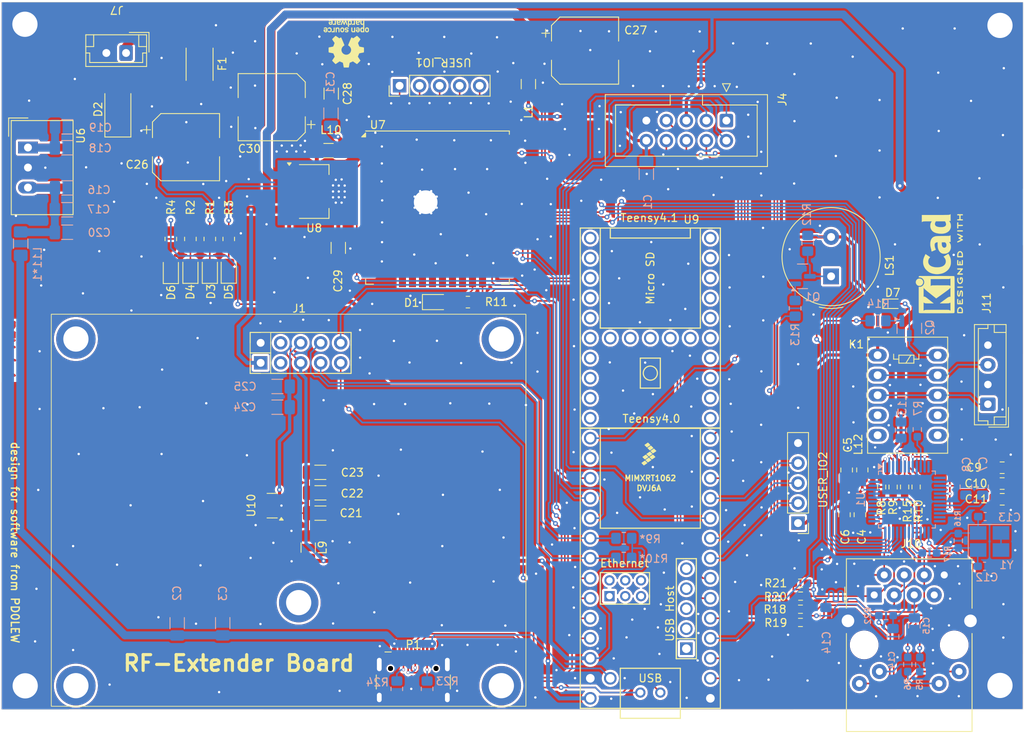
<source format=kicad_pcb>
(kicad_pcb (version 20240108) (generator "pcbnew") (generator_version "8.0")
  (title_block (rev "4.1"))
  (layers (0 "F.Cu" signal) (31 "B.Cu" signal) (34 "B.Paste" user) (35 "F.Paste" user) (36 "B.SilkS" user "B.Silkscreen") (37 "F.SilkS" user "F.Silkscreen") (38 "B.Mask" user) (39 "F.Mask" user) (44 "Edge.Cuts" user))
  (net 0 "")
  (net 1 "CS0")
  (net 2 "+3.3V")
  (net 3 "INP_SEL")
  (net 4 "ESP_15")
  (net 5 "+5V")
  (net 6 "UI06")
  (net 7 "SWR-Alarm")
  (net 9 "ESP_13")
  (net 10 "2,6V REF")
  (net 11 "+12V")
  (net 15 "GNDD")
  (net 23 "Net-(U7-VDD)")
  (net 26 "Net-(D1-A)")
  (net 33 "Net-(U10-Vin)")
  (net 36 "Net-(J7-Pin_1)")
  (net 47 "Net-(P1-D-)")
  (net 52 "UI09")
  (net 59 "Net-(P1-D+)")
  (net 60 "Piezo Alarm")
  (net 67 "SCL0")
  (net 68 "SDA0")
  (net 69 "Net-(J11-Pin_1)")
  (net 72 "Net-(J11-Pin_3)")
  (net 73 "Net-(Q1-C)")
  (net 74 "Net-(Q1-B)")
  (net 75 "Net-(Q2-B)")
  (net 76 "UI07")
  (net 77 "ESP_EN")
  (net 78 "ESP_RXD5")
  (net 79 "ESP_TXD5")
  (net 80 "ESP_TXD1")
  (net 81 "ESP_RXD1")
  (net 82 "INP_SEL2")
  (net 83 "CS1")
  (net 84 "Net-(D2-A)")
  (net 85 "Net-(D3-A)")
  (net 86 "Net-(D4-A)")
  (net 87 "Net-(D5-A)")
  (net 88 "Net-(D6-A)")
  (net 91 "Net-(P1-VCONN)")
  (net 92 "Net-(P1-CC)")
  (net 93 "VUSB")
  (net 94 "ESP_3.3V")
  (net 98 "Net-(U1-XO)")
  (net 101 "ESP_SCLK")
  (net 104 "ESP_MISO")
  (net 106 "Net-(C13-Pad2)")
  (net 108 "ESP_INT")
  (net 109 "ESP_MOSI")
  (net 111 "ESP_CS")
  (net 123 "Net-(U1-PMODE0)")
  (net 124 "Net-(U1-1V2O)")
  (net 125 "Net-(U1-TOCAP)")
  (net 126 "Net-(U1-LINKLED)")
  (net 127 "Net-(U1-ACTLED)")
  (net 128 "Net-(C10-Pad2)")
  (net 129 "Net-(J10-RD-)")
  (net 130 "Net-(J10-RD+)")
  (net 131 "Net-(J10-TD-)")
  (net 132 "Net-(J10-TD+)")
  (net 133 "Net-(U1-EXRES1)")
  (net 134 "Net-(U1-TXN)")
  (net 135 "Net-(U1-TXP)")
  (net 136 "Net-(U1-RXN)")
  (net 137 "Net-(U1-RXP)")
  (net 138 "Net-(U7-IO2)")
  (net 139 "Net-(Y1-Pad2)")
  (net 140 "Net-(U1-XI{slash}CLKIN)")
  (net 141 "Net-(D7-A)")
  (net 142 "Net-(U7-IO12)")
  (net 143 "Net-(U7-IO27)")
  (net 144 "Net-(U7-IO32)")
  (net 145 "Net-(U7-IO34)")
  (net 146 "Net-(U7-IO25)")
  (net 147 "Net-(J10-RCT)")
  (net 148 "Net-(J10-PadL2)")
  (net 149 "Net-(J10-PadL3)")
  (net 150 "Net-(J10-TCT)")
  (net 151 "RA8875-7_MOSI")
  (net 152 "RA8875-35_SCL1")
  (net 153 "RA8875-34_SDA1")
  (net 154 "RA8875-33_TCINT")
  (net 155 "RA8875-5_CS")
  (net 156 "RA8875-6_MISO")
  (net 157 "RA8875-8_SCK")
  (net 158 "Net-(J4-Pin_10)")
  (net 159 "unconnected-(U9-14_A0_TX3_SPDIF_OUT-Pad36)")
  (footprint "Diode_SMD:D_SMA" (layer "F.Cu") (at 97.75 62.125 90)
    (property "Reference" "D2")
    (property "Value" "US2BA")
  )
  (footprint "Symbol:KiCad-Logo2_5mm_SilkScreen" (layer "F.Cu") (at 202.01 81.72 90)
    (property "Reference" "REF**" (hide yes))
    (property "Value" "KiCad-Logo2_5mm_SilkScreen" (hide yes))
  )
  (footprint "Connector_IDC:IDC-Header_2x05_P2.54mm_Vertical" (layer "F.Cu") (at 174.99 63.55 -90)
    (property "Reference" "J4")
    (property "Value" "Conn_02x05_Odd_Even" (hide yes))
  )
  (footprint "Resistor_SMD:R_0805_2012Metric_Pad1.20x1.40mm_HandSolder" (layer "F.Cu") (at 104.475 78.575 90)
    (property "Reference" "R4")
    (property "Value" "1k")
  )
  (footprint "Connector_PinHeader_2.54mm:PinHeader_1x05_P2.54mm_Vertical" (layer "F.Cu") (at 133.51 59.13 90)
    (property "Reference" "USER_IO1")
    (property "Value" "Conn_01x05_Pin" (hide yes))
  )
  (footprint "Inductor_SMD:L_1206_3216Metric_Pad1.42x1.75mm_HandSolder" (layer "F.Cu") (at 124.49 67.36 180)
    (property "Reference" "L10")
    (property "Value" "4u7")
  )
  (footprint "Diode_SMD:D_SOD-523" (layer "F.Cu") (at 196.09 86.8)
    (property "Reference" "D7")
    (property "Value" "1N4148WT")
  )
  (footprint "Connector_USB:USB_C_Receptacle_HCTL_HC-TYPE-C-16P-01A" (layer "F.Cu") (at 135.25 135.695)
    (property "Reference" "P1")
    (property "Value" "USB_C_Plug")
  )
  (footprint "Capacitor_SMD:CP_Elec_8x11.9" (layer "F.Cu") (at 106.4 66.925)
    (property "Reference" "C26")
    (property "Value" "100uF")
  )
  (footprint "Resistor_SMD:R_0603_1608Metric_Pad0.98x0.95mm_HandSolder" (layer "F.Cu") (at 184.39 122.27)
    (property "Reference" "R21")
    (property "Value" "49R9")
  )
  (footprint "Capacitor_SMD:C_1206_3216Metric_Pad1.33x1.80mm_HandSolder" (layer "F.Cu") (at 123.4625 110.8 180)
    (property "Reference" "C22")
    (property "Value" "10n")
  )
  (footprint "Resistor_SMD:R_0603_1608Metric_Pad0.98x0.95mm_HandSolder" (layer "F.Cu") (at 196.15 110.06 90)
    (property "Reference" "R9")
    (property "Value" "33R")
  )
  (footprint "LED_SMD:LED_0805_2012Metric" (layer "F.Cu") (at 109.425 82.525 90)
    (property "Reference" "D3")
    (property "Value" "LED")
  )
  (footprint "Resistor_SMD:R_0805_2012Metric_Pad1.20x1.40mm_HandSolder" (layer "F.Cu") (at 142.18 86.59)
    (property "Reference" "R11")
    (property "Value" "1k")
  )
  (footprint "Resistor_SMD:R_0603_1608Metric_Pad0.98x0.95mm_HandSolder" (layer "F.Cu") (at 184.39 125.57)
    (property "Reference" "R18")
    (property "Value" "49R9")
  )
  (footprint "Converter_DCDC:Converter_DCDC_TRACO_TSR-1_THT" (layer "F.Cu") (at 86.34 66.97 -90)
    (property "Reference" "U6")
    (property "Value" "TSR_1-24150")
  )
  (footprint "Connector_RJ:RJ45_Amphenol_RJMG1BD3B8K1ANR" (layer "F.Cu") (at 193.75 123.76)
    (property "Reference" "J10")
    (property "Value" "RJ45_Amphenol_RJMG1BD3B8K1ANR" (hide yes))
  )
  (footprint "Inductor_SMD:L_1206_3216Metric_Pad1.42x1.75mm_HandSolder" (layer "F.Cu") (at 149.86 58.92 -90)
    (property "Reference" "L1")
    (property "Value" "4u7")
  )
  (footprint "Connector_PinHeader_2.54mm:PinHeader_1x05_P2.54mm_Vertical" (layer "F.Cu") (at 184.08 114.64 180)
    (property "Reference" "USER_IO2")
    (property "Value" "Conn_01x05_Pin" (hide yes))
  )
  (footprint "Connector_JST:JST_EH_B2B-EH-A_1x02_P2.50mm_Vertical" (layer "F.Cu") (at 98.79 54.97 180)
    (property "Reference" "J7")
    (property "Value" "Conn_01x02_Socket")
  )
  (footprint "Capacitor_SMD:C_1206_3216Metric_Pad1.33x1.80mm_HandSolder" (layer "F.Cu") (at 123.45 108.2 180)
    (property "Reference" "C23")
    (property "Value" "1n")
  )
  (footprint "Buzzer_Beeper:Buzzer_TDK_PS1240P02BT_D12.2mm_H6.5mm" (layer "F.Cu") (at 188.28 83.320784 90)
    (property "Reference" "LS1")
    (property "Value" "Speaker_Crystal" (hide yes))
  )
  (footprint "Capacitor_SMD:C_0805_2012Metric_Pad1.18x1.45mm_HandSolder" (layer "F.Cu") (at 209.99 109.62 180)
    (property "Reference" "C10")
    (property "Value" "10n")
  )
  (footprint "Resistor_SMD:R_0603_1608Metric_Pad0.98x0.95mm_HandSolder" (layer "F.Cu") (at 194.69 110.06 90)
    (property "Reference" "R8")
    (property "Value" "33R")
  )
  (footprint "Capacitor_SMD:C_0805_2012Metric_Pad1.18x1.45mm_HandSolder" (layer "F.Cu") (at 209.99 107.61 180)
    (property "Reference" "C9")
    (property "Value" "10µF")
  )
  (footprint "Capacitor_SMD:C_0805_2012Metric_Pad1.18x1.45mm_HandSolder" (layer "F.Cu") (at 190.25 107.9 -90)
    (property "Reference" "C5")
    (property "Value" "10n")
  )
  (footprint "Resistor_SMD:R_0603_1608Metric_Pad0.98x0.95mm_HandSolder" (layer "F.Cu") (at 199.07 110.0525 90)
    (property "Reference" "R10")
    (property "Value" "33R")
  )
  (footprint "Capacitor_SMD:C_0805_2012Metric_Pad1.18x1.45mm_HandSolder" (layer "F.Cu") (at 189.97 113.58 90)
    (property "Reference" "C6")
    (property "Value" "1n")
  )
  (footprint "Capacitor_SMD:C_1206_3216Metric_Pad1.33x1.80mm_HandSolder" (layer "F.Cu") (at 123.4625 113.375 180)
    (property "Reference" "C21")
    (property "Value" "10µF")
  )
  (footprint "Capacitor_SMD:C_1206_3216Metric_Pad1.33x1.80mm_HandSolder" (layer "F.Cu") (at 125.73 79.71 90)
    (property "Reference" "C29")
    (property "Value" "1n")
  )
  (footprint "Inductor_SMD:L_0805_2012Metric_Pad1.15x1.40mm_HandSolder" (layer "F.Cu") (at 192.24 107.89 90)
    (property "Reference" "L12")
    (property "Value" "4u7")
  )
  (footprint "Capacitor_SMD:CP_Elec_8x11.9" (layer "F.Cu") (at 157.05 54.67)
    (property "Reference" "C27")
    (property "Value" "100uF")
  )
  (footprint "Resistor_SMD:R_0603_1608Metric_Pad0.98x0.95mm_HandSolder" (layer "F.Cu") (at 184.39 127.25)
    (property "Reference" "R19")
    (property "Value" "49R9")
  )
  (footprint "Resistor_SMD:R_0805_2012Metric_Pad1.20x1.40mm_HandSolder" (layer "F.Cu") (at 106.958332 78.575 90)
    (property "Reference" "R2")
    (property "Value" "1k")
  )
  (footprint "Symbol:OSHW-Logo_5.7x6mm_SilkScreen" (layer "F.Cu") (at 126.75 53.8 180)
    (property "Reference" "REF**" (hide yes))
    (property "Value" "OSHW-Logo_5.7x6mm_SilkScreen" (hide yes))
  )
  (footprint "LED_SMD:LED_0805_2012Metric" (layer "F.Cu") (at 104.475 82.55 90)
    (property "Reference" "D6")
    (property "Value" "LED")
  )
  (footprint "Relay_THT:Relay_DPDT_FRT5" (layer "F.Cu") (at 194.185 93.325)
    (property "Reference" "K1")
    (property "Value" "FRT5")
  )
  (footprint "Capacitor_SMD:CP_Elec_8x11.9" (layer "F.Cu") (at 117.28 61.85 180)
    (property "Reference" "C30")
    (property "Value" "100uF")
  )
  (footprint "LED_SMD:LED_0805_2012Metric" (layer "F.Cu") (at 138.09 86.59)
    (property "Reference" "D1")
    (property "Value" "LED")
  )
  (footprint "LED_SMD:LED_0805_2012Metric" (layer "F.Cu") (at 111.825 82.5125 90)
    (property "Reference" "D5")
    (property "Value" "LED")
  )
  (footprint "Capacitor_SMD:C_0805_2012Metric_Pad1.18x1.45mm_HandSolder" (layer "F.Cu") (at 210 111.62 180)
    (property "Reference" "C11")
    (property "Value" "1n")
  )
  (footprint "Capacitor_SMD:C_0805_2012Metric_Pad1.18x1.45mm_HandSolder" (layer "F.Cu") (at 191.94 113.58 90)
    (property "Reference" "C4")
    (property "Value" "10µF")
  )
  (footprint "Resistor_SMD:R_0603_1608Metric_Pad0.98x0.95mm_HandSolder" (layer "F.Cu") (at 184.4075 123.91)
    (property "Reference" "R20")
    (property "Value" "49R9")
  )
  (footprint "Fuse:Fuse_2512_6332Metric_Pad1.52x3.35mm_HandSolder" (layer "F.Cu") (at 108.125 56.4 -90)
    (property "Reference" "F1")
    (property "Value" "Polyfuse")
  )
  (footprint "Resistor_SMD:R_0603_1608Metric_Pad0.98x0.95mm_HandSolder" (layer "F.Cu") (at 197.61 110.0525 90)
    (property "Reference" "R15")
    (property "Value" "33R")
  )
  (footprint "Resistor_SMD:R_0805_2012Metric_Pad1.20x1.40mm_HandSolder" (layer "F.Cu") (at 109.425 78.575 90)
    (property "Reference" "R1")
    (property "Value" "1k")
  )
  (footprint "Connector_JST:JST_EH_B4B-EH-A_1x04_P2.50mm_Vertical" (layer "F.Cu") (at 208.18 99.55 90)
    (property "Reference" "J11")
    (property "Value" "Conn_01x04_Socket" (hide yes))
  )
  (footprint "RF_Module:ESP32-WROOM-32U" (layer "F.Cu") (at 138.32 74.595)
    (property "Reference" "U7")
    (property "Value" "ESP32-WROOM-32U")
  )
  (footprint "Capacitor_SMD:C_1206_3216Metric_Pad1.33x1.80mm_HandSolder" (layer "F.Cu") (at 124.83 60.13 -90)
    (property "Reference" "C28")
    (property "Value" "10n")
  )
  (footprint "Package_TO_SOT_SMD:SOT-223-3_TabPin2" (layer "F.Cu") (at 122.64 72.55)
    (property "Reference" "U8")
    (property "Value" "AMS1117-3.3")
  )
  (footprint "LED_SMD:LED_0805_2012Metric" (layer "F.Cu") (at 106.958332 82.525 90)
    (property "Reference" "D4")
    (property "Value" "LED")
  )
  (footprint "Resistor_SMD:R_0805_2012Metric_Pad1.20x1.40mm_HandSolder" (layer "F.Cu") (at 111.825 78.575 90)
    (property "Reference" "R3")
    (property "Value" "1k")
  )
  (footprint "Package_TO_SOT_SMD:SOT-23" (layer "F.Cu") (at 117.3375 112.425 180)
    (property "Reference" "U10")
    (property "Value" "ISL60002DIH326Z")
  )
  (footprint "teensy.pretty-master:Teensy41" (layer "F.Cu") (at 165.335 107.67 90)
    (property "Reference" "U9")
    (property "Value" "Teensy4.1")
  )
  (footprint "Inductor_SMD:L_1206_3216Metric_Pad1.42x1.75mm_HandSolder" (layer "F.Cu") (at 121.9125 117.75 -90)
    (property "Reference" "L9")
    (property "Value" "4u7")
  )
  (footprint "Connector_PinHeader_2.54mm:PinHeader_2x05_P2.54mm_Vertical" (layer "F.Cu") (at 115.875 94.3 90)
    (property "Reference" "J1")
    (property "Value" "Conn_02x05_Odd_Even" (hide yes))
  )
  (footprint "Resistor_SMD:R_0603_1608Metric_Pad0.98x0.95mm_HandSolder" (layer "B.Cu") (at 199.22 102.7675 90)
    (property "Reference" "R7")
    (property "Value" "12K4 1%")
  )
  (footprint "Inductor_SMD:L_0805_2012Metric_Pad1.15x1.40mm_HandSolder" (layer "B.Cu") (at 197.15 102.84 90)
    (property "Reference" "L13")
    (property "Value" "4u7")
  )
  (footprint "Capacitor_SMD:C_0603_1608Metric_Pad1.08x0.95mm_HandSolder" (layer "B.Cu") (at 207.75 120.12 180)
    (property "Reference" "C12")
    (property "Value" "18p")
  )
  (footprint "Resistor_SMD:R_0805_2012Metric_Pad1.20x1.40mm_HandSolder" (layer "B.Cu") (at 185.31 79.13 90)
    (property "Reference" "R12")
    (property "Value" "1k")
  )
  (footprint "Resistor_SMD:R_0805_2012Metric_Pad1.20x1.40mm_HandSolder" (layer "B.Cu") (at 161.97 116.57 180)
    (property "Reference" "R9*")
    (property "Value" "2k2")
  )
  (footprint "Resistor_SMD:R_0805_2012Metric_Pad1.20x1.40mm_HandSolder" (layer "B.Cu") (at 137 135.68 -90)
    (property "Reference" "R23")
    (property "Value" "5k1")
  )
  (footprint "Package_TO_SOT_SMD:SOT-23" (layer "B.Cu") (at 184.6475 83.32)
    (property "Reference" "Q1")
    (property "Value" "MMBT3904")
  )
  (footprint "Capacitor_SMD:C_1206_3216Metric_Pad1.33x1.80mm_HandSolder" (layer "B.Cu") (at 91.34 64.345 180)
    (property "Reference" "C19")
    (property "Value" "1n")
  )
  (footprint "Resistor_SMD:R_0603_1608Metric_Pad0.98x0.95mm_HandSolder" (layer "B.Cu") (at 195.25 126.37)
    (property "Reference" "R22")
    (property "Value" "10R")
  )
  (footprint "Resistor_SMD:R_0805_2012Metric_Pad1.20x1.40mm_HandSolder" (layer "B.Cu") (at 133.16 135.68 -90)
    (property "Reference" "R24")
    (property "Value" "5k1")
  )
  (footprint "Capacitor_SMD:C_1206_3216Metric_Pad1.33x1.80mm_HandSolder" (layer "B.Cu") (at 124.8 62.65 -90)
    (property "Reference" "C31")
    (property "Value" "10n")
  )
  (footprint "Resistor_SMD:R_0805_2012Metric_Pad1.20x1.40mm_HandSolder" (layer "B.Cu") (at 161.96 119.09 180)
    (property "Reference" "R10*")
    (property "Value" "2k2")
  )
  (footprint "Capacitor_SMD:C_1206_3216Metric_Pad1.33x1.80mm_HandSolder" (layer "B.Cu") (at 118 97.3)
    (property "Reference" "C25")
    (property "Value" "1n")
  )
  (footprint "Capacitor_SMD:C_1206_3216Metric_Pad1.33x1.80mm_HandSolder" (layer "B.Cu") (at 111.06 127.33 -90)
    (property "Reference" "C3")
    (property "Value" "100n")
  )
  (footprint "Capacitor_SMD:C_0805_2012Metric_Pad1.18x1.45mm_HandSolder" (layer "B.Cu") (at 205.39 110.05 -90)
    (property "Reference" "C8")
    (property "Value" "47uF")
  )
  (footprint "Capacitor_SMD:C_1206_3216Metric_Pad1.33x1.80mm_HandSolder" (layer "B.Cu") (at 118 99.925)
    (property "Reference" "C24")
    (property "Value" "10n")
  )
  (footprint "Capacitor_SMD:C_1206_3216Metric_Pad1.33x1.80mm_HandSolder" (layer "B.Cu") (at 91.315 77.72 180)
    (property "Reference" "C20")
    (property "Value" "10µF")
  )
  (footprint "Resistor_SMD:R_0603_1608Metric_Pad0.98x0.95mm_HandSolder" (layer "B.Cu") (at 204.42 116.88 -90)
    (property "Reference" "R16")
    (property "Value" "1M")
  )
  (footprint "Capacitor_SMD:C_1206_3216Metric_Pad1.33x1.80mm_HandSolder" (layer "B.Cu") (at 91.3275 72.095 180)
    (property "Reference" "C16")
    (property "Value" "1n")
  )
  (footprint "Package_TO_SOT_SMD:SOT-23" (layer "B.Cu") (at 198.21 89.9175 -90)
    (property "Reference" "Q2")
    (property "Value" "MMBT3904")
  )
  (footprint "Resistor_SMD:R_0805_2012Metric_Pad1.20x1.40mm_HandSolder" (layer "B.Cu") (at 194.23 88.96)
    (property "Reference" "R14")
    (property "Value" "4k7")
  )
  (footprint "Inductor_SMD:L_1206_3216Metric_Pad1.42x1.75mm_HandSolder" (layer "B.Cu") (at 85.42 79.17 -90)
    (property "Reference" "L11*1")
    (property "Value" "4u7")
  )
  (footprint "Resistor_SMD:R_0805_2012Metric_Pad1.20x1.40mm_HandSolder" (layer "B.Cu") (at 183.71 87.38 90)
    (property "Reference" "R13")
    (property "Value" "10k")
  )
  (footprint "Resistor_SMD:R_0603_1608Metric_Pad0.98x0.95mm_HandSolder" (layer "B.Cu") (at 199.53 132.5925 90)
    (property "Reference" "R5")
    (property "Value" "330R")
  )
  (footprint "Capacitor_SMD:C_1206_3216Metric_Pad1.33x1.80mm_HandSolder" (layer "B.Cu") (at 164.83 70.3225 90)
    (property "Reference" "C1")
    (property "Value" "100n")
  )
  (footprint "Capacitor_SMD:C_1206_3216Metric_Pad1.33x1.80mm_HandSolder" (layer "B.Cu") (at 91.315 74.87 180)
    (property "Reference" "C17")
    (property "Value" "10n")
  )
  (footprint "Capacitor_SMD:C_0805_2012Metric_Pad1.18x1.45mm_HandSolder" (layer "B.Cu") (at 196.14 129.06 90)
    (property "Reference" "C14")
    (property "Value" "22n")
  )
  (footprint "Package_QFP:LQFP-48_7x7mm_P0.5mm" (layer "B.Cu") (at 197.9025 111.65 -90)
    (property "Reference" "U1")
    (property "Value" "W5500" (hide yes))
  )
  (footprint "Capacitor_SMD:C_0805_2012Metric_Pad1.18x1.45mm_HandSolder" (layer "B.Cu") (at 198.85 127.7 90)
    (property "Reference" "C15")
    (property "Value" "10n")
  )
  (footprint "Capacitor_SMD:C_0805_2012Metric_Pad1.18x1.45mm_HandSolder" (layer "B.Cu") (at 187.62 126.39 90)
    (property "Reference" "C14")
    (property "Value" "22n")
  )
  (footprint "Capacitor_SMD:C_1206_3216Metric_Pad1.33x1.80mm_HandSolder" (layer "B.Cu") (at 105.28 127.34 -90)
    (property "Reference" "C2")
    (property "Value" "10n")
  )
  (footprint "Capacitor_SMD:C_1206_3216Metric_Pad1.33x1.80mm_HandSolder" (layer "B.Cu") (at 91.315 66.995 180)
    (property "Reference" "C18")
    (property "Value" "10n")
  )
  (footprint "Resistor_SMD:R_0603_1608Metric_Pad0.98x0.95mm_HandSolder" (layer "B.Cu") (at 200.77 118.43)
    (property "Reference" "R17")
    (property "Value" "0R")
  )
  (footprint "Capacitor_SMD:C_0805_2012Metric_Pad1.18x1.45mm_HandSolder" (layer "B.Cu") (at 207.51 110.06 -90)
    (property "Reference" "C7")
    (property "Value" "10n")
  )
  (footprint "Crystal:Crystal_SMD_SeikoEpson_TSX3225-4Pin_3.2x2.5mm_HandSoldering" (layer "B.Cu") (at 208.39 116.97)
    (property "Reference" "Y1")
    (property "Value" "25Mhz")
  )
  (footprint "Resistor_SMD:R_0603_1608Metric_Pad0.98x0.95mm_HandSolder" (layer "B.Cu") (at 198.01 132.5825 90)
    (property "Reference" "R6")
    (property "Value" "330R")
  )
  (footprint "Capacitor_SMD:C_0603_1608Metric_Pad1.08x0.95mm_HandSolder" (layer "B.Cu") (at 207.82 113.81 180)
    (property "Reference" "C13")
    (property "Value" "18p")
  )
  (gr_rect (start 137.41 130.52) (end 137.9 131.8) (stroke (width 0.1)) (fill solid) (layer "F.Cu") (net 93))
  (gr_rect (start 135.9 130.47) (end 136.1 131.75) (stroke (width 0.1)) (fill solid) (layer "F.Cu") (net 59))
  (gr_rect (start 133.9 130.47) (end 134.1 131.75) (stroke (width 0.1)) (fill solid) (layer "F.Cu") (net 92))
  (gr_rect (start 133.4 130.47) (end 133.6 131.75) (stroke (width 0.1)) (fill solid) (layer "F.Cu") (net 90))
  (gr_rect (start 135.4 130.48) (end 135.6 131.76) (stroke (width 0.1)) (fill solid) (layer "F.Cu") (net 47))
  (gr_rect (start 131.81 130.51) (end 132.3 131.79) (stroke (width 0.1)) (fill solid) (layer "F.Cu") (net 15))
  (gr_rect (start 136.4 130.48) (end 136.6 131.76) (stroke (width 0.1)) (fill solid) (layer "F.Cu") (net 89))
  (gr_rect (start 136.91 130.49) (end 137.11 131.77) (stroke (width 0.1)) (fill solid) (layer "F.Cu") (net 91))
  (gr_rect (start 132.6 130.51) (end 133.09 131.79) (stroke (width 0.1)) (fill solid) (layer "F.Cu") (net 93))
  (gr_rect (start 134.4 130.49) (end 134.6 131.77) (stroke (width 0.1)) (fill solid) (layer "F.Cu") (net 47))
  (gr_rect (start 138.2 130.51) (end 138.69 131.79) (stroke (width 0.1)) (fill solid) (layer "F.Cu") (net 15))
  (gr_rect (start 134.9 130.49) (end 135.1 131.77) (stroke (width 0.1)) (fill solid) (layer "F.Cu") (net 59))
  (gr_rect (start 118.12 68.7) (end 128.12 76.72) (stroke (width 0.2)) (fill solid) (layer "B.Cu") (net 94))
  (gr_rect (start 89.3 88.13) (end 149.54 137.89) (stroke (width 0.1)) (fill none) (layer "F.SilkS"))
  (gr_line (start 156.48 102.59) (end 174.2 102.58) (stroke (width 0.2)) (layer "F.SilkS"))
  (gr_line (start 117.15 90.45) (end 117.175 90.45) (stroke (width 0.1)) (layer "F.SilkS"))
  (gr_line (start 114.55 93.05) (end 117.15 93.05) (stroke (width 0.1)) (layer "F.SilkS"))
  (gr_line (start 114.55 90.45) (end 115.875 90.45) (stroke (width 0.1)) (layer "F.SilkS"))
  (gr_line (start 114.55 95.65) (end 114.55 93.05) (stroke (width 0.1)) (layer "F.SilkS"))
  (gr_line (start 117.15 93.05) (end 117.15 90.45) (stroke (width 0.1)) (layer "F.SilkS"))
  (gr_line (start 127.35 90.45) (end 127.35 95.65) (stroke (width 0.1)) (layer "F.SilkS"))
  (gr_line (start 127.35 95.65) (end 114.55 95.65) (stroke (width 0.1)) (layer "F.SilkS"))
  (gr_line (start 114.55 91.775) (end 114.55 90.45) (stroke (width 0.1)) (layer "F.SilkS"))
  (gr_line (start 117.175 90.45) (end 127.35 90.45) (stroke (width 0.1)) (layer "F.SilkS"))
  (gr_rect (start 82.99 48.52) (end 212.64 138.295) (stroke (width 0.05)) (fill none) (layer "Edge.Cuts"))
  (gr_text "DJ1YR" (at 212.365 79.445 90) (layer "F.Cu") (effects (font (size 1.5 1.5) (thickness 0.3) (bold yes)) (justify left bottom)))
  (gr_text "REV 4.1" (at 83.165 88.645 270) (layer "F.Cu") (effects (font (size 1.3 1.3) (thickness 0.3) (bold yes)) (justify left bottom)))
  (gr_text "design for software from PD0LEW" (at 84.1 104.23 270) (layer "F.SilkS") (effects (font (size 1 1) (thickness 0.18) (bold yes)) (justify left bottom)))
  (gr_text "RF-Extender Board" (at 98.22 133.6 0) (layer "F.SilkS") (effects (font (size 2 2) (thickness 0.4) (bold yes)) (justify left bottom)))
  (gr_text "Teensy4.0" (at 165.47 101.39 0) (layer "F.SilkS") (effects (font (size 1 1))))
  (via (at 146.425 91.275) (size 5) (drill 3.2) (layers "F.Cu" "B.Cu") (net 0))
  (via (at 146.425 135.275) (size 5) (drill 3.2) (layers "F.Cu" "B.Cu") (net 0))
  (via (at 120.699999 124.733068) (size 5) (drill 3.2) (layers "F.Cu" "B.Cu") (net 0))
  (via (at 92.425 135.275) (size 5) (drill 3.2) (layers "F.Cu" "B.Cu") (net 0))
  (via (at 92.425 91.275) (size 5) (drill 3.2) (layers "F.Cu" "B.Cu") (net 0))
  (segment (start 104.475 77.575) (end 104.475 76.2) (width 0.2) (layer "F.Cu") (net 2))
  (segment (start 120.955 94.3) (end 119.675 93.02) (width 0.2) (layer "F.Cu") (net 2))
  (segment (start 151.5975 119.4325) (end 123.85 119.4325) (width 0.5) (layer "F.Cu") (net 2))
  (segment (start 118.475 86.85) (end 112.975 86.85) (width 0.2) (layer "F.Cu") (net 2))
  (segment (start 123.85 119.4325) (end 122.1075 119.4325) (width 0.5) (layer "F.Cu") (net 2))
  (segment (start 119.675 88.05) (end 118.475 86.85) (width 0.2) (layer "F.Cu") (net 2))
  (segment (start 122.1075 119.4325) (end 121.9125 119.2375) (width 0.5) (layer "F.Cu") (net 2))
  (segment (start 119.675 93.02) (end 119.675 88.05) (width 0.2) (layer "F.Cu") (net 2))
  (via (at 151.5975 119.4325) (size 0.6) (drill 0.3) (layers "F.Cu" "B.Cu") (net 2))
  (via (at 104.475 76.2) (size 0.6) (drill 0.3) (layers "F.Cu" "B.Cu") (net 2))
  (via (at 112.975 86.85) (size 0.6) (drill 0.3) (layers "F.Cu" "B.Cu") (net 2))
  (via (at 123.85 119.4325) (size 0.6) (drill 0.3) (layers "F.Cu" "B.Cu") (net 2))
  (segment (start 152.695 120.53) (end 152.695 127.675) (width 0.5) (layer "B.Cu") (net 2))
  (segment (start 157.715 131.8) (end 158.81 131.8) (width 0.2) (layer "B.Cu") (net 2))
  (segment (start 164.19 120.495) (end 164.565 120.12) (width 0.2) (layer "B.Cu") (net 2))
  (segment (start 112.975 82.15) (end 111.55 80.725) (width 0.2) (layer "B.Cu") (net 2))
  (segment (start 120.955 94.3) (end 120.955 95.63) (width 0.4) (layer "B.Cu") (net 2))
  (segment (start 158.81 131.8) (end 160.11 130.5) (width 0.2) (layer "B.Cu") (net 2))
  (segment (start 152.695 129.775) (end 152.695 127.675) (width 0.5) (layer "B.Cu") (net 2))
  (segment (start 164.565 120.12) (end 164.565 118.145) (width 0.2) (layer "B.Cu") (net 2))
  (segment (start 105.475 80.725) (end 104.475 79.725) (width 0.2) (layer "B.Cu") (net 2))
  (segment (start 154.72 131.8) (end 152.695 129.775) (width 0.5) (layer "B.Cu") (net 2))
  (segment (start 160.11 130.5) (end 160.11 126.215) (width 0.2) (layer "B.Cu") (net 2))
  (segment (start 164.24 117.82) (end 163.065 117.82) (width 0.2) (layer "B.Cu") (net 2))
  (segment (start 120.955 95.63) (end 121.625 96.3) (width 0.4) (layer "B.Cu") (net 2))
  (segment (start 160.11 126.215) (end 158.99 125.095) (width 0.2) (layer "B.Cu") (net 2))
  (segment (start 163.04 119.07) (end 163.015 119.095) (width 0.2) (layer "B.Cu") (net 2))
  (segment (start 158.99 120.97) (end 159.465 120.495) (width 0.2) (layer "B.Cu") (net 2))
  (segment (start 121.625 117.175) (end 123.9 119.45) (width 0.4) (layer "B.Cu") (net 2))
  (segment (start 158.99 125.095) (end 158.99 120.97) (width 0.2) (layer "B.Cu") (net 2))
  (segment (start 104.475 79.725) (end 104.475 76.2) (width 0.2) (layer "B.Cu") (net 2))
  (segment (start 121.625 96.3) (end 121.625 117.175) (width 0.4) (layer "B.Cu") (net 2))
  (segment (start 163.04 116.57) (end 163.04 117.77) (width 0.2) (layer "B.Cu") (net 2))
  (segment (start 151.5975 119.4325) (end 152.695 120.53) (width 0.5) (layer "B.Cu") (net 2))
  (segment (start 157.715 131.8) (end 154.72 131.8) (width 0.5) (layer "B.Cu") (net 2))
  (segment (start 159.465 120.495) (end 164.19 120.495) (width 0.2) (layer "B.Cu") (net 2))
  (segment (start 163.04 117.77) (end 163.04 119.07) (width 0.2) (layer "B.Cu") (net 2))
  (segment (start 164.565 118.145) (end 164.24 117.82) (width 0.2) (layer "B.Cu") (net 2))
  (segment (start 112.975 86.85) (end 112.975 82.15) (width 0.2) (layer "B.Cu") (net 2))
  (segment (start 111.55 80.725) (end 105.475 80.725) (width 0.2) (layer "B.Cu") (net 2))
  (segment (start 150.64 86.44) (end 153.04 86.44) (width 0.2) (layer "F.Cu") (net 3))
  (segment (start 154.605 108.93) (end 153.35 107.675) (width 0.2) (layer "F.Cu") (net 3))
  (segment (start 153.04 86.44) (end 153.08 86.48) (width 0.2) (layer "F.Cu") (net 3))
  (segment (start 153.35 107.675) (end 153.35 86.75) (width 0.2) (layer "F.Cu") (net 3))
  (segment (start 153.35 86.75) (end 153.08 86.48) (width 0.2) (layer "F.Cu") (net 3))
  (segment (start 157.695 108.93) (end 154.605 108.93) (width 0.2) (layer "F.Cu") (net 3))
  (via (at 150.64 86.44) (size 0.6) (drill 0.3) (layers "F.Cu" "B.Cu") (net 3))
  (segment (start 126.025 91.75) (end 126.035 91.76) (width 0.2) (layer "B.Cu") (net 3))
  (segment (start 148.12 84.9) (end 129.3 84.9) (width 0.2) (layer "B.Cu") (net 3))
  (segment (start 129.3 84.9) (end 126.025 88.175) (width 0.2) (layer "B.Cu") (net 3))
  (segment (start 148.12 84.9) (end 149.66 86.44) (width 0.2) (layer "B.Cu") (net 3))
  (segment (start 149.66 86.44) (end 150.64 86.44) (width 0.2) (layer "B.Cu") (net 3))
  (segment (start 126.025 88.175) (end 126.025 91.75) (width 0.2) (layer "B.Cu") (net 3))
  (segment (start 142.49 87.87) (end 143.75 87.87) (width 0.2) (layer "F.Cu") (net 4))
  (segment (start 168.77 115.23) (end 168.77 94.88) (width 0.2) (layer "F.Cu") (net 4))
  (segment (start 142.48 87.88) (end 142.49 87.87) (width 0.2) (layer "F.Cu") (net 4))
  (segment (start 171.19 123.45) (end 171.19 117.65) (width 0.2) (layer "F.Cu") (net 4))
  (segment (start 166.62 92.73) (end 166.62 87.15) (width 0.2) (layer "F.Cu") (net 4))
  (segment (start 171.92 124.18) (end 171.19 123.45) (width 0.2) (layer "F.Cu") (net 4))
  (segment (start 155.63 83.96) (end 156.47 84.8) (width 0.2) (layer "F.Cu") (net 4))
  (segment (start 144.44 86.15) (end 145.64 84.95) (width 0.2) (layer "F.Cu") (net 4))
  (segment (start 142.15 85.65) (end 142.15 87.55) (width 0.2) (layer "F.Cu") (net 4))
  (segment (start 142.15 87.55) (end 142.48 87.88) (width 0.2) (layer "F.Cu") (net 4))
  (segment (start 144.44 87.18) (end 144.44 86.15) (width 0.2) (layer "F.Cu") (net 4))
  (segment (start 166.62 86.18) (end 166.62 87.15) (width 0.2) (layer "F.Cu") (net 4))
  (segment (start 142.77 84.14) (end 142.77 85.03) (width 0.2) (layer "F.Cu") (net 4))
  (segment (start 149.405686 84.95) (end 150.395686 83.96) (width 0.2) (layer "F.Cu") (net 4))
  (segment (start 171.19 117.65) (end 168.77 115.23) (width 0.2) (layer "F.Cu") (net 4))
  (segment (start 143.75 87.87) (end 144.44 87.18) (width 0.2) (layer "F.Cu") (net 4))
  (segment (start 168.77 94.88) (end 166.62 92.73) (width 0.2) (layer "F.Cu") (net 4))
  (segment (start 166.62 87.15) (end 166.62 87.09) (width 0.2) (layer "F.Cu") (net 4))
  (segment (start 165.24 84.8) (end 166.62 86.18) (width 0.2) (layer "F.Cu") (net 4))
  (segment (start 172.955 124.18) (end 171.92 124.18) (width 0.2) (layer "F.Cu") (net 4))
  (segment (start 145.64 84.95) (end 149.405686 84.95) (width 0.2) (layer "F.Cu") (net 4))
  (segment (start 156.47 84.8) (end 165.24 84.8) (width 0.2) (layer "F.Cu") (net 4))
  (segment (start 142.77 85.03) (end 142.15 85.65) (width 0.2) (layer "F.Cu") (net 4))
  (segment (start 150.395686 83.96) (end 155.63 83.96) (width 0.2) (layer "F.Cu") (net 4))
  (segment (start 116.66 65.12) (end 116.66 74.85) (width 1) (layer "F.Cu") (net 5))
  (segment (start 177.192792 56.745) (end 154.792208 56.745) (width 0.4) (layer "F.Cu") (net 5))
  (segment (start 154.227208 57.31) (end 149.9825 57.31) (width 0.4) (layer "F.Cu") (net 5))
  (segment (start 187.72 93.3) (end 194.16 93.3) (width 0.4) (layer "F.Cu") (net 5))
  (segment (start 149.86 57.4325) (end 149.86 54.79) (width 1) (layer "F.Cu") (net 5))
  (segment (start 151.38 118.154339) (end 151.38 98.73) (width 0.5) (layer "F.Cu") (net 5))
  (segment (start 149.13 96.48) (end 132.49 96.48) (width 0.5) (layer "F.Cu") (net 5))
  (segment (start 194.135 93.33) (end 194.195 93.39) (width 0.2) (layer "F.Cu") (net 5))
  (segment (start 191.28 83.8) (end 191.28 79.89) (width 0.4) (layer "F.Cu") (net 5))
  (segment (start 116.66 74.85) (end 106.975 74.85) (width 1) (layer "F.Cu") (net 5))
  (segment (start 148.07 50.08) (end 119.06 50.08) (width 1) (layer "F.Cu") (net 5))
  (segment (start 181.97 61.522208) (end 177.192792 56.745) (width 0.4) (layer "F.Cu") (net 5))
  (segment (start 183.680784 78.320784) (end 181.97 76.61) (width 0.4) (layer "F.Cu") (net 5))
  (segment (start 119.49 74.85) (end 116.66 74.85) (width 1) (layer "F.Cu") (net 5))
  (segment (start 149.9825 57.31) (end 149.86 57.4325) (width 0.4) (layer "F.Cu") (net 5))
  (segment (start 194.195 86.81) (end 194.195 86.715) (width 0.2) (layer "F.Cu") (net 5))
  (segment (start 194.205 86.8) (end 194.195 86.81) (width 0.2) (layer "F.Cu") (net 5))
  (segment (start 119.06 50.08) (end 117.25 51.89) (width 1) (layer "F.Cu") (net 5))
  (segment (start 154.792208 56.745) (end 154.227208 57.31) (width 0.4) (layer "F.Cu") (net 5))
  (segment (start 194.195 93.39) (end 194.195 86.81) (width 0.4) (layer "F.Cu") (net 5))
  (segment (start 185.44 114.23) (end 185.44 95.58) (width 0.4) (layer "F.Cu") (net 5))
  (segment (start 101.585 74.85) (end 98.785 72.05) (width 1) (layer "F.Cu") (net 5))
  (segment (start 122.379339 86.55) (end 119.49 83.660661) (width 0.5) (layer "F.Cu") (net 5))
  (segment (start 188.28 78.320784) (end 183.680784 78.320784) (width 0.4) (layer "F.Cu") (net 5))
  (segment (start 130.14 94.13) (end 130.14 89.23) (width 0.5) (layer "F.Cu") (net 5))
  (segment (start 185.03 114.64) (end 185.44 114.23) (width 0.4) (layer "F.Cu") (net 5))
  (segment (start 151.38 98.73) (end 149.13 96.48) (width 0.5) (layer "F.Cu") (net 5))
  (segment (start 130.14 89.23) (end 127.46 86.55) (width 0.5) (layer "F.Cu") (net 5))
  (segment (start 117.25 51.89) (end 117.25 64.53) (width 1) (layer "F.Cu") (net 5))
  (segment (start 149.86 54.79) (end 149.86 51.87) (width 1) (layer "F.Cu") (net 5))
  (segment (start 181.97 76.61) (end 181.97 61.522208) (width 0.4) (layer "F.Cu") (net 5))
  (segment (start 132.49 96.48) (end 130.14 94.13) (width 0.5) (layer "F.Cu") (net 5))
  (segment (start 194.195 86.715) (end 191.28 83.8) (width 0.4) (layer "F.Cu") (net 5))
  (segment (start 149.98 54.67) (end 149.86 54.79) (width 1) (layer "F.Cu") (net 5))
  (segment (start 152.35 132.15) (end 152.35 125.33) (width 0.5) (layer "F.Cu") (net 5))
  (segment (start 184.08 114.64) (end 185.03 114.64) (width 0.4) (layer "F.Cu") (net 5))
  (segment (start 191.28 79.89) (end 191.28 79.510784) (width 0.4) (layer "F.Cu") (net 5))
  (segment (start 185.44 95.58) (end 187.72 93.3) (width 0.4) (layer "F.Cu") (net 5))
  (segment (start 194.16 93.3) (end 194.185 93.325) (width 0.4) (layer "F.Cu") (net 5))
  (segment (start 152.3475 125.3275) (end 152.3475 119.121839) (width 0.5) (layer "F.Cu") (net 5))
  (segment (start 153.575 54.67) (end 149.98 54.67) (width 1) (layer "F.Cu") (net 5))
  (segment (start 149.86 51.87) (end 148.07 50.08) (width 1) (layer "F.Cu") (net 5))
  (segment (start 195.39 86.8) (end 194.205 86.8) (width 0.2) (layer "F.Cu") (net 5))
  (segment (start 117.25 64.53) (end 116.66 65.12) (width 1) (layer "F.Cu") (net 5))
  (segment (start 191.28 79.510784) (end 190.09 78.320784) (width 0.4) (layer "F.Cu") (net 5))
  (segment (start 106.958332 77.575) (end 106.958332 74.866668) (width 0.2) (layer "F.Cu") (net 5))
  (segment (start 119.49 83.660661) (end 119.49 74.85) (width 0.5) (layer "F.Cu") (net 5))
  (segment (start 86.34 72.05) (end 98.785 72.05) (width 1) (layer "F.Cu") (net 5))
  (segment (start 152.35 125.33) (end 152.3475 125.3275) (width 0.5) (layer "F.Cu") (net 5))
  (segment (start 106.958332 74.866668) (end 106.975 74.85) (width 0.2) (layer "F.Cu") (net 5))
  (segment (start 106.975 74.85) (end 101.585 74.85) (width 1) (layer "F.Cu") (net 5))
  (segment (start 188.28 78.320784) (end 190.09 78.320784) (width 0.4) (layer "F.Cu") (net 5))
  (segment (start 127.46 86.55) (end 122.379339 86.55) (width 0.5) (layer "F.Cu") (net 5))
  (segment (start 152.3475 119.121839) (end 151.38 118.154339) (width 0.5) (layer "F.Cu") (net 5))
  (via (at 152.35 132.15) (size 0.6) (drill 0.3) (layers "F.Cu" "B.Cu") (net 5))
  (via (at 114.66 74.85) (size 0.6) (drill 0.3) (layers "F.Cu" "B.Cu") (net 5))
  (segment (start 152.35 132.15) (end 152.35 135.455) (width 0.5) (layer "B.Cu") (net 5))
  (segment (start 85.6325 77.71) (end 89.7425 77.71) (width 1) (layer "B.Cu") (net 5))
  (segment (start 186.49 78.13) (end 185.31 78.13) (width 0.2) (layer "B.Cu") (net 5))
  (segment (start 186.680784 78.320784) (end 186.49 78.13) (width 0.2) (layer "B.Cu") (net 5))
  (segment (start 114.18 94.3) (end 115.875 94.3) (width 0.5) (layer "B.Cu") (net 5))
  (segment (start 188.28 78.320784) (end 186.680784 78.320784) (width 0.2) (layer "B.Cu") (net 5))
  (segment (start 89.765 72.095) (end 86.385 72.095) (width 1) (layer "B.Cu") (net 5))
  (segment (start 152.35 135.455) (end 153.775 136.88) (width 0.5) (layer "B.Cu") (net 5))
  (segment (start 89.7425 77.71) (end 89.7525 77.72) (width 1) (layer "B.Cu") (net 5))
  (segment (start 113.08 93.2) (end 114.18 94.3) (width 0.5) (layer "B.Cu") (net 5))
  (segment (start 89.7525 72.1075) (end 89.765 72.095) (width 1) (layer "B.Cu") (net 5))
  (segment (start 113.08 89.68) (end 113.08 93.2) (width 0.5) (layer "B.Cu") (net 5))
  (segment (start 86.385 72.095) (end 86.34 72.05) (width 1) (layer "B.Cu") (net 5))
  (segment (start 114.66 88.1) (end 113.08 89.68) (width 0.5) (layer "B.Cu") (net 5))
  (segment (start 114.66 74.85) (end 114.66 88.1) (width 0.5) (layer "B.Cu") (net 5))
  (segment (start 153.775 136.88) (end 157.715 136.88) (width 0.5) (layer "B.Cu") (net 5))
  (segment (start 89.7525 74.87) (end 89.7525 77.72) (width 1) (layer "B.Cu") (net 5))
  (segment (start 89.7525 74.87) (end 89.7525 72.1075) (width 1) (layer "B.Cu") (net 5))
  (segment (start 172.955 119.1) (end 174.58 119.1) (width 0.2) (layer "B.Cu") (net 6))
  (segment (start 181.58 112.1) (end 184.08 112.1) (width 0.2) (layer "B.Cu") (net 6))
  (segment (start 174.58 119.1) (end 181.58 112.1) (width 0.2) (layer "B.Cu") (net 6))
  (segment (start 186.45 90) (end 187.49 88.96) (width 0.2) (layer "F.Cu") (net 7))
  (segment (start 186.45 91.31) (end 186.45 90) (width 0.2) (layer "F.Cu") (net 7))
  (segment (start 187.49 88.96) (end 191.49 88.96) (width 0.2) (layer "F.Cu") (net 7))
  (via (at 191.49 88.96) (size 0.6) (drill 0.3) (layers "F.Cu" "B.Cu") (net 7))
  (via (at 186.45 91.31) (size 0.6) (drill 0.3) (layers "F.Cu" "B.Cu") (net 7))
  (segment (start 186.95 91.81) (end 186.45 91.31) (width 0.2) (layer "B.Cu") (net 7))
  (segment (start 182.56 124.18) (end 185.53 121.21) (width 0.2) (layer "B.Cu") (net 7))
  (segment (start 186.95 116.64) (end 186.95 91.81) (width 0.2) (layer "B.Cu") (net 7))
  (segment (start 178.2 127.34) (end 178.2 125.1) (width 0.2) (layer "B.Cu") (net 7))
  (segment (start 172.955 129.26) (end 176.28 129.26) (width 0.2) (layer "B.Cu") (net 7))
  (segment (start 185.53 118.06) (end 186.95 116.64) (width 0.2) (layer "B.Cu") (net 7))
  (segment (start 179.12 124.18) (end 182.56 124.18) (width 0.2) (layer "B.Cu") (net 7))
  (segment (start 176.28 129.26) (end 178.2 127.34) (width 0.2) (layer "B.Cu") (net 7))
  (segment (start 178.2 125.1) (end 179.12 124.18) (width 0.2) (layer "B.Cu") (net 7))
  (segment (start 185.53 121.21) (end 185.53 118.06) (width 0.2) (layer "B.Cu") (net 7))
  (segment (start 193.23 88.96) (end 191.49 88.96) (width 0.2) (layer "B.Cu") (net 7))
  (segment (start 172.955 121.64) (end 172.00363 121.64) (width 0.2) (layer "F.Cu") (net 9))
  (segment (start 156.4 82.27) (end 155.11 83.56) (width 0.2) (layer "F.Cu") (net 9))
  (segment (start 144.88 82.77) (end 134.21 82.77) (width 0.2) (layer "F.Cu") (net 9))
  (segment (start 149.35 84.44) (end 145.64 84.44) (width 0.2) (layer "F.Cu") (net 9))
  (segment (start 155.11 83.56) (end 150.23 83.56) (width 0.2) (layer "F.Cu") (net 9))
  (segment (start 145.64 84.44) (end 145.25 84.05) (width 0.2) (layer "F.Cu") (net 9))
  (segment (start 171.59 121.22637) (end 171.59 117.43) (width 0.2) (layer "F.Cu") (net 9))
  (segment (start 166.66 82.27) (end 156.4 82.27) (width 0.2) (layer "F.Cu") (net 9))
  (segment (start 133.88 83.1) (end 133.88 84.14) (width 0.2) (layer "F.Cu") (net 9))
  (segment (start 169.17 115.01) (end 169.17 84.78) (width 0.2) (layer "F.Cu") (net 9))
  (segment (start 150.23 83.56) (end 149.35 84.44) (width 0.2) (layer "F.Cu") (net 9))
  (segment (start 134.21 82.77) (end 133.88 83.1) (width 0.2) (layer "F.Cu") (net 9))
  (segment (start 145.25 83.14) (end 144.88 82.77) (width 0.2) (layer "F.Cu") (net 9))
  (segment (start 145.25 84.05) (end 145.25 83.14) (width 0.2) (layer "F.Cu") (net 9))
  (segment (start 171.59 117.43) (end 169.17 115.01) (width 0.2) (layer "F.Cu") (net 9))
  (segment (start 169.17 84.78) (end 166.66 82.27) (width 0.2) (layer "F.Cu") (net 9))
  (segment (start 172.00363 121.64) (end 171.59 121.22637) (width 0.2) (layer "F.Cu") (net 9))
  (segment (start 118.2625 110.4) (end 118.275 110.4125) (width 0.2) (layer "F.Cu") (net 10))
  (segment (start 118.275 111.475) (end 118.275 110.4125) (width 0.4) (layer "F.Cu") (net 10))
  (via (at 118.2625 110.4) (size 0.6) (drill 0.3) (layers "F.Cu" "B.Cu") (net 10))
  (segment (start 119.6 93.115) (end 120.955 91.76) (width 0.2) (layer "B.Cu") (net 10))
  (segment (start 119.6 97.2125) (end 119.6 93.115) (width 0.2) (layer "B.Cu") (net 10))
  (segment (start 118.2625 104.2625) (end 119.55 102.975) (width 0.4) (layer "B.Cu") (net 10))
  (segment (start 119.5125 97.3) (end 119.6 97.2125) (width 0.2) (layer "B.Cu") (net 10))
  (segment (start 118.2625 110.4) (end 118.2625 104.2625) (width 0.4) (layer "B.Cu") (net 10))
  (segment (start 119.55 102.975) (end 119.55 99.9375) (width 0.4) (layer "B.Cu") (net 10))
  (segment (start 119.55 99.9375) (end 119.5625 99.925) (width 0.2) (layer "B.Cu") (net 10))
  (segment (start 119.5125 99.925) (end 119.5125 97.3) (width 0.5) (layer "B.Cu") (net 10))
  (segment (start 102.925 66.925) (end 102.925 68.675) (width 0.2) (layer "F.Cu") (net 11))
  (segment (start 109.425 77.575) (end 109.425 76.2) (width 0.2) (layer "F.Cu") (net 11))
  (segment (start 96.365 66.9575) (end 97.925 66.9575) (width 1) (layer "F.Cu") (net 11))
  (segment (start 86.34 66.97) (end 96.3525 66.97) (width 1) (layer "F.Cu") (net 11))
  (segment (start 97.75 66.7825) (end 97.925 66.9575) (width 1) (layer "F.Cu") (net 11))
  (segment (start 96.3525 66.97) (end 96.365 66.9575) (width 1) (layer "F.Cu") (net 11))
  (segment (start 97.925 66.9575) (end 103.1325 66.9575) (width 1) (layer "F.Cu") (net 11))
  (segment (start 97.75 64.125) (end 97.75 66.7825) (width 1) (layer "F.Cu") (net 11))
  (via (at 102.925 68.675) (size 0.6) (drill 0.3) (layers "F.Cu" "B.Cu") (net 11))
  (via (at 109.425 76.2) (size 0.6) (drill 0.3) (layers "F.Cu" "B.Cu") (net 11))
  (segment (start 102.925 71.875) (end 102.925 68.675) (width 0.2) (layer "B.Cu") (net 11))
  (segment (start 89.7775 64.345) (end 89.7775 66.97) (width 1) (layer "B.Cu") (net 11))
  (segment (start 103.95 72.9) (end 102.925 71.875) (width 0.2) (layer "B.Cu") (net 11))
  (segment (start 108.5 72.9) (end 103.95 72.9) (width 0.2) (layer "B.Cu") (net 11))
  (segment (start 109.425 76.2) (end 109.425 73.825) (width 0.2) (layer "B.Cu") (net 11))
  (segment (start 86.365 66.995) (end 86.34 66.97) (width 1) (layer "B.Cu") (net 11))
  (segment (start 89.7525 66.995) (end 86.365 66.995) (width 1) (layer "B.Cu") (net 11))
  (segment (start 109.425 73.825) (end 108.5 72.9) (width 0.2) (layer "B.Cu") (net 11))
  (segment (start 89.7775 66.97) (end 89.7525 66.995) (width 1) (layer "B.Cu") (net 11))
  (via (at 203.24 127.62) (size 0.6) (drill 0.3) (layers "F.Cu" "B.Cu") (net 15))
  (via (at 160.37 136.93) (size 0.6) (drill 0.3) (layers "F.Cu" "B.Cu") (net 15))
  (via (at 171.34 132.07) (size 0.6) (drill 0.3) (layers "F.Cu" "B.Cu") (net 15))
  (via (at 174.95 113) (size 0.6) (drill 0.3) (layers "F.Cu" "B.Cu") (net 15))
  (via (at 175.66 103.02) (size 0.6) (drill 0.3) (layers "F.Cu" "B.Cu") (net 15))
  (via (at 195.48 90.45) (size 0.6) (drill 0.3) (layers "F.Cu" "B.Cu") (net 15))
  (via (at 179.45 112.65) (size 0.6) (drill 0.3) (layers "F.Cu" "B.Cu") (net 15))
  (via (at 87.82 100.155) (size 0.6) (drill 0.3) (layers "F.Cu" "B.Cu") (net 15))
  (via (at 161.87 97.82) (size 0.6) (drill 0.3) (layers "F.Cu" "B.Cu") (net 15))
  (via (at 177.76 62.81) (size 0.6) (drill 0.3) (layers "F.Cu" "B.Cu") (net 15))
  (via (at 195.59 102.22) (size 0.6) (drill 0.3) (layers "F.Cu" "B.Cu") (net 15))
  (via (at 139.945 99.43) (size 0.6) (drill 0.3) (layers "F.Cu" "B.Cu") (net 15))
  (via (at 193.87 105.03) (size 0.6) (drill 0.3) (layers "F.Cu" "B.Cu") (net 15))
  (via (at 135.94 54.95) (size 0.6) (drill 0.3) (layers "F.Cu" "B.Cu") (net 15))
  (via (at 180.79 131.57) (size 0.6) (drill 0.3) (layers "F.Cu" "B.Cu") (net 15))
  (via (at 127.26 79.79) (size 0.6) (drill 0.3) (layers "F.Cu" "B.Cu") (net 15))
  (via (at 97.65 119.92) (size 0.6) (drill 0.3) (layers "F.Cu" "B.Cu") (net 15))
  (via (at 170.53 99.85) (size 0.6) (drill 0.3) (layers "F.Cu" "B.Cu") (net 15))
  (via (at 142.13 130.1) (size 0.6) (drill 0.3) (layers "F.Cu" "B.Cu") (net 15))
  (via (at 149.545 99.655) (size 0.6) (drill 0.3) (layers "F.Cu" "B.Cu") (net 15))
  (via (at 168.84 69.69) (size 0.6) (drill 0.3) (layers "F.Cu" "B.Cu") (net 15))
  (via (at 139.01 111.05) (size 0.6) (drill 0.3) (layers "F.Cu" "B.Cu") (net 15))
  (via (at 148.96 63.48) (size 0.6) (drill 0.3) (layers "F.Cu" "B.Cu") (net 15))
  (via (at 120.95 66.7) (size 0.6) (drill 0.3) (layers "F.Cu" "B.Cu") (net 15))
  (via (at 179.4 122.5) (size 0.6) (drill 0.3) (layers "F.Cu" "B.Cu") (net 15))
  (via (at 179.37 70.26) (size 0.6) (drill 0.3) (layers "F.Cu" "B.Cu") (net 15))
  (via (at 138.09 81.66) (size 0.6) (drill 0.3) (layers "F.Cu" "B.Cu") (net 15))
  (via (at 209.17 104.04) (size 0.6) (drill 0.3) (layers "F.Cu" "B.Cu") (net 15))
  (via (at 168.22 128.41) (size 0.6) (drill 0.3) (layers "F.Cu" "B.Cu") (net 15))
  (via (at 131.28 78.98) (size 0.6) (drill 0.3) (layers "F.Cu" "B.Cu") (net 15))
  (via (at 110.6 136.09) (size 0.6) (drill 0.3) (layers "F.Cu" "B.Cu") (net 15))
  (via (at 210.09 65.39) (size 0.6) (drill 0.3) (layers "F.Cu" "B.Cu") (net 15))
  (via (at 147.61 61.15) (size 0.6) (drill 0.3) (layers "F.Cu" "B.Cu") (net 15))
  (via (at 164.01 89.15) (size 0.6) (drill 0.3) (layers "F.Cu" "B.Cu") (net 15))
  (via (at 154.13 61.47) (size 0.6) (drill 0.3) (layers "F.Cu" "B.Cu") (net 15))
  (via (at 152.71 78.26) (size 0.6) (drill 0.3) (layers "F.Cu" "B.Cu") (net 15))
  (via (at 100.75 80.8) (size 0.6) (drill 0.3) (layers "F.Cu" "B.Cu") (net 15))
  (via (at 127.2 85.14) (size 0.6) (drill 0.3) (layers "F.Cu" "B.Cu") (net 15))
  (via (at 182.84 110.87) (size 0.6) (drill 0.3) (layers "F.Cu" "B.Cu") (net 15))
  (via (at 96.7 135.14) (size 0.6) (drill 0.3) (layers "F.Cu" "B.Cu") (net 15))
  (via (at 147.94 56.25) (size 0.6) (drill 0.3) (layers "F.Cu" "B.Cu") (net 15))
  (via (at 176.59 134.57) (size 0.6) (drill 0.3) (layers "F.Cu" "B.Cu") (net 15))
  (via (at 166.49 131.245) (size 0.6) (drill 0.3) (layers "F.Cu" "B.Cu") (net 15))
  (via (at 161.12 113.34) (size 0.6) (drill 0.3) (layers "F.Cu" "B.Cu") (net 15))
  (via (at 176.1 122.11) (size 0.6) (drill 0.3) (layers "F.Cu" "B.Cu") (net 15))
  (via (at 92.78 105.87) (size 0.6) (drill 0.3) (layers "F.Cu" "B.Cu") (net 15))
  (via (at 197.37 51.86) (size 0.6) (drill 0.3) (layers "F.Cu" "B.Cu") (net 15))
  (via (at 155.72 100.23) (size 0.6) (drill 0.3) (layers "F.Cu" "B.Cu") (net 15))
  (via (at 85.955 51.325) (size 5) (drill 3.2) (layers "F.Cu" "B.Cu") (net 15))
  (via (at 145.96 57.33) (size 0.6) (drill 0.3) (layers "F.Cu" "B.Cu") (net 15))
  (via (at 170.6 112.54) (size 0.6) (drill 0.3) (layers "F.Cu" "B.Cu") (net 15))
  (via (at 164.62 125.53) (size 0.6) (drill 0.3) (layers "F.Cu" "B.Cu") (net 15))
  (via (at 166.98 67.86) (size 0.6) (drill 0.3) (layers "F.Cu" "B.Cu") (net 15))
  (via (at 135.37 80.555) (size 0.6) (drill 0.3) (layers "F.Cu" "B.Cu") (net 15))
  (via (at 138.74 77.97) (size 0.6) (drill 0.3) (layers "F.Cu" "B.Cu") (net 15))
  (via (at 154.49 64.63) (size 0.6) (drill 0.3) (layers "F.Cu" "B.Cu") (net 15))
  (via (at 208.62 121.36) (size 0.6) (drill 0.3) (layers "F.Cu" "B.Cu") (net 15))
  (via (at 168.14 92.81) (size 0.6) (drill 0.3) (layers "F.Cu" "B.Cu") (net 15))
  (via (at 167.16 112.91) (size 0.6) (drill 0.3) (layers "F.Cu" "B.Cu") (net 15))
  (via (at 130.3 125.96) (size 0.6) (drill 0.3) (layers "F.Cu" "B.Cu") (net 15))
  (via (at 160.19 94.24) (size 0.6) (drill 0.3) (layers "F.Cu" "B.Cu") (net 15))
  (via (at 188.9 122.14) (size 0.6) (drill 0.3) (layers "F.Cu" "B.Cu") (net 15))
  (via (at 146.7 116.47) (size 0.6) (drill 0.3) (layers "F.Cu" "B.Cu") (net 15))
  (via (at 129.6 56.375) (size 0.6) (drill 0.3) (layers "F.Cu" "B.Cu") (net 15))
  (via (at 118.375 89.05) (size 0.6) (drill 0.3) (layers "F.Cu" "B.Cu") (net 15))
  (via (at 134.77 94.255) (size 0.6) (drill 0.3) (layers "F.Cu" "B.Cu") (net 15))
  (via (at 155.78 134.32) (size 0.6) (drill 0.3) (layers "F.Cu" "B.Cu") (net 15))
  (via (at 151.01 90.49) (size 0.6) (drill 0.3) (layers "F.Cu" "B.Cu") (net 15))
  (via (at 99.37 112.38) (size 0.6) (drill 0.3) (layers "F.Cu" "B.Cu") (net 15))
  (via (at 173.36 72.99) (size 0.6) (drill 0.3) (layers "F.Cu" "B.Cu") (net 15))
  (via (at 155.595 86.28) (size 0.6) (drill 0.3) (layers "F.Cu" "B.Cu") (net 15))
  (via (at 209.715 135.245) (size 5) (drill 3.2) (layers "F.Cu" "B.Cu") (net 15))
  (via (at 193.99 136.62) (size 0.6) (drill 0.3) (layers "F.Cu" "B.Cu") (net 15))
  (via (at 134.88 85.79) (size 0.6) (drill 0.3) (layers "F.Cu" "B.Cu") (net 15))
  (via (at 192.02 132.77) (size 0.6) (drill 0.3) (layers "F.Cu" "B.Cu") (net 15))
  (via (at 201.82 73.36) (size 0.6) (drill 0.3) (layers "F.Cu" "B.Cu") (net 15))
  (via (at 190.54 110.76) (size 0.6) (drill 0.3) (layers "F.Cu" "B.Cu") (net 15))
  (via (at 102.625 73.35) (size 0.6) (drill 0.3) (layers "F.Cu" "B.Cu") (net 15))
  (via (at 112.35 54.925) (size 0.6) (drill 0.3) (layers "F.Cu" "B.Cu") (net 15))
  (via (at 159.04 128) (size 0.6) (drill 0.3) (layers "F.Cu" "B.Cu") (net 15))
  (via (at 99.47 87.655) (size 0.6) (drill 0.3) (layers "F.Cu" "B.Cu") (net 15))
  (via (at 123.86 99.04) (size 0.6) (drill 0.3) (layers "F.Cu" "B.Cu") (net 15))
  (via (at 87.245 129.655) (size 0.6) (drill 0.3) (layers "F.Cu" "B.Cu") (net 15))
  (via (at 166.17 64.76) (size 0.6) (drill 0.3) (layers "F.Cu" "B.Cu") (net 15))
  (via (at 158.65 130.56) (size 0.6) (drill 0.3) (layers "F.Cu" "B.Cu") (net 15))
  (via (at 121.475 67.5) (size 0.6) (drill 0.3) (layers "F.Cu" "B.Cu") (net 15))
  (via (at 115.16 59.11) (size 0.6) (drill 0.3) (layers "F.Cu" "B.Cu") (net 15))
  (via (at 201.21 130.76) (size 0.6) (drill 0.3) (layers "F.Cu" "B.Cu") (net 15))
  (via (at 140.45 66.05) (size 0.6) (drill 0.3) (layers "F.Cu" "B.Cu") (net 15))
  (via (at 180.175 53.75) (size 0.6) (drill 0.3) (layers "F.Cu" "B.Cu") (net 15))
  (via (at 170.15 81.72) (size 0.6) (drill 0.3) (layers "F.Cu" "B.Cu") (net 15))
  (via (at 148.27 130.93) (size 0.6) (drill 0.3) (layers "F.Cu" "B.Cu") (net 15))
  (via (at 144.03 105.56) (size 0.6) (drill 0.3) (layers "F.Cu" "B.Cu") (net 15))
  (via (at 185.29 134.62) (size 0.6) (drill 0.3) (layers "F.Cu" "B.Cu") (net 15))
  (via (at 161.58 62.48) (size 0.6) (drill 0.3) (layers "F.Cu" "B.Cu") (net 15))
  (via (at 175.85 53.75) (size 0.6) (drill 0.3) (layers "F.Cu" "B.Cu") (net 15))
  (via (at 197.54 119.51) (size 0.6) (drill 0.3) (layers "F.Cu" "B.Cu") (net 15))
  (via (at 87.42 122.98) (size 0.6) (drill 0.3) (layers "F.Cu" "B.Cu") (net 15))
  (via (at 191.7 122.63) (size 0.6) (drill 0.3) (layers "F.Cu" "B.Cu") (net 15))
  (via (at 112.08 59.36) (size 0.6) (drill 0.3) (layers "F.Cu" "B.Cu") (net 15))
  (via (at 87.645 110.43) (size 0.6) (drill 0.3) (layers "F.Cu" "B.Cu") (net 15))
  (via (at 206.04 61.05) (size 0.6) (drill 0.3) (layers "F.Cu" "B.Cu") (net 15))
  (via (at 108.97 99.43) (size 0.6) (drill 0.3) (layers "F.Cu" "B.Cu") (net 15))
  (via (at 171.44 128.595) (size 0.6) (drill 0.3) (layers "F.Cu" "B.Cu") (net 15))
  (via (at 115.85 89.275) (size 0.6) (drill 0.3) (layers "F.Cu" "B.Cu") (net 15))
  (via (at 155.595 105.63) (size 0.6) (drill 0.3) (layers "F.Cu" "B.Cu") (net 15))
  (via (at 170.59 103.59) (size 0.6) (drill 0.3) (layers "F.Cu" "B.Cu") (net 15))
  (via (at 195.75 97.12) (size 0.6) (drill 0.3) (layers "F.Cu" "B.Cu") (net 15))
  (via (at 210.15 124.93) (size 0.6) (drill 0.3) (layers "F.Cu" "B.Cu") (net 15))
  (via (at 179.43 73.06) (size 0.6) (drill 0.3) (layers "F.Cu" "B.Cu") (net 15))
  (via (at 142.61 55.04) (size 0.6) (drill 0.3) (layers "F.Cu" "B.Cu") (net 15))
  (via (at 119.805 119.485) (size 0.6) (drill 0.3) (layers "F.Cu" "B.Cu") (net 15))
  (via (at 149.445 66.105) (size 0.6) (drill 0.3) (layers "F.Cu" "B.Cu") (net 15))
  (via (at 131.3 73.68) (size 0.6) (drill 0.3) (layers "F.Cu" "B.Cu") (net 15))
  (via (at 132.79 91.52) (size 0.6) (drill 0.3) (layers "F.Cu" "B.Cu") (net 15))
  (via (at 112.14 64.34) (size 0.6) (drill 0.3) (layers "F.Cu" "B.Cu") (net 15))
  (via (at 167.6 72.26) (size 0.6) (drill 0.3) (layers "F.Cu" "B.Cu") (net 15))
  (via (at 204.56 122.33) (size 0.6) (drill 0.3) (layers "F.Cu" "B.Cu") (net 15))
  (via (at 110.6 73.35) (size 0.6) (drill 0.3) (layers "F.Cu" "B.Cu") (net 15))
  (via (at 144.895 99.48) (size 0.6) (drill 0.3) (layers "F.Cu" "B.Cu") (net 15))
  (via (at 152.69 80.99) (size 0.6) (drill 0.3) (layers "F.Cu" "B.Cu") (net 15))
  (via (at 138.87 127.6) (size 0.6) (drill 0.3) (layers "F.Cu" "B.Cu") (net 15))
  (via (at 130.43 65.09) (size 0.6) (drill 0.3) (layers "F.Cu" "B.Cu") (net 15))
  (via (at 88.545 69.53) (size 0.6) (drill 0.3) (layers "F.Cu" "B.Cu") (net 15))
  (via (at 125.04 105.4) (size 0.6) (drill 0.3) (layers "F.Cu" "B.Cu") (net 15))
  (via (at 158.81 64.62) (size 0.6) (drill 0.3) (layers "F.Cu" "B.Cu") (net 15))
  (via (at 114.15 73.175) (size 0.6) (drill 0.3) (layers "F.Cu" "B.Cu") (net 15))
  (via (at 140.545 69.705) (size 0.6) (drill 0.3) (layers "F.Cu" "B.Cu") (net 15))
  (via (at 156.47 52.18) (size 0.6) (drill 0.3) (layers "F.Cu" "B.Cu") (net 15))
  (via (at 106.44 63.75) (size 0.6) (drill 0.3) (layers "F.Cu" "B.Cu") (net 15))
  (via (at 193.72 119.31) (size 0.6) (drill 0.3) (layers "F.Cu" "B.Cu") (net 15))
  (via (at 177.12 109.28) (size 0.6) (drill 0.3) (layers "F.Cu" "B.Cu") (net 15))
  (via (at 204.39 120.11) (size 0.6) (drill 0.3) (layers "F.Cu" "B.Cu") (net 15))
  (via (at 115.24 114.895) (size 0.6) (drill 0.3) (layers "F.Cu" "B.Cu") (net 15))
  (via (at 171.6 52.24) (size 0.6) (drill 0.3) (layers "F.Cu" "B.Cu") (net 15))
  (via (at 163.29 100.73) (size 0.6) (drill 0.3) (layers "F.Cu" "B.Cu") (net 15))
  (via (at 179.42 116.17) (size 0.6) (drill 0.3) (layers "F.Cu" "B.Cu") (net 15))
  (via (at 200.51 114.16) (size 0.6) (drill 0.3) (layers "F.Cu" "B.Cu") (net 15))
  (via (at 110.2 51.45) (size 0.6) (drill 0.3) (layers "F.Cu" "B.Cu") (net 15))
  (via (at 109.525 86.7) (size 0.6) (drill 0.3) (layers "F.Cu" "B.Cu") (net 15))
  (via (at 205.56 113.97) (size 0.6) (drill 0.3) (layers "F.Cu" "B.Cu") (net 15))
  (via (at 159.51 109.11) (size 0.6) (drill 0.3) (layers "F.Cu" "B.Cu") (net 15))
  (via (at 165.45 78.97) (size 0.6) (drill 0.3) (layers "F.Cu" "B.Cu") (net 15))
  (via (at 106.625 68.875) (size 0.6) (drill 0.3) (layers "F.Cu" "B.Cu") (net 15))
  (via (at 153.42 133.3) (size 0.6) (drill 0.3) (layers "F.Cu" "B.Cu") (net 15))
  (via (at 100.52 99.93) (size 0.6) (drill 0.3) (layers "F.Cu" "B.Cu") (net 15))
  (via (at 152.7 74.16) (size 0.6) (drill 0.3) (layers "F.Cu" "B.Cu") (net 15))
  (via (at 157.71 54.6) (size 0.6) (drill 0.3) (layers "F.Cu" "B.Cu") (net 15))
  (via (at 127.16 117.09) (size 0.6) (drill 0.3) (layers "F.Cu" "B.Cu") (net 15))
  (via (at 129.61 63.05) (size 0.6) (drill 0.3) (layers "F.Cu" "B.Cu") (net 15))
  (via (at 144.62 69.705) (size 0.6) (drill 0.3) (layers "F.Cu" "B.Cu") (net 15))
  (via (at 150.83 121.06) (size 0.6) (drill 0.3) (layers "F.Cu" "B.Cu") (net 15))
  (via (at 161.38 83.57) (size 0.6) (drill 0.3) (layers "F.Cu" "B.Cu") (net 15))
  (via (at 201.94 64.87) (size 0.6) (drill 0.3) (layers "F.Cu" "B.Cu") (net 15))
  (via (at 167.05 120.93) (size 0.6) (drill 0.3) (layers "F.Cu" "B.Cu") (net 15))
  (via (at 188.99 60.65) (size 0.6) (drill 0.3) (layers "F.Cu" "B.Cu") (net 15))
  (via (at 201.21 132.45) (size 0.6) (drill 0.3) (layers "F.Cu" "B.Cu") (net 15))
  (via (at 125.005 116.935) (size 0.6) (drill 0.3) (layers "F.Cu" "B.Cu") (net 15))
  (via (at 161.47 66.75) (size 0.6) (drill 0.3) (layers "F.Cu" "B.Cu") (net 15))
  (via (at 139.87 61.33) (size 0.6) (drill 0.3) (layers "F.Cu" "B.Cu") (net 15))
  (via (at 118.55 66.725) (size 0.6) (drill 0.3) (layers "F.Cu" "B.Cu") (net 15))
  (via (at 163.15 59.15) (size 0.6) (drill 0.3) (layers "F.Cu" "B.Cu") (net 15))
  (via (at 194.43 67.35) (size 0.6) (drill 0.3) (layers "F.Cu" "B.Cu") (net 15))
  (via (at 210.2 56.9) (size 0.6) (drill 0.3) (layers "F.Cu" "B.Cu") (net 15))
  (via (at 111.5 71.225) (size 0.6) (drill 0.3) (layers "F.Cu" "B.Cu") (net 15))
  (via (at 84.81 75.64) (size 0.6) (drill 0.3) (layers "F.Cu" "B.Cu") (net 15))
  (via (at 190.42 105.11) (size 0.6) (drill 0.3) (layers "F.Cu" "B.Cu") (net 15))
  (via (at 179.43 95.38) (size 0.6) (drill 0.3) (layers "F.Cu" "B.Cu") (net 15))
  (via (at 131 130.26) (size 0.6) (drill 0.3) (layers "F.Cu" "B.Cu") (net 15))
  (via (at 189.265 132.395) (size 0.6) (drill 0.3) (layers "F.Cu" "B.Cu") (net 15))
  (via (at 183.63 63.62) (size 0.6) (drill 0.3) (layers "F.Cu" "B.Cu") (net 15))
  (via (at 174.39 70.77) (size 0.6) (drill 0.3) (layers "F.Cu" "B.Cu") (net 15))
  (via (at 144.495 75.43) (size 0.6) (drill 0.3) (layers "F.Cu" "B.Cu") (net 15))
  (via (at 170.82 54.75) (size 0.6) (drill 0.3) (layers "F.Cu" "B.Cu") (net 15))
  (via (at 166.3 127.88) (size 0.6) (drill 0.3) (layers "F.Cu" "B.Cu") (net 15))
  (via (at 95.92 100.055) (size 0.6) (drill 0.3) (layers "F.Cu" "B.Cu") (net 15))
  (via (at 121.44 78.33) (size 0.6) (drill 0.3) (layers "F.Cu" "B.Cu") (net 15))
  (via (at 133.36 113.48) (size 0.6) (drill 0.3) (layers "F.Cu" "B.Cu") (net 15))
  (via (at 138.93 117.56) (size 0.6) (drill 0.3) (layers "F.Cu" "B.Cu") (net 15))
  (via (at 108.59 71.6) (size 0.6) (drill 0.3) (layers "F.Cu" "B.Cu") (net 15))
  (via (at 151.7 58.74) (size 0.6) (drill 0.3) (layers "F.Cu" "B.Cu") (net 15))
  (via (at 119.2 67.475) (size 0.6) (drill 0.3) (layers "F.Cu" "B.Cu") (net 15))
  (via (at 165.29 54.75) (size 0.6) (drill 0.3) (layers "F.Cu" "B.Cu") (net 15))
  (via (at 131.26 66.84) (size 0.6) (drill 0.3) (layers "F.Cu" "B.Cu") (net 15))
  (via (at 160.69 131.81) (size 0.6) (drill 0.3) (layers "F.Cu" "B.Cu") (net 15))
  (via (at 117.67 81.03) (size 0.6) (drill 0.3) (layers "F.Cu" "B.Cu") (net 15))
  (via (at 163.04 126.89) (size 0.6) (drill 0.3) (layers "F.Cu" "B.Cu") (net 15))
  (via (at 155.045 128.855) (size 0.6) (drill 0.3) (layers "F.Cu" "B.Cu") (net 15))
  (via (at 156.57 73.73) (size 0.6) (drill 0.3) (layers "F.Cu" "B.Cu") (net 15))
  (via (at 202.19 115.51) (size 0.6) (drill 0.3) (layers "F.Cu" "B.Cu") (net 15))
  (via (at 184.18 116.83) (size 0.6) (drill 0.3) (layers "F.Cu" "B.Cu") (net 15))
  (via (at 136.82 73.905) (size 3.8) (drill 3) (layers "F.Cu" "B.Cu") (net 15))
  (via (at 88.395 79.955) (size 0.6) (drill 0.3) (layers "F.Cu" "B.Cu") (net 15))
  (via (at 131.29 76.47) (size 0.6) (drill 0.3) (layers "F.Cu" "B.Cu") (net 15))
  (via (at 191.02 55.44) (size 0.6) (drill 0.3) (layers "F.Cu" "B.Cu") (net 15))
  (via (at 115.85 127.45) (size 0.6) (drill 0.3) (layers "F.Cu" "B.Cu") (net 15))
  (via (at 167.41 101.09) (size 0.6) (drill 0.3) (layers "F.Cu" "B.Cu") (net 15))
  (via (at 149.07 83.23) (size 0.6) (drill 0.3) (layers "F.Cu" "B.Cu") (net 15))
  (via (at 131.26 81.43) (size 0.6) (drill 0.3) (layers "F.Cu" "B.Cu") (net 15))
  (via (at 108.325 61.45) (size 0.6) (drill 0.3) (layers "F.Cu" "B.Cu") (net 15))
  (via (at 193 87.23) (size 0.6) (drill 0.3) (layers "F.Cu" "B.Cu") (net 15))
  (via (at 164.03 111.37) (size 0.6) (drill 0.3) (layers "F.Cu" "B.Cu") (net 15))
  (via (at 123.325 52.9) (size 0.6) (drill 0.3) (layers "F.Cu" "B.Cu") (net 15))
  (via (at 175.22 117) (size 0.6) (drill 0.3) (layers "F.Cu" "B.Cu") (net 15))
  (via (at 191.12 101.85) (size 0.6) (drill 0.3) (layers "F.Cu" "B.Cu") (net 15))
  (via (at 124.525 88.875) (size 0.6) (drill 0.3) (layers "F.Cu" "B.Cu") (net 15))
  (via (at 201.88 57.47) (size 0.6) (drill 0.3) (layers "F.Cu" "B.Cu") (net 15))
  (via (at 136.1 86.64) (size 0.6) (drill 0.3) (layers "F.Cu" "B.Cu") (net 15))
  (via (at 134.22 99.53) (size 0.6) (drill 0.3) (layers "F.Cu" "B.Cu") (net 15))
  (via (at 146.93 127.65) (size 0.6) (drill 0.3) (layers "F.Cu" "B.Cu") (net 15))
  (via (at 196.39 79.26) (size 0.6) (drill 0.3) (layers "F.Cu" "B.Cu") (net 15))
  (via (at 179.67 88.91) (size 0.6) (drill 0.3) (layers "F.Cu" "B.Cu") (net 15))
  (via (at 120.4 67.47) (size 0.6) (drill 0.3) (layers "F.Cu" "B.Cu") (net 15))
  (via (at 203.39 124.23) (size 0.6) (drill 0.3) (layers "F.Cu" "B.Cu") (net 15))
  (via (at 87.82 92.83) (size 0.6) (drill 0.3) (layers "F.Cu" "B.Cu") (net 15))
  (via (at 117.49 117.145) (size 0.6) (drill 0.3) (layers "F.Cu" "B.Cu") (net 15))
  (via (at 204.83 96.68) (size 0.6) (drill 0.3) (layers "F.Cu" "B.Cu") (net 15))
  (via (at 148.1 87.04) (size 0.6) (drill 0.3) (layers "F.Cu" "B.Cu") (net 15))
  (via (at 123.7 56.4) (size 0.6) (drill 0.3) (layers "F.Cu" "B.Cu") (net 15))
  (via (at 193.74 107.53) (size 0.6) (drill 0.3) (layers "F.Cu" "B.Cu") (net 15))
  (via (at 152.24 52.15) (size 0.6) (drill 0.3) (layers "F.Cu" "B.Cu") (net 15))
  (via (at 119.85 66.725) (size 0.6) (drill 0.3) (layers "F.Cu" "B.Cu") (net 15))
  (via (at 86.49 61.02) (size 0.6) (drill 0.3) (layers "F.Cu" "B.Cu") (net 15))
  (via (at 185.7 53.77) (size 0.6) (drill 0.3) (layers "F.Cu" "B.Cu") (net 15))
  (via (at 184.1 94.47) (size 0.6) (drill 0.3) (layers "F.Cu" "B.Cu") (net 15))
  (via (at 150.74 136.77) (size 0.6) (drill 0.3) (layers "F.Cu" "B.Cu") (net 15))
  (via (at 179.41 67.51) (size 0.6) (drill 0.3) (layers "F.Cu" "B.Cu") (net 15))
  (via (at 120.45 55.025) (size 0.6) (drill 0.3) (layers "F.Cu" "B.Cu") (net 15))
  (via (at 164.88 70.32) (size 0.6) (drill 0.3) (layers "F.Cu" "B.Cu") (net 15))
  (via (at 118.515 112.42) (size 0.6) (drill 0.3) (layers "F.Cu" "B.Cu") (net 15))
  (via (at 165.66 98.27) (size 0.6) (drill 0.3) (layers "F.Cu" "B.Cu") (net 15))
  (via (at 151.01 95.41) (size 0.6) (drill 0.3) (layers "F.Cu" "B.Cu") (net 15))
  (via (at 175.32 80.62) (size 0.6) (drill 0.3) (layers "F.Cu" "B.Cu") (net 15))
  (via (at 175.35 96.38) (size 0.6) (drill 0.3) (layers "F.Cu" "B.Cu") (net 15))
  (via (at 130.27 99.53) (size 0.6) (drill 0.3) (layers "F.Cu" "B.Cu") (net 15))
  (via (at 201.15 128.06) (size 0.6) (drill 0.3) (layers "F.Cu" "B.Cu") (net 15))
  (via (at 115.2 64.5) (size 0.6) (drill 0.3) (layers "F.Cu" "B.Cu") (net 15))
  (via (at 160.45 80.12) (size 0.6) (drill 0.3) (layers "F.Cu" "B.Cu") (net 15))
  (via (at 175.31 125.84) (size 0.6) (drill 0.3) (layers "F.Cu" "B.Cu") (net 15))
  (via (at 179.67 83.37) (size 0.6) (drill 0.3) (layers "F.Cu" "B.Cu") (net 15))
  (via (at 197.17 118.26) (size 0.6) (drill 0.3) (layers "F.Cu" "B.Cu") (net 15))
  (via (at 173.5 59.18) (size 0.6) (drill 0.3) (layers "F.Cu" "B.Cu") (net 15))
  (via (at 166.94 59.17) (size 0.6) (drill 0.3) (layers "F.Cu" "B.Cu") (net 15))
  (via (at 149.48 68.91) (size 0.6) (drill 0.3) (layers "F.Cu" "B.Cu") (net 15))
  (via (at 144.82 61.36) (size 0.6) (drill 0.3) (layers "F.Cu" "B.Cu") (net 15))
  (via (at 187.16 123.05) (size 0.6) (drill 0.3) (layers "F.Cu" "B.Cu") (net 15))
  (via (at 134.75 61.36) (size 0.6) (drill 0.3) (layers "F.Cu" "B.Cu") (net 15))
  (via (at 160.09 86.72) (size 0.6) (drill 0.3) (layers "F.Cu" "B.Cu") (net 15))
  (via (at 97.27 73.855) (size 0.6) (drill 0.3) (layers "F.Cu" "B.Cu") (net 15))
  (via (at 132.6 52.925) (size 0.6) (drill 0.3) (layers "F.Cu" "B.Cu") (net 15))
  (via (at 211.09 112.97) (size 0.6) (drill 0.3) (layers "F.Cu" "B.Cu") (net 15))
  (via (at 179.64 77.17) (size 0.6) (drill 0.3) (layers "F.Cu" "B.Cu") (net 15))
  (via (at 199.62 94.63) (size 0.6) (drill 0.3) (layers "F.Cu" "B.Cu") (net 15))
  (via (at 134.99 135.68) (size 0.6) (drill 0.3) (layers "F.Cu" "B.Cu") (net 15))
  (via (at 155.63 125.37) (size 0.6) (drill 0.3) (layers "F.Cu" "B.Cu") (net 15))
  (via (at 183.64 120.38) (size 0.6) (drill 0.3) (layers "F.Cu" "B.Cu") (net 15))
  (via (at 186.86 76.9) (size 0.6) (drill 0.3) (layers "F.Cu" "B.Cu") (net 15))
  (via (at 203.96 51.86) (size 0.6) (drill 0.3) (layers "F.Cu" "B.Cu") (net 15))
  (via (at 151.9 56.34) (size 0.6) (drill 0.3) (layers "F.Cu" "B.Cu") (net 15))
  (via (at 155.79 120.21) (size 0.6) (drill 0.3) (layers "F.Cu" "B.Cu") (net 15))
  (via (at 170.6 108.11) (size 0.6) (drill 0.3) (layers "F.Cu" "B.Cu") (net 15))
  (via (at 166.18 62.45) (size 0.6) (drill 0.3) (layers "F.Cu" "B.Cu") (net 15))
  (via (at 194.22 84.63) (size 0.6) (drill 0.3) (layers "F.Cu" "B.Cu") (net 15))
  (via (at 145.095 66.055) (size 0.6) (drill 0.3) (layers "F.Cu" "B.Cu") (net 15))
  (via (at 140.81 135.93) (size 0.6) (drill 0.3) (layers "F.Cu" "B.Cu") (net 15))
  (via (at 177.3 114.89) (size 0.6) (drill 0.3) (layers "F.Cu" "B.Cu") (net 15))
  (via (at 103.25 85.7) (size 0.6) (drill 0.3) (layers "F.Cu" "B.Cu") (net 15))
  (via (at 117.6 85.35) (size 0.6) (drill 0.3) (layers "F.Cu" "B.Cu") (net 15))
  (via (at 191.08 115.87) (size 0.6) (drill 0.3) (layers "F.Cu" "B.Cu") (net 15))
  (via (at 183.59 71.54) (size 0.6) (drill 0.3) (layers "F.Cu" "B.Cu") (net 15))
  (via (at 128.5 93.64) (size 0.6) (drill 0.3) (layers "F.Cu" "B.Cu") (net 15))
  (via (at 211.65 118.08) (size 0.6) (drill 0.3) (layers "F.Cu" "B.Cu") (net 15))
  (via (at 167.86 134.81) (size 0.6) (drill 0.3) (layers "F.Cu" "B.Cu") (net 15))
  (via (at 200.09 112.44) (size 0.6) (drill 0.3) (layers "F.Cu" "B.Cu") (net 15))
  (via (at 139.18 52.93) (size 0.6) (drill 0.3) (layers "F.Cu" "B.Cu") (net 15))
  (via (at 117.9 67.475) (size 0.6) (drill 0.3) (layers "F.Cu" "B.Cu") (net 15))
  (via (at 114.2 99.575) (size 0.6) (drill 0.3) (layers "F.Cu" "B.Cu") (net 15))
  (via (at 160.06 102.7) (size 0.6) (drill 0.3) (layers "F.Cu" "B.Cu") (net 15))
  (via (at 211.08 105.95) (size 0.6) (drill 0.3) (layers "F.Cu" "B.Cu") (net 15))
  (via (at 100.73 64.84) (size 0.6) (drill 0.3) (layers "F.Cu" "B.Cu") (net 15))
  (via (at 169.95 136.82) (size 0.6) (drill 0.3) (layers "F.Cu" "B.Cu") (net 15))
  (via (at 165.65 107.53) (size 0.6) (drill 0.3) (layers "F.Cu" "B.Cu") (net 15))
  (via (at 155.71 115.28) (size 0.6) (drill 0.3) (layers "F.Cu" "B.Cu") (net 15))
  (via (at 113.36 77.86) (size 0.6) (drill 0.3) (layers "F.Cu" "B.Cu") (net 15))
  (via (at 121.275 88.825) (size 0.6) (drill 0.3) (layers "F.Cu" "B.Cu") (net 15))
  (via (at 133.67 105.32) (size 0.6) (drill 0.3) (layers "F.Cu" "B.Cu") (net 15))
  (via (at 204.86 104.02) (size 0.6) (drill 0.3) (layers "F.Cu" "B.Cu") (net 15))
  (via (at 142.26 72.7) (size 0.6) (drill 0.3) (layers "F.Cu" "B.Cu") (net 15))
  (via (at 184.1 100) (size 0.6) (drill 0.3) (layers "F.Cu" "B.Cu") (net 15))
  (via (at 155.55 122.8) (size 0.6) (drill 0.3) (layers "F.Cu" "B.Cu") (net 15))
  (via (at 107.67 127.41) (size 0.6) (drill 0.3) (layers "F.Cu" "B.Cu") (net 15))
  (via (at 134.85 122.19) (size 0.6) (drill 0.3) (layers "F.Cu" "B.Cu") (net 15))
  (via (at 103.37 95.155) (size 0.6) (drill 0.3) (layers "F.Cu" "B.Cu") (net 15))
  (via (at 171.415 126.17) (size 0.6) (drill 0.3) (layers "F.Cu" "B.Cu") (net 15))
  (via (at 211.68 115.67) (size 0.6) (drill 0.3) (layers "F.Cu" "B.Cu") (net 15))
  (via (at 179.41 106.91) (size 0.6) (drill 0.3) (layers "F.Cu" "B.Cu") (net 15))
  (via (at 152.13 85.08) (size 0.6) (drill 0.3) (layers "F.Cu" "B.Cu") (net 15))
  (via (at 201.45 120.11) (size 0.6) (drill 0.3) (layers "F.Cu" "B.Cu") (net 15))
  (via (at 161.95 72.43) (size 0.6) (drill 0.3) (layers "F.Cu" "B.Cu") (net 15))
  (via (at 154.73 112.06) (size 0.6) (drill 0.3) (layers "F.Cu" "B.Cu") (net 15))
  (via (at 195.75 94.57) (size 0.6) (drill 0.3) (layers "F.Cu" "B.Cu") (net 15))
  (via (at 125.74 122.27) (size 0.6) (drill 0.3) (layers "F.Cu" "B.Cu") (net 15))
  (via (at 150.65 82.46) (size 0.6) (drill 0.3) (layers "F.Cu" "B.Cu") (net 15))
  (via (at 175.83 106.68) (size 0.6) (drill 0.3) (layers "F.Cu" "B.Cu") (net 15))
  (via (at 166.98 84.35) (size 0.6) (drill 0.3) (layers "F.Cu" "B.Cu") (net 15))
  (via (at 205.165 90.795) (size 0.6) (drill 0.3) (layers "F.Cu" "B.Cu") (net 15))
  (via (at 98.22 68.98) (size 0.6) (drill 0.3) (layers "F.Cu" "B.Cu") (net 15))
  (via (at 170.36 93.39) (size 0.6) (drill 0.3) (layers "F.Cu" "B.Cu") (net 15))
  (via (at 203.45 117.04) (size 0.6) (drill 0.3) (layers "F.Cu" "B.Cu") (net 15))
  (via (at 139.2 57.34) (size 0.6) (drill 0.3) (layers "F.Cu" "B.Cu") (net 15))
  (via (at 132.58 57.37) (size 0.6) (drill 0.3) (layers "F.Cu" "B.Cu") (net 15))
  (via (at 132.44 61.36) (size 0.6) (drill 0.3) (layers "F.Cu" "B.Cu") (net 15))
  (via (at 166.03 52.25) (size 0.6) (drill 0.3) (layers "F.Cu" "B.Cu") (net 15))
  (via (at 194.43 73.3) (size 0.6) (drill 0.3) (layers "F.Cu" "B.Cu") (net 15))
  (via (at 210.14 129.17) (size 0.6) (drill 0.3) (layers "F.Cu" "B.Cu") (net 15))
  (via (at 101.43 71.58) (size 0.6) (drill 0.3) (layers "F.Cu" "B.Cu") (net 15))
  (via (at 170.22 59.2) (size 0.6) (drill 0.3) (layers "F.Cu" "B.Cu") (net 15))
  (via (at 175.41 89.66) (size 0.6) (drill 0.3) (layers "F.Cu" "B.Cu") (net 15))
  (via (at 155.06 67.91) (size 0.6) (drill 0.3) (layers "F.Cu" "B.Cu") (net 15))
  (via (at 162.08 134.32) (size 0.6) (drill 0.3) (layers "F.Cu" "B.Cu") (net 15))
  (via (at 142.56 61.33) (size 0.6) (drill 0.3) (layers "F.Cu" "B.Cu") (net 15))
  (via (at 158.89 61.72) (size 0.6) (drill 0.3) (layers "F.Cu" "B.Cu") (net 15))
  (via (at 210.03 100.22) (size 0.6) (drill 0.3) (layers "F.Cu" "B.Cu") (net 15))
  (via (at 189.04 119.82) (size 0.6) (drill 0.3) (layers "F.Cu" "B.Cu") (net 15))
  (via (at 160.4 105.7) (size 0.6) (drill 0.3) (layers "F.Cu" "B.Cu") (net 15))
  (via (at 167.87 88.87) (size 0.6) (drill 0.3) (layers "F.Cu" "B.Cu") (net 15))
  (via (at 149.02 74.13) (size 0.6) (drill 0.3) (layers "F.Cu" "B.Cu") (net 15))
  (via (at 113.275 68.1) (size 0.6) (drill 0.3) (layers "F.Cu" "B.Cu") (net 15))
  (via (at 138.25 91.5) (size 0.6) (drill 0.3) (layers "F.Cu" "B.Cu") (net 15))
  (via (at 155.645 92.18) (size 0.6) (drill 0.3) (layers "F.Cu" "B.Cu") (net 15))
  (via (at 175.395 84.73) (size 0.6) (drill 0.3) (layers "F.Cu" "B.Cu") (net 15))
  (via (at 95.395 80.13) (size 0.6) (drill 0.3) (layers "F.Cu" "B.Cu") (net 15))
  (via (at 162.315 129.145) (size 0.6) (drill 0.3) (layers "F.Cu" "B.Cu") (net 15))
  (via (at 191.09 97.3) (size 0.6) (drill 0.3) (layers "F.Cu" "B.Cu") (net 15))
  (via (at 93.72 69.48) (size 0.6) (drill 0.3) (layers "F.Cu" "B.Cu") (net 15))
  (via (at 121.5 66.125) (size 0.6) (drill 0.3) (layers "F.Cu" "B.Cu") (net 15))
  (via (at 169.4 117.21) (size 0.6) (drill 0.3) (layers "F.Cu" "B.Cu") (net 15))
  (via (at 131.23 71.27) (size 0.6) (drill 0.3) (layers "F.Cu" "B.Cu") (net 15))
  (via (at 193.25 115.82) (size 0.6) (drill 0.3) (layers "F.Cu" "B.Cu") (net 15))
  (via (at 114.6 119.06) (size 0.6) (drill 0.3) (layers "F.Cu" "B.Cu") (net 15))
  (via (at 179.4 102.16) (size 0.6) (drill 0.3) (layers "F.Cu" "B.Cu") (net 15))
  (via (at 130.03 86.82) (size 0.6) (drill 0.3) (layers "F.Cu" "B.Cu") (net 15))
  (via (at 103.3 105.87) (size 0.6) (drill 0.3) (layers "F.Cu" "B.Cu") (net 15))
  (via (at 88.02 84.48) (size 0.6) (drill 0.3) (layers "F.Cu" "B.Cu") (net 15))
  (via (at 102.075 61.75) (size 0.6) (drill 0.3) (layers "F.Cu" "B.Cu") (net 15))
  (via (at 186.05 88.17) (size 0.6) (drill 0.3) (layers "F.Cu" "B.Cu") (net 15))
  (via (at 146.23 110.42) (size 0.6) (drill 0.3) (layers "F.Cu" "B.Cu") (net 15))
  (via (at 196.98 112.71) (size 0.6) (drill 0.3) (layers "F.Cu" "B.Cu") (net 15))
  (via (at 204.49 136.61) (size 0.6) (drill 0.3) (layers "F.Cu" "B.Cu") (net 15))
  (via (at 152.86 117.36) (size 0.6) (drill 0.3) (layers "F.Cu" "B.Cu") (net 15))
  (via (at 128.49 90.13) (size 0.6) (drill 0.3) (layers "F.Cu" "B.Cu") (net 15))
  (via (at 92.07 130.75) (size 0.6) (drill 0.3) (layers "F.Cu" "B.Cu") (net 15))
  (via (at 126.8 63.48) (size 0.6) (drill 0.3) (layers "F.Cu" "B.Cu") (net 15))
  (via (at 125.07 127.38) (size 0.6) (drill 0.3) (layers "F.Cu" "B.Cu") (net 15))
  (via (at 129.7 95.64) (size 0.6) (drill 0.3) (layers "F.Cu" "B.Cu") (net 15))
  (via (at 178.96 61.18) (size 0.6) (drill 0.3) (layers "F.Cu" "B.Cu") (net 15))
  (via (at 102.9 126.59) (size 0.6) (drill 0.3) (layers "F.Cu" "B.Cu") (net 15))
  (via (at 207.1 70.87) (size 0.6) (drill 0.3) (layers "F.Cu" "B.Cu") (net 15))
  (via (at 204.85 100.19) (size 0.6) (drill 0.3) (layers "F.Cu" "B.Cu") (net 15))
  (via (at 115.17 53.48) (size 0.6) (drill 0.3) (layers "F.Cu" "B.Cu") (net 15))
  (via (at 151.02 78.61) (size 0.6) (drill 0.3) (layers "F.Cu" "B.Cu") (net 15))
  (via (at 175.54 99.5) (size 0.6) (drill 0.3) (layers "F.Cu" "B.Cu") (net 15))
  (via (at 107.87 91.155) (size 0.6) (drill 0.3) (layers "F.Cu" "B.Cu") (net 15))
  (via (at 158.88 67.55) (size 0.6) (drill 0.3) (layers "F.Cu" "B.Cu") (net 15))
  (via (at 121.87 83.51) (size 0.6) (drill 0.3) (layers "F.Cu" "B.Cu") (net 15))
  (via (at 176.31 59.27) (size 0.6) (drill 0.3) (layers "F.Cu" "B.Cu") (net 15))
  (via (at 130.84 108.62) (size 0.6) (drill 0.3) (layers "F.Cu" "B.Cu") (net 15))
  (via (at 203.84 80.595) (size 0.6) (drill 0.3) (layers "F.Cu" "B.Cu") (net 15))
  (via (at 191.22 119.8) (size 0.6) (drill 0.3) (layers "F.Cu" "B.Cu") (net 15))
  (via (at 182.87 108.23) (size 0.6) (drill 0.3) (layers "F.Cu" "B.Cu") (net 15))
  (via (at 147.72 94.28) (size 0.6) (drill 0.3) (layers "F.Cu" "B.Cu") (net 15))
  (via (at 196.71 131.67) (size 0.6) (drill 0.3) (layers "F.Cu" "B.Cu") (net 15))
  (via (at 209.715 51.47) (size 5) (drill 3.2) (layers "F.Cu" "B.Cu") (net 15))
  (via (at 142.095 80.655) (size 0.6) (drill 0.3) (layers "F.Cu" "B.Cu") (net 15))
  (via (at 93.32 85.48) (size 0.6) (drill 0.3) (layers "F.Cu" "B.Cu") (net 15))
  (via (at 183.625 57.65) (size 0.6) (drill 0.3) (layers "F.Cu" "B.Cu") (net 15))
  (via (at 136.37 69.78) (size 0.6) (drill 0.3) (layers "F.Cu" "B.Cu") (net 15))
  (via (at 160.09 52.22) (size 0.6) (drill 0.3) (layers "F.Cu" "B.Cu") (net 15))
  (via (at 141.32 94.33) (size 0.6) (drill 0.3) (layers "F.Cu" "B.Cu") (net 15))
  (via (at 164.68 94.27) (size 0.6) (drill 0.3) (layers "F.Cu" "B.Cu") (net 15))
  (via (at 207.14 79.27) (size 0.6) (drill 0.3) (layers "F.Cu" "B.Cu") (net 15))
  (via (at 159.095 71.055) (size 0.6) (drill 0.3) (layers "F.Cu" "B.Cu") (net 15))
  (via (at 92.29 58.27) (size 0.6) (drill 0.3) (layers "F.Cu" "B.Cu") (net 15))
  (via (at 177.61 118.72) (size 0.6) (drill 0.3) (layers "F.Cu" "B.Cu") (net 15))
  (via (at 182.815 128.82) (size 0.6) (drill 0.3) (layers "F.Cu" "B.Cu") (net 15))
  (via (at 145.4 81.64) (size 0.6) (drill 0.3) (layers "F.Cu" "B.Cu") (net 15))
  (via (at 169.77 87.455) (size 0.6) (drill 0.3) (layers "F.Cu" "B.Cu") (net 15))
  (via (at 108.56 111.84) (size 0.6) (drill 0.3) (layers "F.Cu" "B.Cu") (net 15))
  (via (at 152.24 70.94) (size 0.6) (drill 0.3) (layers "F.Cu" "B.Cu") (net 15))
  (via (at 199.9 99.43) (size 0.6) (drill 0.3) (layers "F.Cu" "B.Cu") (net 15))
  (via (at 138.91 130.12) (size 0.6) (drill 0.3) (layers "F.Cu" "B.Cu") (net 15))
  (via (at 145.875 52.975) (size 0.6) (drill 0.3) (layers "F.Cu" "B.Cu") (net 15))
  (via (at 200.99 125.45) (size 0.6) (drill 0.3) (layers "F.Cu" "B.Cu") (net 15))
  (via (at 131.26 68.99) (size 0.6) (drill 0.3) (layers "F.Cu" "B.Cu") (net 15))
  (via (at 183.02 79.88) (size 0.6) (drill 0.3) (layers "F.Cu" "B.Cu") (net 15))
  (via (at 137.31 61.33) (size 0.6) (drill 0.3) (layers "F.Cu" "B.Cu") (net 15))
  (via (at 85.99 135.295) (size 5) (drill 3.2) (layers "F.Cu" "B.Cu") (net 15))
  (via (at 194.61 131.56) (size 0.6) (drill 0.3) (layers "F.Cu" "B.Cu") (net 15))
  (via (at 108.24 120) (size 0.6) (drill 0.3) (layers "F.Cu" "B.Cu") (net 15))
  (via (at 197 114.09) (size 0.6) (drill 0.3) (layers "F.Cu" "B.Cu") (net 15))
  (via (at 177.77 65.6) (size 0.6) (drill 0.3) (layers "F.Cu" "B.Cu") (net 15))
  (via (at 187.1 117.99) (size 0.6) (drill 0.3) (layers "F.Cu" "B.Cu") (net 15))
  (via (at 171.29 96.31) (size 0.6) (drill 0.3) (layers "F.Cu" "B.Cu") (net 15))
  (via (at 210.14 84.72) (size 0.6) (drill 0.3) (layers "F.Cu" "B.Cu") (net 15))
  (via (at 119.785 115.625) (size 0.6) (drill 0.3) (layers "F.Cu" "B.Cu") (net 15))
  (via (at 195.87 99.73) (size 0.6) (drill 0.3) (layers "F.Cu" "B.Cu") (net 15))
  (via (at 187.09 120.51) (size 0.6) (drill 0.3) (layers "F.Cu" "B.Cu") (net 15))
  (via (at 191.05 91.96) (size 0.6) (drill 0.3) (layers "F.Cu" "B.Cu") (net 15))
  (via (at 125.9 135.93) (size 0.6) (drill 0.3) (layers "F.Cu" "B.Cu") (net 15))
  (via (at 114.36 70.98) (size 0.6) (drill 0.3) (layers "F.Cu" "B.Cu") (net 15))
  (via (at 116.62 76.71) (size 0.6) (drill 0.3) (layers "F.Cu" "B.Cu") (net 15))
  (via (at 166.665 124.945) (size 0.6) (drill 0.3) (layers "F.Cu" "B.Cu") (net 15))
  (via (at 92.07 117.56) (size 0.6) (drill 0.3) (layers "F.Cu" "B.Cu") (net 15))
  (via (at 188.88 68.04) (size 0.6) (drill 0.3) (layers "F.Cu" "B.Cu") (net 15))
  (via (at 180.34 134.52) (size 0.6) (drill 0.3) (layers "F.Cu" "B.Cu") (net 15))
  (via (at 114.13 106.03) (size 0.6) (drill 0.3) (layers "F.Cu" "B.Cu") (net 15))
  (via (at 194.43 60.94) (size 0.6) (drill 0.3) (layers "F.Cu" "B.Cu") (net 15))
  (via (at 145.44 122.04) (size 0.6) (drill 0.3) (layers "F.Cu" "B.Cu") (net 15))
  (via (at 199.62 97.09) (size 0.6) (drill 0.3) (layers "F.Cu" "B.Cu") (net 15))
  (via (at 193.06 91.3) (size 0.6) (drill 0.3) (layers "F.Cu" "B.Cu") (net 15))
  (via (at 135.68 65.97) (size 0.6) (drill 0.3) (layers "F.Cu" "B.Cu") (net 15))
  (via (at 145.97 130.09) (size 0.6) (drill 0.3) (layers "F.Cu" "B.Cu") (net 15))
  (via (at 199.25 136.6) (size 0.6) (drill 0.3) (layers "F.Cu" "B.Cu") (net 15))
  (via (at 103.3 55.6) (size 0.6) (drill 0.3) (layers "F.Cu" "B.Cu") (net 15))
  (segment (start 199.1525 107.4875) (end 199.1525 108.6825) (width 0.2) (layer "B.Cu") (net 15))
  (segment (start 193.74 108.9) (end 194.73 108.9) (width 0.2) (layer "B.Cu") (net 15))
  (segment (start 194.73 108.9) (end 194.74 108.91) (width 0.2) (layer "B.Cu") (net 15))
  (segment (start 202.065 111.9) (end 201.04 111.9) (width 0.2) (layer "B.Cu") (net 15))
  (segment (start 198.6525 114.7725) (end 198.64 114.76) (width 0.2) (layer "B.Cu") (net 15))
  (segment (start 198.6525 115.8125) (end 198.6525 114.7725) (width 0.2) (layer "B.Cu") (net 15))
  (segment (start 202.065 110.4) (end 201.01 110.4) (width 0.2) (layer "B.Cu") (net 15))
  (segment (start 199.1525 108.6825) (end 199.16 108.69) (width 0.2) (layer "B.Cu") (net 15))
  (segment (start 196.1525 107.4875) (end 196.1525 108.6475) (width 0.2) (layer "B.Cu") (net 15))
  (segment (start 202.065 109.4) (end 200.96 109.4) (width 0.2) (layer "B.Cu") (net 15))
  (segment (start 196.1525 108.6475) (end 196.15 108.65) (width 0.2) (layer "B.Cu") (net 15))
  (segment (start 127.27 67.36) (end 125.9775 67.36) (width 0.5) (layer "F.Cu") (net 23))
  (segment (start 129.57 67.65) (end 127.56 67.65) (width 0.5) (layer "F.Cu") (net 23))
  (segment (start 127.56 67.65) (end 127.27 67.36) (width 0.5) (layer "F.Cu") (net 23))
  (segment (start 125.9775 65.8975) (end 125.68 65.6) (width 0.5) (layer "F.Cu") (net 23))
  (segment (start 125.9775 67.36) (end 125.9775 65.8975) (width 0.5) (layer "F.Cu") (net 23))
  (via (at 125.68 65.6) (size 0.6) (drill 0.3) (layers "F.Cu" "B.Cu") (net 23))
  (segment (start 125.27 65.6) (end 125.68 65.6) (width 0.5) (layer "B.Cu") (net 23))
  (segment (start 124.8 64.2125) (end 124.8 65.13) (width 0.5) (layer "B.Cu") (net 23))
  (segment (start 124.8 65.13) (end 125.27 65.6) (width 0.5) (layer "B.Cu") (net 23))
  (segment (start 139.0275 86.59) (end 141.18 86.59) (width 0.2) (layer "F.Cu") (net 26))
  (segment (start 121.9125 108.225) (end 121.8875 108.2) (width 0.2) (layer "F.Cu") (net 33))
  (segment (start 121.9125 116.2625) (end 121.9125 108.225) (width 0.2) (layer "F.Cu") (net 33))
  (segment (start 118.275 113.375) (end 121.9 113.375) (width 0.2) (layer "F.Cu") (net 33))
  (segment (start 98.79 54.085) (end 99.4625 53.4125) (width 1) (layer "F.Cu") (net 36))
  (segment (start 99.4625 53.4125) (end 108.125 53.4125) (width 1) (layer "F.Cu") (net 36))
  (segment (start 98.79 54.97) (end 98.79 54.085) (width 1) (layer "F.Cu") (net 36))
  (segment (start 147.96 129.1) (end 136.8 129.1) (width 0.2) (layer "F.Cu") (net 47))
  (segment (start 134.5 131.95) (end 134.5 132.901471) (width 0.2) (layer "F.Cu") (net 47))
  (segment (start 136.8 129.1) (end 135.5 130.4) (width 0.2) (layer "F.Cu") (net 47))
  (segment (start 151.784314 135.51) (end 149.68 133.405686) (width 0.2) (layer "F.Cu") (net 47))
  (segment (start 149.68 130.82) (end 147.96 129.1) (width 0.2) (layer "F.Cu") (net 47))
  (segment (start 135.5 130.4) (end 135.5 131.95) (width 0.2) (layer "F.Cu") (net 47))
  (segment (start 135.5 131.95) (end 135.5 133) (width 0.2) (layer "F.Cu") (net 47))
  (segment (start 149.68 133.405686) (end 149.68 130.82) (width 0.2) (layer "F.Cu") (net 47))
  (segment (start 134.6 133.001471) (end 134.6 133.61) (width 0.2) (layer "F.Cu") (net 47))
  (segment (start 134.5 132.901471) (end 134.6 133.001471) (width 0.2) (layer "F.Cu") (net 47))
  (segment (start 154.01 135.51) (end 151.784314 135.51) (width 0.2) (layer "F.Cu") (net 47))
  (via (at 154.01 135.51) (size 0.6) (drill 0.3) (layers "F.Cu" "B.Cu") (net 47))
  (via (at 135.5 133) (size 0.4) (drill 0.3) (layers "F.Cu" "B.Cu") (net 47))
  (via (at 134.6 133.61) (size 0.4) (drill 0.3) (layers "F.Cu" "B.Cu") (net 47))
  (segment (start 158.36 135.51) (end 154.01 135.51) (width 0.2) (layer "B.Cu") (net 47))
  (segment (start 135.15 133.61) (end 134.6 133.61) (width 0.2) (layer "B.Cu") (net 47))
  (segment (start 164.065 136.15) (end 159 136.15) (width 0.2) (layer "B.Cu") (net 47))
  (segment (start 135.5 133.26) (end 135.15 133.61) (width 0.2) (layer "B.Cu") (net 47))
  (segment (start 159 136.15) (end 158.36 135.51) (width 0.2) (layer "B.Cu") (net 47))
  (segment (start 135.5 133) (end 135.5 133.26) (width 0.2) (layer "B.Cu") (net 47))
  (segment (start 177.29 111.49) (end 181.76 107.02) (width 0.2) (layer "B.Cu") (net 52))
  (segment (start 172.955 111.48) (end 172.965 111.49) (width 0.2) (layer "B.Cu") (net 52))
  (segment (start 181.76 107.02) (end 184.08 107.02) (width 0.2) (layer "B.Cu") (net 52))
  (segment (start 172.965 111.49) (end 177.29 111.49) (width 0.2) (layer "B.Cu") (net 52))
  (segment (start 161.82 136.15) (end 159 136.15) (width 0.2) (layer "F.Cu") (net 59))
  (segment (start 135 133.3) (end 135 131.95) (width 0.2) (layer "F.Cu") (net 59))
  (segment (start 165.305 134.85) (end 163.12 134.85) (width 0.2) (layer "F.Cu") (net 59))
  (segment (start 150.12 130.68) (end 148.13 128.69) (width 0.2) (layer "F.Cu") (net 59))
  (segment (start 155 135.51) (end 154.19 134.7) (width 0.2) (layer "F.Cu") (net 59))
  (segment (start 148.13 128.69) (end 136.44 128.69) (width 0.2) (layer "F.Cu") (net 59))
  (segment (start 154.19 134.7) (end 151.54 134.7) (width 0.2) (layer "F.Cu") (net 59))
  (segment (start 158.36 135.51) (end 155 135.51) (width 0.2) (layer "F.Cu") (net 59))
  (segment (start 166.605 136.15) (end 165.305 134.85) (width 0.2) (layer "F.Cu") (net 59))
  (segment (start 136 131.95) (end 136.03 131.98) (width 0.2) (layer "F.Cu") (net 59))
  (segment (start 150.12 133.28) (end 150.12 130.68) (width 0.2) (layer "F.Cu") (net 59))
  (segment (start 159 136.15) (end 158.36 135.51) (width 0.2) (layer "F.Cu") (net 59))
  (segment (start 135.33 133.63) (end 135 133.3) (width 0.2) (layer "F.Cu") (net 59))
  (segment (start 135 130.13) (end 135 131.95) (width 0.2) (layer "F.Cu") (net 59))
  (segment (start 136 131.95) (end 136 133.29) (width 0.2) (layer "F.Cu") (net 59))
  (segment (start 136.44 128.69) (end 135 130.13) (width 0.2) (layer "F.Cu") (net 59))
  (segment (start 135.66 133.63) (end 135.33 133.63) (width 0.2) (layer "F.Cu") (net 59))
  (segment (start 136 133.29) (end 135.66 133.63) (width 0.2) (layer "F.Cu") (net 59))
  (segment (start 151.54 134.7) (end 150.12 133.28) (width 0.2) (layer "F.Cu") (net 59))
  (segment (start 163.12 134.85) (end 161.82 136.15) (width 0.2) (layer "F.Cu") (net 59))
  (segment (start 180.67 125.12) (end 179.07 126.72) (width 0.2) (layer "F.Cu") (net 60))
  (segment (start 179.07 126.72) (end 172.955 126.72) (width 0.2) (layer "F.Cu") (net 60))
  (segment (start 180.67 98.04) (end 180.67 125.12) (width 0.2) (layer "F.Cu") (net 60))
  (segment (start 180.46 97.83) (end 180.67 98.04) (width 0.2) (layer "F.Cu") (net 60))
  (via (at 180.46 97.83) (size 0.6) (drill 0.3) (layers "F.Cu" "B.Cu") (net 60))
  (segment (start 180.46 97.83) (end 181.3 96.99) (width 0.2) (layer "B.Cu") (net 60))
  (segment (start 182.47 88.38) (end 183.71 88.38) (width 0.2) (layer "B.Cu") (net 60))
  (segment (start 181.3 96.99) (end 181.3 89.55) (width 0.2) (layer "B.Cu") (net 60))
  (segment (start 181.3 89.55) (end 182.47 88.38) (width 0.2) (layer "B.Cu") (net 60))
  (segment (start 157.695 119.09) (end 152.835 119.09) (width 0.2) (layer "B.Cu") (net 67))
  (segment (start 124.445 97.245) (end 123.25 96.05) (width 0.2) (layer "B.Cu") (net 67))
  (segment (start 148.89 97.245) (end 124.445 97.245) (width 0.2) (layer "B.Cu") (net 67))
  (segment (start 123.25 96.05) (end 122.725 96.05) (width 0.2) (layer "B.Cu") (net 67))
  (segment (start 122.225 95.55) (end 122.225 93.03) (width 0.2) (layer "B.Cu") (net 67))
  (segment (start 122.225 93.03) (end 123.495 91.76) (width 0.2) (layer "B.Cu") (net 67))
  (segment (start 150.94 117.195) (end 150.94 99.295) (width 0.2) (layer "B.Cu") (net 67))
  (segment (start 152.835 119.09) (end 150.94 117.195) (width 0.2) (layer "B.Cu") (net 67))
  (segment (start 161.015 119.095) (end 157.72 119.095) (width 0.2) (layer "B.Cu") (net 67))
  (segment (start 157.72 119.095) (end 157.715 119.1) (width 0.2) (layer "B.Cu") (net 67))
  (segment (start 122.725 96.05) (end 122.225 95.55) (width 0.2) (layer "B.Cu") (net 67))
  (segment (start 150.94 99.295) (end 148.89 97.245) (width 0.2) (layer "B.Cu") (net 67))
  (segment (start 157.695 116.55) (end 153.67 116.55) (width 0.2) (layer "B.Cu") (net 68))
  (segment (start 123.495 95.71) (end 123.495 94.3) (width 0.2) (layer "B.Cu") (net 68))
  (segment (start 151.44 114.32) (end 151.44 99.17) (width 0.2) (layer "B.Cu") (net 68))
  (segment (start 153.67 116.55) (end 151.44 114.32) (width 0.2) (layer "B.Cu") (net 68))
  (segment (start 124.63 96.845) (end 123.495 95.71) (width 0.2) (layer "B.Cu") (net 68))
  (segment (start 151.44 99.17) (end 149.115 96.845) (width 0.2) (layer "B.Cu") (net 68))
  (segment (start 161.04 116.57) (end 157.725 116.57) (width 0.2) (layer "B.Cu") (net 68))
  (segment (start 157.725 116.57) (end 157.715 116.56) (width 0.2) (layer "B.Cu") (net 68))
  (segment (start 149.115 96.845) (end 124.63 96.845) (width 0.2) (layer "B.Cu") (net 68))
  (segment (start 201.805 98.405) (end 205.895 98.405) (width 0.2) (layer "B.Cu") (net 69))
  (segment (start 194.185 98.405) (end 201.805 98.405) (width 0.2) (layer "B.Cu") (net 69))
  (segment (start 205.895 98.405) (end 207.04 99.55) (width 0.2) (layer "B.Cu") (net 69))
  (segment (start 207.04 99.55) (end 208.18 99.55) (width 0.2) (layer "B.Cu") (net 69))
  (segment (start 194.185 95.865) (end 201.805 95.865) (width 0.2) (layer "B.Cu") (net 72))
  (segment (start 203.025 95.865) (end 204.34 94.55) (width 0.2) (layer "B.Cu") (net 72))
  (segment (start 204.34 94.55) (end 208.18 94.55) (width 0.2) (layer "B.Cu") (net 72))
  (segment (start 201.805 95.865) (end 203.025 95.865) (width 0.2) (layer "B.Cu") (net 72))
  (segment (start 188.28 83.320784) (end 185.585784 83.320784) (width 0.2) (layer "B.Cu") (net 73))
  (segment (start 185.31 81.62) (end 185.585 81.895) (width 0.2) (layer "B.Cu") (net 73))
  (segment (start 185.585784 83.320784) (end 185.585 83.32) (width 0.2) (layer "B.Cu") (net 73))
  (segment (start 185.585 81.895) (end 185.585 83.32) (width 0.2) (layer "B.Cu") (net 73))
  (segment (start 185.31 80.13) (end 185.31 81.62) (width 0.2) (layer "B.Cu") (net 73))
  (segment (start 183.71 84.27) (end 183.71 86.38) (width 0.2) (layer "B.Cu") (net 74))
  (segment (start 197.24 88.96) (end 197.26 88.98) (width 0.2) (layer "B.Cu") (net 75))
  (segment (start 195.23 88.96) (end 197.24 88.96) (width 0.2) (layer "B.Cu") (net 75))
  (segment (start 174.11 116.56) (end 181.11 109.56) (width 0.2) (layer "B.Cu") (net 76))
  (segment (start 172.955 116.56) (end 174.11 116.56) (width 0.2) (layer "B.Cu") (net 76))
  (segment (start 181.11 109.56) (end 184.08 109.56) (width 0.2) (layer "B.Cu") (net 76))
  (segment (start 154.07 125.96) (end 154.07 115.47) (width 0.2) (layer "F.Cu") (net 77))
  (segment (start 128.69 68.92) (end 129.57 68.92) (width 0.2) (layer "F.Cu") (net 77))
  (segment (start 157.715 126.72) (end 154.83 126.72) (width 0.2) (layer "F.Cu") (net 77))
  (segment (start 154.07 115.47) (end 153.29 114.69) (width 0.2) (layer "F.Cu") (net 77))
  (segment (start 154.83 126.72) (end 154.07 125.96) (width 0.2) (layer "F.Cu") (net 77))
  (segment (start 128.08 69.53) (end 128.69 68.92) (width 0.2) (layer "F.Cu") (net 77))
  (segment (start 128.08 83.5) (end 128.08 69.53) (width 0.2) (layer "F.Cu") (net 77))
  (via (at 128.08 83.5) (size 0.6) (drill 0.3) (layers "F.Cu" "B.Cu") (net 77))
  (via (at 153.29 114.69) (size 0.6) (drill 0.3) (layers "F.Cu" "B.Cu") (net 77))
  (segment (start 152.63 111.91) (end 152.43 112.11) (width 0.2) (layer "B.Cu") (net 77))
  (segment (start 149.83 85.64) (end 150.91 85.64) (width 0.2) (layer "B.Cu") (net 77))
  (segment (start 148.09 83.9) (end 149.83 85.64) (width 0.2) (layer "B.Cu") (net 77))
  (segment (start 152.43 113.83) (end 153.29 114.69) (width 0.2) (layer "B.Cu") (net 77))
  (segment (start 150.91 85.64) (end 152.63 87.36) (width 0.2) (layer "B.Cu") (net 77))
  (segment (start 128.48 83.9) (end 148.09 83.9) (width 0.2) (layer "B.Cu") (net 77))
  (segment (start 128.08 83.5) (end 128.48 83.9) (width 0.2) (layer "B.Cu") (net 77))
  (segment (start 152.43 112.11) (end 152.43 113.83) (width 0.2) (layer "B.Cu") (net 77))
  (segment (start 152.63 87.36) (end 152.63 111.91) (width 0.2) (layer "B.Cu") (net 77))
  (segment (start 154.89 120.75) (end 155.78 121.64) (width 0.2) (layer "F.Cu") (net 78))
  (segment (start 153.43 112.61) (end 154.89 114.07) (width 0.2) (layer "F.Cu") (net 78))
  (segment (start 155.78 121.64) (end 157.715 121.64) (width 0.2) (layer "F.Cu") (net 78))
  (segment (start 154.89 114.07) (end 154.89 120.75) (width 0.2) (layer "F.Cu") (net 78))
  (segment (start 147.08 80.36) (end 147.07 80.35) (width 0.2) (layer "F.Cu") (net 78))
  (segment (start 148.44 80.36) (end 147.08 80.36) (width 0.2) (layer "F.Cu") (net 78))
  (via (at 153.43 112.61) (size 0.6) (drill 0.3) (layers "F.Cu" "B.Cu") (net 78))
  (via (at 148.44 80.36) (size 0.6) (drill 0.3) (layers "F.Cu" "B.Cu") (net 78))
  (segment (start 153.43 112.61) (end 153.43 83.32) (width 0.2) (layer "B.Cu") (net 78))
  (segment (start 150.47 80.36) (end 148.44 80.36) (width 0.2) (layer "B.Cu") (net 78))
  (segment (start 153.43 83.32) (end 150.47 80.36) (width 0.2) (layer "B.Cu") (net 78))
  (segment (start 148.54 79.08) (end 147.07 79.08) (width 0.2) (layer "F.Cu") (net 79))
  (segment (start 154.48 123.51) (end 154.48 114.77) (width 0.2) (layer "F.Cu") (net 79))
  (segment (start 149.14 79.68) (end 148.54 79.08) (width 0.2) (layer "F.Cu") (net 79))
  (segment (start 154.48 114.77) (end 153.4 113.69) (width 0.2) (layer "F.Cu") (net 79))
  (segment (start 155.15 124.18) (end 154.48 123.51) (width 0.2) (layer "F.Cu") (net 79))
  (segment (start 149.14 81.08) (end 149.14 79.68) (width 0.2) (layer "F.Cu") (net 79))
  (segment (start 157.715 124.18) (end 155.15 124.18) (width 0.2) (layer "F.Cu") (net 79))
  (via (at 149.14 81.08) (size 0.6) (drill 0.3) (layers "F.Cu" "B.Cu") (net 79))
  (via (at 153.4 113.69) (size 0.6) (drill 0.3) (layers "F.Cu" "B.Cu") (net 79))
  (segment (start 149.14 81.08) (end 150.624314 81.08) (width 0.2) (layer "B.Cu") (net 79))
  (segment (start 153.03 112.161471) (end 152.83 112.361471) (width 0.2) (layer "B.Cu") (net 79))
  (segment (start 152.83 113.12) (end 153.4 113.69) (width 0.2) (layer "B.Cu") (net 79))
  (segment (start 153.03 83.485686) (end 153.03 112.161471) (width 0.2) (layer "B.Cu") (net 79))
  (segment (start 152.83 112.361471) (end 152.83 113.12) (width 0.2) (layer "B.Cu") (net 79))
  (segment (start 150.624314 81.08) (end 153.03 83.485686) (width 0.2) (layer "B.Cu") (net 79))
  (segment (start 174.635 131.8) (end 172.955 131.8) (width 0.2) (layer "F.Cu") (net 80))
  (segment (start 181.07 61.895) (end 181.07 127.765) (width 0.2) (layer "F.Cu") (net 80))
  (segment (start 179.015 129.82) (end 176.615 129.82) (width 0.2) (layer "F.Cu") (net 80))
  (segment (start 151.97 60.84) (end 155.165 57.645) (width 0.2) (layer "F.Cu") (net 80))
  (segment (start 150.1 71.46) (end 151.97 69.59) (width 0.2) (layer "F.Cu") (net 80))
  (segment (start 176.615 129.82) (end 174.635 131.8) (width 0.2) (layer "F.Cu") (net 80))
  (segment (start 151.97 69.59) (end 151.97 60.84) (width 0.2) (layer "F.Cu") (net 80))
  (segment (start 176.82 57.645) (end 181.07 61.895) (width 0.2) (layer "F.Cu") (net 80))
  (segment (start 181.07 127.765) (end 179.015 129.82) (width 0.2) (layer "F.Cu") (net 80))
  (segment (start 155.165 57.645) (end 176.82 57.645) (width 0.2) (layer "F.Cu") (net 80))
  (segment (start 147.085 71.445) (end 147.07 71.46) (width 0.2) (layer "F.Cu") (net 80))
  (segment (start 147.07 71.46) (end 150.1 71.46) (width 0.2) (layer "F.Cu") (net 80))
  (segment (start 176.985686 57.245) (end 154.999314 57.245) (width 0.2) (layer "F.Cu") (net 81))
  (segment (start 172.955 134.34) (end 174.745 134.34) (width 0.2) (layer "F.Cu") (net 81))
  (segment (start 176.79 130.295) (end 179.365 130.295) (width 0.2) (layer "F.Cu") (net 81))
  (segment (start 154.999314 57.245) (end 151.57 60.674314) (width 0.2) (layer "F.Cu") (net 81))
  (segment (start 147.095 70.215) (end 147.07 70.19) (width 0.2) (layer "F.Cu") (net 81))
  (segment (start 179.365 130.295) (end 181.47 128.19) (width 0.2) (layer "F.Cu") (net 81))
  (segment (start 181.47 61.729314) (end 176.985686 57.245) (width 0.2) (layer "F.Cu") (net 81))
  (segment (start 151.57 68.6375) (end 150.0175 70.19) (width 0.2) (layer "F.Cu") (net 81))
  (segment (start 174.745 134.34) (end 175.34 133.745) (width 0.2) (layer "F.Cu") (net 81))
  (segment (start 151.57 60.674314) (end 151.57 68.6375) (width 0.2) (layer "F.Cu") (net 81))
  (segment (start 175.34 133.745) (end 175.34 131.745) (width 0.2) (layer "F.Cu") (net 81))
  (segment (start 175.34 131.745) (end 176.79 130.295) (width 0.2) (layer "F.Cu") (net 81))
  (segment (start 150.0175 70.19) (end 147.07 70.19) (width 0.2) (layer "F.Cu") (net 81))
  (segment (start 181.47 128.19) (end 181.47 61.729314) (width 0.2) (layer "F.Cu") (net 81))
  (segment (start 155.4 130.3) (end 155.4 133.05) (width 0.2) (layer "F.Cu") (net 82))
  (segment (start 150.525 133.1) (end 150.525 122.925) (width 0.2) (layer "F.Cu") (net 82))
  (segment (start 126.035 99.135) (end 126.035 94.3) (width 0.2) (layer "F.Cu") (net 82))
  (segment (start 156.44 129.26) (end 155.4 130.3) (width 0.2) (layer "F.Cu") (net 82))
  (segment (start 151.675 134.25) (end 150.525 133.1) (width 0.2) (layer "F.Cu") (net 82))
  (segment (start 154.2 134.25) (end 151.675 134.25) (width 0.2) (layer "F.Cu") (net 82))
  (segment (start 150.525 122.925) (end 149.2 121.6) (width 0.2) (layer "F.Cu") (net 82))
  (segment (start 157.715 129.26) (end 156.44 129.26) (width 0.2) (layer "F.Cu") (net 82))
  (segment (start 155.4 133.05) (end 154.2 134.25) (width 0.2) (layer "F.Cu") (net 82))
  (segment (start 127.075 100.175) (end 126.035 99.135) (width 0.2) (layer "F.Cu") (net 82))
  (via (at 149.2 121.6) (size 0.6) (drill 0.3) (layers "F.Cu" "B.Cu") (net 82))
  (via (at 127.075 100.175) (size 0.6) (drill 0.3) (layers "F.Cu" "B.Cu") (net 82))
  (segment (start 146.2 101.875) (end 128.775 101.875) (width 0.2) (layer "B.Cu") (net 82))
  (segment (start 128.775 101.875) (end 127.075 100.175) (width 0.2) (layer "B.Cu") (net 82))
  (segment (start 149.2 121.6) (end 149.2 104.875) (width 0.2) (layer "B.Cu") (net 82))
  (segment (start 149.2 104.875) (end 146.2 101.875) (width 0.2) (layer "B.Cu") (net 82))
  (segment (start 108.125 59.3875) (end 100.8375 59.3875) (width 1) (layer "F.Cu") (net 84))
  (segment (start 100.1 60.125) (end 97.75 60.125) (width 1) (layer "F.Cu") (net 84))
  (segment (start 100.8375 59.3875) (end 100.1 60.125) (width 1) (layer "F.Cu") (net 84))
  (segment (start 109.425 81.5875) (end 109.425 79.575) (width 0.2) (layer "F.Cu") (net 85))
  (segment (start 106.958332 81.5875) (end 106.958332 79.575) (width 0.2) (layer "F.Cu") (net 86))
  (segment (start 111.825 81.575) (end 111.825 79.575) (width 0.2) (layer "F.Cu") (net 87))
  (segment (start 104.475 81.6125) (end 104.475 79.575) (width 0.2) (layer "F.Cu") (net 88))
  (segment (start 137 131.95) (end 137 133.25) (width 0.2) (layer "F.Cu") (net 91))
  (via (at 137 133.25) (size 0.4) (drill 0.3) (layers "F.Cu" "B.Cu") (net 91))
  (segment (start 137 133.25) (end 137 134.68) (width 0.2) (layer "B.Cu") (net 91))
  (segment (start 134 131.95) (end 134 133.25) (width 0.2) (layer "F.Cu") (net 92))
  (via (at 134 133.25) (size 0.4) (drill 0.3) (layers "F.Cu" "B.Cu") (net 92))
  (segment (start 134 133.25) (end 133.7 133.25) (width 0.2) (layer "B.Cu") (net 92))
  (segment (start 133.16 133.79) (end 133.16 134.68) (width 0.2) (layer "B.Cu") (net 92))
  (segment (start 133.7 133.25) (end 133.16 133.79) (width 0.2) (layer "B.Cu") (net 92))
  (segment (start 137.65 131.165) (end 137.655 131.16) (width 0.2) (layer "F.Cu") (net 93))
  (segment (start 132.84 131.290001) (end 132.84 129.94) (width 0.2) (layer "F.Cu") (net 93))
  (segment (start 132.85 131.300001) (end 132.84 131.290001) (width 0.2) (layer "F.Cu") (net 93))
  (segment (start 137.65 131.95) (end 137.65 131.165) (width 0.2) (layer "F.Cu") (net 93))
  (segment (start 137.65 131.95) (end 137.65 129.96) (width 0.4) (layer "F.Cu") (net 93))
  (segment (start 132.85 131.95) (end 132.85 131.300001) (width 0.2) (layer "F.Cu") (net 93))
  (via (at 137.65 129.96) (size 0.6) (drill 0.3) (layers "F.Cu" "B.Cu") (net 93))
  (via (at 132.84 129.94) (size 0.6) (drill 0.3) (layers "F.Cu" "B.Cu") (net 93))
  (segment (start 131.78 128.88) (end 98.64 128.88) (width 1) (layer "B.Cu") (net 93))
  (segment (start 98.64 128.88) (end 85.36 115.6) (width 1) (layer "B.Cu") (net 93))
  (segment (start 137.65 129.15) (end 137.96 128.84) (width 0.2) (layer "B.Cu") (net 93))
  (segment (start 85.36 115.6) (end 85.36 80.7175) (width 1) (layer "B.Cu") (net 93))
  (segment (start 132.86 129.96) (end 132.84 129.94) (width 0.4) (layer "B.Cu") (net 93))
  (segment (start 137.96 128.84) (end 150.26 128.84) (width 0.2) (layer "B.Cu") (net 93))
  (segment (start 132.84 129.94) (end 131.78 128.88) (width 1) (layer "B.Cu") (net 93))
  (segment (start 158.995 133.08) (end 160.255 134.34) (width 0.2) (layer "B.Cu") (net 93))
  (segment (start 137.65 129.96) (end 132.86 129.96) (width 1) (layer "B.Cu") (net 93))
  (segment (start 154.5 133.08) (end 158.995 133.08) (width 0.2) (layer "B.Cu") (net 93))
  (segment (start 150.26 128.84) (end 154.5 133.08) (width 0.2) (layer "B.Cu") (net 93))
  (segment (start 85.36 80.7175) (end 85.42 80.6575) (width 1) (layer "B.Cu") (net 93))
  (segment (start 137.65 129.96) (end 137.65 129.15) (width 0.2) (layer "B.Cu") (net 93))
  (segment (start 194.75 105.45) (end 195.64 105.45) (width 0.4) (layer "F.Cu") (net 94))
  (segment (start 125.73 78.1475) (end 125.73 72.61) (width 0.5) (layer "F.Cu") (net 94))
  (segment (start 123.0025 67.36) (end 123.0025 65.1925) (width 0.5) (layer "F.Cu") (net 94))
  (segment (start 197.15 89.61) (end 197.15 100.7) (width 1) (layer "F.Cu") (net 94))
  (segment (start 192.24 106.865) (end 192.24 106.22) (width 0.4) (layer "F.Cu") (net 94))
  (segment (start 192.48 105.98) (end 194.22 105.98) (width 0.4) (layer "F.Cu") (net 94))
  (segment (start 111.825 77.575) (end 111.825 76.225) (width 0.2) (layer "F.Cu") (net 94))
  (segment (start 119.49 72.55) (end 122.94 72.55) (width 0.5) (layer "F.Cu") (net 94))
  (segment (start 199 73.82) (end 199 87.76) (width 1) (layer "F.Cu") (net 94))
  (segment (start 194.22 105.98) (end 194.75 105.45) (width 0.4) (layer "F.Cu") (net 94))
  (segment (start 171.77 59.04) (end 169.91 60.9) (width 0.4) (layer "F.Cu") (net 94))
  (segment (start 120.9125 61.6925) (end 120.755 61.85) (width 0.5) (layer "F.Cu") (net 94))
  (segment (start 197.15 103.94) (end 197.15 100.7) (width 0.4) (layer "F.Cu") (net 94))
  (segment (start 123.0025 67.36) (end 123.0025 72.4875) (width 0.5) (layer "F.Cu") (net 94))
  (segment (start 192.24 106.22) (end 192.48 105.98) (width 0.4) (layer "F.Cu") (net 94))
  (segment (start 123.0025 72.4875) (end 122.94 72.55) (width 0.5) (layer "F.Cu") (net 94))
  (segment (start 169.91 60.9) (end 169.91 63.55) (width 0.4) (layer "F.Cu") (net 94))
  (segment (start 199 87.76) (end 197.15 89.61) (width 1) (layer "F.Cu") (net 94))
  (segment (start 195.64 105.45) (end 197.15 103.94) (width 0.4) (layer "F.Cu") (net 94))
  (segment (start 123.0025 65.1925) (end 120.755 62.945) (width 0.5) (layer "F.Cu") (net 94))
  (segment (start 197.01 71.83) (end 199 73.82) (width 1) (layer "F.Cu") (net 94))
  (segment (start 120.755 62.945) (end 120.755 61.85) (width 0.5) (layer "F.Cu") (net 94))
  (segment (start 125.73 72.61) (end 125.79 72.55) (width 0.5) (layer "F.Cu") (net 94))
  (segment (start 122.94 72.55) (end 125.79 72.55) (width 0.5) (layer "F.Cu") (net 94))
  (segment (start 124.83 61.6925) (end 120.9125 61.6925) (width 0.5) (layer "F.Cu") (net 94))
  (via (at 171.77 59.04) (size 0.6) (drill 0.3) (layers "F.Cu" "B.Cu") (net 94))
  (via (at 197.15 100.7) (size 0.6) (drill 0.3) (layers "F.Cu" "B.Cu") (net 94))
  (via (at 125.06 73.29) (size 0.6) (drill 0.3) (layers "F.Cu" "B.Cu") (net 94))
  (via (at 126.15 73.97) (size 0.6) (drill 0.3) (layers "F.Cu" "B.Cu") (net 94))
  (via (at 126.15 71.02) (size 0.6) (drill 0.3) (layers "F.Cu" "B.Cu") (net 94))
  (via (at 126.54 71.8) (size 0.6) (drill 0.3) (layers "F.Cu" "B.Cu") (net 94))
  (via (at 111.825 76.225) (size 0.6) (drill 0.3) (layers "F.Cu" "B.Cu") (net 94))
  (via (at 125.79 71.8) (size 0.6) (drill 0.3) (layers "F.Cu" "B.Cu") (net 94))
  (via (at 197.01 71.83) (size 0.8) (drill 0.4) (layers "F.Cu" "B.Cu") (net 94))
  (via (at 125.79 72.55) (size 0.6) (drill 0.3) (layers "F.Cu" "B.Cu") (net 94))
  (via (at 125.06 72.55) (size 0.6) (drill 0.3) (layers "F.Cu" "B.Cu") (net 94))
  (via (at 126.54 73.28) (size 0.6) (drill 0.3) (layers "F.Cu" "B.Cu") (net 94))
  (via (at 125.41 73.97) (size 0.6) (drill 0.3) (layers "F.Cu" "B.Cu") (net 94))
  (via (at 126.54 72.55) (size 0.6) (drill 0.3) (layers "F.Cu" "B.Cu") (net 94))
  (via (at 125.41 71.07) (size 0.6) (drill 0.3) (layers "F.Cu" "B.Cu") (net 94))
  (via (at 125.06 71.78) (size 0.6) (drill 0.3) (layers "F.Cu" "B.Cu") (net 94))
  (via (at 125.79 73.28) (size 0.6) (drill 0.3) (layers "F.Cu" "B.Cu") (net 94))
  (segment (start 117.16 64.55) (end 117.16 51.96) (width 1) (layer "B.Cu") (net 94))
  (segment (start 117.44 70.49) (end 116.66 69.71) (width 1) (layer "B.Cu") (net 94))
  (segment (start 111.825 76.225) (end 111.825 72.775) (width 0.2) (layer "B.Cu") (net 94))
  (segment (start 120.9 70.49) (end 117.44 70.49) (width 1) (layer "B.Cu") (net 94))
  (segment (start 111.825 72.775) (end 112.7 71.9) (width 0.2) (layer "B.Cu") (net 94))
  (segment (start 189.83 50.08) (end 196.99 57.24) (width 1) (layer "B.Cu") (net 94))
  (segment (start 112.7 71.9) (end 122.31 71.9) (width 0.2) (layer "B.Cu") (net 94))
  (segment (start 116.66 65.05) (end 117.16 64.55) (width 1) (layer "B.Cu") (net 94))
  (segment (start 119.04 50.08) (end 173.17 50.08) (width 1) (layer "B.Cu") (net 94))
  (segment (start 117.16 51.96) (end 119.04 50.08) (width 1) (layer "B.Cu") (net 94))
  (segment (start 173.16 54.6) (end 173.16 50.09) (width 0.4) (layer "B.Cu") (net 94))
  (segment (start 197.15 101.815) (end 197.15 100.7) (width 0.4) (layer "B.Cu") (net 94))
  (segment (start 171.77 59.04) (end 171.77 55.99) (width 0.4) (layer "B.Cu") (net 94))
  (segment (start 116.66 69.71) (end 116.66 65.05) (width 1) (layer "B.Cu") (net 94))
  (segment (start 196.99 57.24) (end 196.99 71.81) (width 1) (layer "B.Cu") (net 94))
  (segment (start 173.16 50.09) (end 173.17 50.08) (width 0.4) (layer "B.Cu") (net 94))
  (segment (start 173.17 50.08) (end 189.83 50.08) (width 1) (layer "B.Cu") (net 94))
  (segment (start 171.77 55.99) (end 173.16 54.6) (width 0.4) (layer "B.Cu") (net 94))
  (segment (start 196.99 71.81) (end 197.01 71.83) (width 1) (layer "B.Cu") (net 94))
  (segment (start 122.31 71.9) (end 123.12 72.71) (width 0.2) (layer "B.Cu") (net 94))
  (segment (start 123.12 72.71) (end 120.9 70.49) (width 0.5) (layer "B.Cu") (net 94))
  (segment (start 202.43 119.21) (end 202.49 119.21) (width 0.2) (layer "B.Cu") (net 98))
  (segment (start 203.9075 117.7925) (end 204.42 117.7925) (width 0.2) (layer "B.Cu") (net 98))
  (segment (start 206.675 117.7925) (end 206.94 118.0575) (width 0.2) (layer "B.Cu") (net 98))
  (segment (start 206.8875 118.11) (end 206.94 118.0575) (width 0.2) (layer "B.Cu") (net 98))
  (segment (start 199.25 119.21) (end 202.43 119.21) (width 0.2) (layer "B.Cu") (net 98))
  (segment (start 202.49 119.21) (end 203.9075 117.7925) (width 0.2) (layer "B.Cu") (net 98))
  (segment (start 197.6525 117.6125) (end 199.25 119.21) (width 0.2) (layer "B.Cu") (net 98))
  (segment (start 206.8875 120.12) (end 206.8875 118.11) (width 0.2) (layer "B.Cu") (net 98))
  (segment (start 204.42 117.7925) (end 206.675 117.7925) (width 0.2) (layer "B.Cu") (net 98))
  (segment (start 197.6525 115.8125) (end 197.6525 117.6125) (width 0.2) (layer "B.Cu") (net 98))
  (segment (start 158.901471 75.79) (end 158.681471 75.57) (width 0.2) (layer "F.Cu") (net 101))
  (segment (start 150.68 75.57) (end 149.71 76.54) (width 0.2) (layer "F.Cu") (net 101))
  (segment (start 159.83 75.79) (end 158.901471 75.79) (width 0.2) (layer "F.Cu") (net 101))
  (segment (start 158.681471 75.57) (end 150.68 75.57) (width 0.2) (layer "F.Cu") (net 101))
  (segment (start 149.71 76.54) (end 147.07 76.54) (width 0.2) (layer "F.Cu") (net 101))
  (via (at 159.83 75.79) (size 0.6) (drill 0.3) (layers "F.Cu" "B.Cu") (net 101))
  (segment (start 187.75 116.48) (end 187.75 88.135686) (width 0.2) (layer "B.Cu") (net 101))
  (segment (start 191.01 84.875686) (end 191.01 76.76) (width 0.2) (layer "B.Cu") (net 101))
  (segment (start 189.24 117.97) (end 187.75 116.48) (width 0.2) (layer "B.Cu") (net 101))
  (segment (start 191.01 76.76) (end 189.58 75.33) (width 0.2) (layer "B.Cu") (net 101))
  (segment (start 196.6525 116.774557) (end 195.457057 117.97) (width 0.2) (layer "B.Cu") (net 101))
  (segment (start 160.29 75.33) (end 159.83 75.79) (width 0.2) (layer "B.Cu") (net 101))
  (segment (start 187.75 88.135686) (end 191.01 84.875686) (width 0.2) (layer "B.Cu") (net 101))
  (segment (start 189.58 75.33) (end 160.29 75.33) (width 0.2) (layer "B.Cu") (net 101))
  (segment (start 196.6525 115.8125) (end 196.6525 116.774557) (width 0.2) (layer "B.Cu") (net 101))
  (segment (start 195.457057 117.97) (end 189.24 117.97) (width 0.2) (layer "B.Cu") (net 101))
  (segment (start 159.13 75.17) (end 149.9 75.17) (width 0.2) (layer "F.Cu") (net 104))
  (segment (start 149.9 75.17) (end 149.81 75.26) (width 0.2) (layer "F.Cu") (net 104))
  (segment (start 147.08 75.26) (end 147.07 75.27) (width 0.2) (layer "F.Cu") (net 104))
  (segment (start 149.81 75.26) (end 147.08 75.26) (width 0.2) (layer "F.Cu") (net 104))
  (via (at 159.13 75.17) (size 0.6) (drill 0.3) (layers "F.Cu" "B.Cu") (net 104))
  (segment (start 191.41 76.57) (end 189.7 74.86) (width 0.2) (layer "B.Cu") (net 104))
  (segment (start 196.1525 115.8125) (end 196.1525 116.708871) (width 0.2) (layer "B.Cu") (net 104))
  (segment (start 196.1525 116.708871) (end 195.291371 117.57) (width 0.2) (layer "B.Cu") (net 104))
  (segment (start 189.7 74.86) (end 159.44 74.86) (width 0.2) (layer "B.Cu") (net 104))
  (segment (start 191.41 85.041372) (end 191.41 76.57) (width 0.2) (layer "B.Cu") (net 104))
  (segment (start 188.15 116.314314) (end 188.15 88.301372) (width 0.2) (layer "B.Cu") (net 104))
  (segment (start 159.44 74.86) (end 159.13 75.17) (width 0.2) (layer "B.Cu") (net 104))
  (segment (start 189.405686 117.57) (end 188.15 116.314314) (width 0.2) (layer "B.Cu") (net 104))
  (segment (start 188.15 88.301372) (end 191.41 85.041372) (width 0.2) (layer "B.Cu") (net 104))
  (segment (start 195.291371 117.57) (end 189.405686 117.57) (width 0.2) (layer "B.Cu") (net 104))
  (segment (start 201.6825 118.43) (end 201.6825 117.7275) (width 0.2) (layer "B.Cu") (net 106))
  (segment (start 206.92 115.9025) (end 206.94 115.8825) (width 0.2) (layer "B.Cu") (net 106))
  (segment (start 203.5075 115.9025) (end 206.92 115.9025) (width 0.2) (layer "B.Cu") (net 106))
  (segment (start 201.6825 117.7275) (end 203.5075 115.9025) (width 0.2) (layer "B.Cu") (net 106))
  (segment (start 206.94 113.8275) (end 206.9575 113.81) (width 0.2) (layer "B.Cu") (net 106))
  (segment (start 206.94 115.8825) (end 206.94 113.8275) (width 0.2) (layer "B.Cu") (net 106))
  (segment (start 158.7701 76.79) (end 158.3501 76.37) (width 0.2) (layer "F.Cu") (net 108))
  (segment (start 160.86 77.51) (end 160.2 77.51) (width 0.2) (layer "F.Cu") (net 108))
  (segment (start 148.58 81.62) (end 147.07 81.62) (width 0.2) (layer "F.Cu") (net 108))
  (segment (start 149.49 81.91) (end 148.87 81.91) (width 0.2) (layer "F.Cu") (net 108))
  (segment (start 161.68 73.79) (end 161.25 74.22) (width 0.2) (layer "F.Cu") (net 108))
  (segment (start 159.48 76.79) (end 158.7701 76.79) (width 0.2) (layer "F.Cu") (net 108))
  (segment (start 158.3501 76.37) (end 151.035686 76.37) (width 0.2) (layer "F.Cu") (net 108))
  (segment (start 148.87 81.91) (end 148.58 81.62) (width 0.2) (layer "F.Cu") (net 108))
  (segment (start 149.8 81.6) (end 149.49 81.91) (width 0.2) (layer "F.Cu") (net 108))
  (segment (start 161.25 77.12) (end 160.86 77.51) (width 0.2) (layer "F.Cu") (net 108))
  (segment (start 161.25 74.22) (end 161.25 77.12) (width 0.2) (layer "F.Cu") (net 108))
  (segment (start 160.2 77.51) (end 159.48 76.79) (width 0.2) (layer "F.Cu") (net 108))
  (segment (start 149.8 77.605686) (end 149.8 81.6) (width 0.2) (layer "F.Cu") (net 108))
  (segment (start 151.035686 76.37) (end 149.8 77.605686) (width 0.2) (layer "F.Cu") (net 108))
  (via (at 161.68 73.79) (size 0.6) (drill 0.3) (layers "F.Cu" "B.Cu") (net 108))
  (segment (start 190.18 74.06) (end 192.21 76.09) (width 0.2) (layer "B.Cu") (net 108))
  (segment (start 188.95 88.632744) (end 188.95 115.98) (width 0.2) (layer "B.Cu") (net 108))
  (segment (start 192.21 76.09) (end 192.21 85.372744) (width 0.2) (layer "B.Cu") (net 108))
  (segment (start 194.96 116.77) (end 195.1525 116.5775) (width 0.2) (layer "B.Cu") (net 108))
  (segment (start 195.1525 116.5775) (end 195.1525 115.8125) (width 0.2) (layer "B.Cu") (net 108))
  (segment (start 189.74 116.77) (end 194.96 116.77) (width 0.2) (layer "B.Cu") (net 108))
  (segment (start 161.68 73.79) (end 161.95 74.06) (width 0.2) (layer "B.Cu") (net 108))
  (segment (start 192.21 85.372744) (end 188.95 88.632744) (width 0.2) (layer "B.Cu") (net 108))
  (segment (start 188.95 115.98) (end 189.74 116.77) (width 0.2) (layer "B.Cu") (net 108))
  (segment (start 161.95 74.06) (end 190.18 74.06) (width 0.2) (layer "B.Cu") (net 108))
  (segment (start 159.13 74.23) (end 156.42 71.52) (width 0.2) (layer "F.Cu") (net 109))
  (segment (start 147.07 67.65) (end 149.02 67.65) (width 0.2) (layer "F.Cu") (net 109))
  (segment (start 147.1 67.68) (end 147.07 67.65) (width 0.2) (layer "F.Cu") (net 109))
  (segment (start 156.42 71.52) (end 154.59 71.52) (width 0.2) (layer "F.Cu") (net 109))
  (segment (start 154.59 71.52) (end 152.74 69.67) (width 0.2) (layer "F.Cu") (net 109))
  (segment (start 152.74 69.67) (end 152.74 68.2) (width 0.2) (layer "F.Cu") (net 109))
  (via (at 152.74 68.2) (size 0.6) (drill 0.3) (layers "F.Cu" "B.Cu") (net 109))
  (via (at 149.02 67.65) (size 0.6) (drill 0.3) (layers "F.Cu" "B.Cu") (net 109))
  (via (at 159.13 74.23) (size 0.6) (drill 0.3) (layers "F.Cu" "B.Cu") (net 109))
  (segment (start 191.81 85.207058) (end 191.81 76.28) (width 0.2) (layer "B.Cu") (net 109))
  (segment (start 195.125685 117.17) (end 189.571372 117.17) (width 0.2) (layer "B.Cu") (net 109))
  (segment (start 159.36 74.46) (end 159.13 74.23) (width 0.2) (layer "B.Cu") (net 109))
  (segment (start 195.6525 115.8125) (end 195.6525 116.643185) (width 0.2) (layer "B.Cu") (net 109))
  (segment (start 191.81 76.28) (end 189.99 74.46) (width 0.2) (layer "B.Cu") (net 109))
  (segment (start 189.99 74.46) (end 159.36 74.46) (width 0.2) (layer "B.Cu") (net 109))
  (segment (start 188.55 88.467058) (end 191.81 85.207058) (width 0.2) (layer "B.Cu") (net 109))
  (segment (start 188.55 116.148628) (end 188.55 88.467058) (width 0.2) (layer "B.Cu") (net 109))
  (segment (start 189.571372 117.17) (end 188.55 116.148628) (width 0.2) (layer "B.Cu") (net 109))
  (segment (start 195.6525 116.643185) (end 195.125685 117.17) (width 0.2) (layer "B.Cu") (net 109))
  (segment (start 152.74 68.2) (end 152.76 68.22) (width 0.2) (layer "B.Cu") (net 109))
  (segment (start 152.19 67.65) (end 152.74 68.2) (width 0.2) (layer "B.Cu") (net 109))
  (segment (start 149.02 67.65) (end 152.19 67.65) (width 0.2) (layer "B.Cu") (net 109))
  (segment (start 158.515786 75.97) (end 150.87 75.97) (width 0.2) (layer "F.Cu") (net 111))
  (segment (start 160.264264 76.204264) (end 160.078529 76.39) (width 0.2) (layer "F.Cu") (net 111))
  (segment (start 149.03 77.81) (end 147.07 77.81) (width 0.2) (layer "F.Cu") (net 111))
  (segment (start 160.52 76.46) (end 160.264264 76.204264) (width 0.2) (layer "F.Cu") (net 111))
  (segment (start 150.87 75.97) (end 149.03 77.81) (width 0.2) (layer "F.Cu") (net 111))
  (segment (start 158.935786 76.39) (end 158.515786 75.97) (width 0.2) (layer "F.Cu") (net 111))
  (segment (start 160.078529 76.39) (end 158.935786 76.39) (width 0.2) (layer "F.Cu") (net 111))
  (via (at 160.52 76.46) (size 0.6) (drill 0.3) (layers "F.Cu" "B.Cu") (net 111))
  (segment (start 187.35 87.97) (end 190.61 84.71) (width 0.2) (layer "B.Cu") (net 111))
  (segment (start 195.622742 118.37) (end 189.06 118.37) (width 0.2) (layer "B.Cu") (net 111))
  (segment (start 190.61 76.95) (end 189.44 75.78) (width 0.2) (layer "B.Cu") (net 111))
  (segment (start 189.44 75.78) (end 161.2 75.78) (width 0.2) (layer "B.Cu") (net 111))
  (segment (start 190.61 84.71) (end 190.61 76.95) (width 0.2) (layer "B.Cu") (net 111))
  (segment (start 189.06 118.37) (end 187.35 116.66) (width 0.2) (layer "B.Cu") (net 111))
  (segment (start 197.1525 116.840242) (end 195.622742 118.37) (width 0.2) (layer "B.Cu") (net 111))
  (segment (start 197.1525 115.8125) (end 197.1525 116.840242) (width 0.2) (layer "B.Cu") (net 111))
  (segment (start 187.35 116.66) (end 187.35 87.97) (width 0.2) (layer "B.Cu") (net 111))
  (segment (start 161.2 75.78) (end 160.52 76.46) (width 0.2) (layer "B.Cu") (net 111))
  (segment (start 196.23 135) (end 196.23 132.39) (width 0.2) (layer "F.Cu") (net 123))
  (segment (start 190.25 108.9375) (end 192.2175 108.9375) (width 0.2) (layer "F.Cu") (net 123))
  (segment (start 196.23 135) (end 197.75 135) (width 0.2) (layer "F.Cu") (net 123))
  (segment (start 188.33 113.16) (end 188.9475 112.5425) (width 0.35) (layer "F.Cu") (net 123))
  (segment (start 191.94 112.5425) (end 191.94 110.71) (width 0.35) (layer "F.Cu") (net 123))
  (segment (start 192.2175 108.9375) (end 192.24 108.915) (width 0.2) (layer "F.Cu") (net 123))
  (segment (start 199.27 133.48) (end 204.52 133.48) (width 0.2) (layer "F.Cu") (net 123))
  (segment (start 183.495 122.2875) (end 183.4775 122.27) (width 0.2) (layer "F.Cu") (net 123))
  (segment (start 183.495 123.91) (end 183.495 123.07) (width 0.2) (layer "F.Cu") (net 123))
  (segment (start 195.8 128.7) (end 194.34 127.24) (width 0.2) (layer "F.Cu") (net 123))
  (segment (start 192.24 108.975) (end 192.2 108.935) (width 0.2) (layer "F.Cu") (net 123))
  (segment (start 183.495 123.07) (end 183.495 122.2875) (width 0.2) (layer "F.Cu") (net 123))
  (segment (start 191.94 110.71) (end 192.25 110.4) (width 0.35) (layer "F.Cu") (net 123))
  (segment (start 196.23 132.39) (end 195.8 131.96) (width 0.2) (layer "F.Cu") (net 123))
  (segment (start 197.75 135) (end 199.27 133.48) (width 0.2) (layer "F.Cu") (net 123))
  (segment (start 189.97 112.5425) (end 191.94 112.5425) (width 0.35) (layer "F.Cu") (net 123))
  (segment (start 192.25 110.4) (end 192.24 110.39) (width 0.2) (layer "F.Cu") (net 123))
  (segment (start 191.87 135) (end 196.23 135) (width 0.2) (layer "F.Cu") (net 123))
  (segment (start 195.8 131.96) (end 195.8 128.7) (width 0.2) (layer "F.Cu") (net 123))
  (segment (start 187.84 119.33) (end 188.33 118.84) (width 0.35) (layer "F.Cu") (net 123))
  (segment (start 192.24 110.39) (end 192.24 108.975) (width 0.35) (layer "F.Cu") (net 123))
  (segment (start 188.33 118.84) (end 188.33 113.16) (width 0.35) (layer "F.Cu") (net 123))
  (segment (start 186.06 123.07) (end 183.495 123.07) (width 0.2) (layer "F.Cu") (net 123))
  (segment (start 188.9475 112.5425) (end 189.97 112.5425) (width 0.35) (layer "F.Cu") (net 123))
  (via (at 186.06 123.07) (size 0.6) (drill 0.3) (layers "F.Cu" "B.Cu") (net 123))
  (via (at 187.84 119.33) (size 0.6) (drill 0.3) (layers "F.Cu" "B.Cu") (net 123))
  (via (at 194.34 127.24) (size 0.6) (drill 0.3) (layers "F.Cu" "B.Cu") (net 123))
  (via (at 192.25 110.4) (size 0.4) (drill 0.3) (layers "F.Cu" "B.Cu") (net 123))
  (segment (start 189.78 123.48) (end 189.78 124.24) (width 0.2) (layer "B.Cu") (net 123))
  (segment (start 188.58 123.48) (end 188.58 124) (width 0.2) (layer "B.Cu") (net 123))
  (segment (start 187.98 124) (end 187.98 123.48) (width 0.2) (layer "B.Cu") (net 123))
  (segment (start 192.325 125.165) (end 193.53 126.37) (width 0.2) (layer "B.Cu") (net 123))
  (segment (start 198.01 111.4) (end 199.16 112.55) (width 0.2) (layer "B.Cu") (net 123))
  (segment (start 194.3375 126.37) (end 194.3375 127.2375) (width 0.2) (layer "B.Cu") (net 123))
  (segment (start 193.53 126.37) (end 194.3375 126.37) (width 0.2) (layer "B.Cu") (net 123))
  (segment (start 186.82 119.33) (end 187.84 119.33) (width 0.2) (layer "B.Cu") (net 123))
  (segment (start 193.74 111.4) (end 193.74 110.4) (width 0.2) (layer "B.Cu") (net 123))
  (segment (start 188.73 124.54) (end 189.03 124.54) (width 0.2) (layer "B.Cu") (net 123))
  (segment (start 189.18 124.39) (end 189.18 124.24) (width 0.2) (layer "B.Cu") (net 123))
  (segment (start 186.06 123.07) (end 186.06 120.09) (width 0.2) (layer "B.Cu") (net 123))
  (segment (start 187.62 125.3525) (end 187.62 124.24) (width 0.2) (layer "B.Cu") (net 123))
  (segment (start 191.4 124.24) (end 192.325 125.165) (width 0.2) (layer "B.Cu") (net 123))
  (segment (start 199.16 115.805) (end 199.1525 115.8125) (width 0.2) (layer "B.Cu") (net 123))
  (segment (start 193.74 111.4) (end 198.01 111.4) (width 0.2) (layer "B.Cu") (net 123))
  (segment (start 189.78 124.24) (end 189.78 124.39) (width 0.2) (layer "B.Cu") (net 123))
  (segment (start 199.16 113.47) (end 199.16 115.805) (width 0.2) (layer "B.Cu") (net 123))
  (segment (start 186.06 123.07) (end 186.06 123.88) (width 0.2) (layer "B.Cu") (net 123))
  (segment (start 189.18 124.24) (end 189.18 123.48) (width 0.2) (layer "B.Cu") (net 123))
  (segment (start 189.42 123.24) (end 189.54 123.24) (width 0.2) (layer "B.Cu") (net 123))
  (segment (start 188.58 124.24) (end 188.58 124.39) (width 0.2) (layer "B.Cu") (net 123))
  (segment (start 188.58 124) (end 188.58 124.24) (width 0.2) (layer "B.Cu") (net 123))
  (segment (start 190.83 124.24) (end 191.4 124.24) (width 0.2) (layer "B.Cu") (net 123))
  (segment (start 189.93 124.54) (end 190.23 124.54) (width 0.2) (layer "B.Cu") (net 123))
  (segment (start 186.06 123.88) (end 186.42 124.24) (width 0.2) (layer "B.Cu") (net 123))
  (segment (start 193.74 110.4) (end 192.25 110.4) (width 0.2) (layer "B.Cu") (net 123))
  (segment (start 199.16 112.55) (end 199.16 113.47) (width 0.2) (layer "B.Cu") (net 123))
  (segment (start 187.62 124.24) (end 187.74 124.24) (width 0.2) (layer "B.Cu") (net 123))
  (segment (start 188.22 123.24) (end 188.34 123.24) (width 0.2) (layer "B.Cu") (net 123))
  (segment (start 194.3375 127.2375) (end 194.34 127.24) (width 0.2) (layer "B.Cu") (net 123))
  (segment (start 187.296947 124.24) (end 187.74 124.24) (width 0.2) (layer "B.Cu") (net 123))
  (segment (start 186.42 124.24) (end 187.296947 124.24) (width 0.2) (layer "B.Cu") (net 123))
  (segment (start 190.53 124.24) (end 190.83 124.24) (width 0.2) (layer "B.Cu") (net 123))
  (segment (start 186.06 120.09) (end 186.82 119.33) (width 0.2) (layer "B.Cu") (net 123))
  (arc (start 187.74 124.24) (mid 187.909706 124.169706) (end 187.98 124) (width 0.2) (layer "B.Cu") (net 123))
  (arc (start 190.38 124.39) (mid 190.423934 124.283934) (end 190.53 124.24) (width 0.2) (layer "B.Cu") (net 123))
  (arc (start 189.03 124.54) (mid 189.136066 124.496066) (end 189.18 124.39) (width 0.2) (layer "B.Cu") (net 123))
  (arc (start 189.78 124.39) (mid 189.823934 124.496066) (end 189.93 124.54) (width 0.2) (layer "B.Cu") (net 123))
  (arc (start 188.34 123.24) (mid 188.509706 123.310294) (end 188.58 123.48) (width 0.2) (layer "B.Cu") (net 123))
  (arc (start 190.23 124.54) (mid 190.336066 124.496066) (end 190.38 124.39) (width 0.2) (layer "B.Cu") (net 123))
  (arc (start 187.98 123.48) (mid 188.050294 123.310294) (end 188.22 123.24) (width 0.2) (layer "B.Cu") (net 123))
  (arc (start 189.18 123.48) (mid 189.250294 123.310294) (end 189.42 123.24) (width 0.2) (layer "B.Cu") (net 123))
  (arc (start 189.54 123.24) (mid 189.709706 123.310294) (end 189.78 123.48) (width 0.2) (layer "B.Cu") (net 123))
  (arc (start 188.58 124.39) (mid 188.623934 124.496066) (end 188.73 124.54) (width 0.2) (layer "B.Cu") (net 123))
  (segment (start 204.52 113.4) (end 204.84 113.4) (width 0.2) (layer "B.Cu") (net 124))
  (segment (start 204.84 113.4) (end 205.73 112.51) (width 0.2) (layer "B.Cu") (net 124))
  (segment (start 205.73 112.51) (end 207.08 112.51) (width 0.2) (layer "B.Cu") (net 124))
  (segment (start 207.51 112.08) (end 207.51 111.0975) (width 0.2) (layer "B.Cu") (net 124))
  (segment (start 202.065 113.4) (end 204.52 113.4) (width 0.2) (layer "B.Cu") (net 124))
  (segment (start 207.08 112.51) (end 207.51 112.08) (width 0.2) (layer "B.Cu") (net 124))
  (segment (start 204.73 112.4) (end 205.39 111.74) (width 0.2) (layer "B.Cu") (net 125))
  (segment (start 203.56 112.4) (end 204.73 112.4) (width 0.2) (layer "B.Cu") (net 125))
  (segment (start 205.39 111.74) (end 205.39 111.0875) (width 0.2) (layer "B.Cu") (net 125))
  (segment (start 202.065 112.4) (end 203.56 112.4) (width 0.2) (layer "B.Cu") (net 125))
  (segment (start 206.23 119.84) (end 206.23 123.595686) (width 0.2) (layer "F.Cu") (net 126))
  (segment (start 199.965686 126.76) (end 199.53 127.195686) (width 0.2) (layer "F.Cu") (net 126))
  (segment (start 203.065686 126.76) (end 199.965686 126.76) (width 0.2) (layer "F.Cu") (net 126))
  (segment (start 200.717843 117.182157) (end 201.355686 117.82) (width 0.2) (layer "F.Cu") (net 126))
  (segment (start 204.21 117.82) (end 206.23 119.84) (width 0.2) (layer "F.Cu") (net 126))
  (segment (start 199.53 127.195686) (end 199.53 130.51) (width 0.2) (layer "F.Cu") (net 126))
  (segment (start 201.355686 117.82) (end 204.21 117.82) (width 0.2) (layer "F.Cu") (net 126))
  (segment (start 206.23 119.84) (end 206.23 120.1) (width 0.2) (layer "F.Cu") (net 126))
  (segment (start 206.23 123.595686) (end 203.065686 126.76) (width 0.2) (layer "F.Cu") (net 126))
  (via (at 200.717843 117.182157) (size 0.6) (drill 0.3) (layers "F.Cu" "B.Cu") (net 126))
  (via (at 199.53 130.51) (size 0.6) (drill 0.3) (layers "F.Cu" "B.Cu") (net 126))
  (segment (start 199.53 130.51) (end 199.53 131.68) (width 0.2) (layer "B.Cu") (net 126))
  (segment (start 200.6525 115.8125) (end 200.6525 117.116814) (width 0.2) (layer "B.Cu") (net 126))
  (segment (start 200.6525 117.116814) (end 200.717843 117.182157) (width 0.2) (layer "B.Cu") (net 126))
  (segment (start 202.92 126.34) (end 199.78 126.34) (width 0.2) (layer "F.Cu") (net 127))
  (segment (start 199.93 126.34) (end 199.4 126.34) (width 0.2) (layer "F.Cu") (net 127))
  (segment (start 198.01 127.73) (end 198.01 130.51) (width 0.2) (layer "F.Cu") (net 127))
  (segment (start 199.6525 117.4625) (end 200.41 118.22) (width 0.2) (layer "F.Cu") (net 127))
  (segment (start 204.02 118.22) (end 205.83 120.03) (width 0.2) (layer "F.Cu") (net 127))
  (segment (start 199.4 126.34) (end 198.01 127.73) (width 0.2) (layer "F.Cu") (net 127))
  (segment (start 205.83 123.43) (end 202.92 126.34) (width 0.2) (layer "F.Cu") (net 127))
  (segment (start 205.83 120.03) (end 205.83 123.43) (width 0.2) (layer "F.Cu") (net 127))
  (segment (start 200.41 118.22) (end 204.02 118.22) (width 0.2) (layer "F.Cu") (net 127))
  (via (at 198.01 130.51) (size 0.6) (drill 0.3) (layers "F.Cu" "B.Cu") (net 127))
  (via (at 199.6525 117.37) (size 0.6) (drill 0.3) (layers "F.Cu" "B.Cu") (net 127))
  (segment (start 199.6525 115.8125) (end 199.6525 117.37) (width 0.2) (layer "B.Cu") (net 127))
  (segment (start 198.01 130.51) (end 198.01 131.67) (width 0.2) (layer "B.Cu") (net 127))
  (segment (start 199.6525 117.37) (end 199.6525 117.4625) (width 0.2) (layer "B.Cu") (net 127))
  (segment (start 203.34 112.9) (end 203.34 110.9) (width 0.2) (layer "F.Cu") (net 128))
  (segment (start 207.91 109.62) (end 208.9525 109.62) (width 0.2) (layer "F.Cu") (net 128))
  (segment (start 208.9525 109.62) (end 208.9525 107.61) (width 0.5) (layer "F.Cu") (net 128))
  (segment (start 198.65 106.22) (end 198.65 105.79) (width 0.2) (layer "F.Cu") (net 128))
  (segment (start 203.35 109.9) (end 207.61 109.9) (width 0.2) (layer "F.Cu") (net 128))
  (segment (start 203.35 110.89) (end 203.34 110.9) (width 0.2) (layer "F.Cu") (net 128))
  (segment (start 198.65 105.79) (end 198.39 105.53) (width 0.2) (layer "F.Cu") (net 128))
  (segment (start 208.9625 111.62) (end 208.9625 109.63) (width 0.5) (layer "F.Cu") (net 128))
  (segment (start 200.15 106.22) (end 198.65 106.22) (width 0.2) (layer "F.Cu") (net 128))
  (segment (start 202.46 106.22) (end 203.35 107.11) (width 0.2) (layer "F.Cu") (net 128))
  (segment (start 207.9 109.61) (end 207.91 109.62) (width 0.2) (layer "F.Cu") (net 128))
  (segment (start 198.39 105.53) (end 196.64 105.53) (width 0.2) (layer "F.Cu") (net 128))
  (segment (start 203.35 107.11) (end 203.35 109.9) (width 0.2) (layer "F.Cu") (net 128))
  (segment (start 200.15 106.22) (end 202.46 106.22) (width 0.2) (layer "F.Cu") (net 128))
  (segment (start 207.61 109.9) (end 207.9 109.61) (width 0.2) (layer "F.Cu") (net 128))
  (segment (start 203.35 109.9) (end 203.35 110.89) (width 0.2) (layer "F.Cu") (net 128))
  (segment (start 208.9625 109.63) (end 208.9525 109.62) (width 0.5) (layer "F.Cu") (net 128))
  (via (at 200.15 106.22) (size 0.4) (drill 0.3) (layers "F.Cu" "B.Cu") (net 128))
  (via (at 198.65 106.22) (size 0.4) (drill 0.3) (layers "F.Cu" "B.Cu") (net 128))
  (via (at 203.34 110.9) (size 0.4) (drill 0.3) (layers "F.Cu" "B.Cu") (net 128))
  (via (at 203.34 112.9) (size 0.4) (drill 0.3) (layers "F.Cu" "B.Cu") (net 128))
  (via (at 203.35 109.9) (size 0.4) (drill 0.3) (layers "F.Cu" "B.Cu") (net 128))
  (via (at 196.6525 105.5) (size 0.4) (drill 0.3) (layers "F.Cu" "B.Cu") (net 128))
  (segment (start 196.65 106.23) (end 196.6525 106.2325) (width 0.2) (layer "B.Cu") (net 128))
  (segment (start 200.1525 107.4875) (end 200.1525 106.2225) (width 0.2) (layer "B.Cu") (net 128))
  (segment (start 196.6525 105.2775) (end 197.15 104.78) (width 0.2) (layer "B.Cu") (net 128))
  (segment (start 202.065 109.9) (end 203.35 109.9) (width 0.2) (layer "B.Cu") (net 128))
  (segment (start 196.6525 107.4875) (end 196.6525 106.2325) (width 0.2) (layer "B.Cu") (net 128))
  (segment (start 202.065 112.9) (end 203.34 112.9) (width 0.2) (layer "B.Cu") (net 128))
  (segment (start 198.65 106.22) (end 198.6525 106.2225) (width 0.2) (layer "B.Cu") (net 128))
  (segment (start 202.065 110.9) (end 203.34 110.9) (width 0.2) (layer "B.Cu") (net 128))
  (segment (start 196.6525 106.2325) (end 196.6525 105.5) (width 0.2) (layer "B.Cu") (net 128))
  (segment (start 197.15 104.78) (end 197.15 103.865) (width 0.2) (layer "B.Cu") (net 128))
  (segment (start 200.1525 106.2225) (end 200.15 106.22) (width 0.2) (layer "B.Cu") (net 128))
  (segment (start 198.6525 107.4875) (end 198.6525 106.2225) (width 0.2) (layer "B.Cu") (net 128))
  (segment (start 196.6525 105.5) (end 196.6525 105.2775) (width 0.2) (layer "B.Cu") (net 128))
  (segment (start 199.1 125.92) (end 200.11 124.91) (width 0.2) (layer "F.Cu") (net 129))
  (segment (start 198.58 113.809354) (end 198.58 113.689354) (width 0.2) (layer "F.Cu") (net 129))
  (segment (start 187.38 126.51) (end 187.38 125.38) (width 0.2) (layer "F.Cu") (net 129))
  (segment (start 198.82 115.849354) (end 199.34 115.849354) (width 0.2) (layer "F.Cu") (net 129))
  (segment (start 191.69 125.06) (end 192.55 125.92) (width 0.2) (layer "F.Cu") (net 129))
  (segment (start 186.64 127.25) (end 187.38 126.51) (width 0.2) (layer "F.Cu") (net 129))
  (segment (start 198.58 113.689354) (end 198.58 113.646164) (width 0.2) (layer "F.Cu") (net 129))
  (segment (start 199.58 115.609354) (end 199.58 115.489354) (width 0.2) (layer "F.Cu") (net 129))
  (segment (start 200.1 118.8) (end 198.58 117.28) (width 0.2) (layer "F.Cu") (net 129))
  (segment (start 200.1 124.9) (end 200.1 121.22) (width 0.2) (layer "F.Cu") (net 129))
  (segment (start 185.3025 127.25) (end 186.64 127.25) (width 0.2) (layer "F.Cu") (net 129))
  (segment (start 200.1 121.22) (end 200.1 118.8) (width 0.2) (layer "F.Cu") (net 129))
  (segment (start 198.58 115.009354) (end 198.58 114.889354) (width 0.2) (layer "F.Cu") (net 129))
  (segment (start 199.34 115.249354) (end 198.82 115.249354) (width 0.2) (layer "F.Cu") (net 129))
  (segment (start 200.11 124.91) (end 200.1 124.9) (width 0.2) (layer "F.Cu") (net 129))
  (segment (start 199.07 111.87) (end 199.07 110.965) (width 0.2) (layer "F.Cu") (net 129))
  (segment (start 192.55 125.92) (end 199.1 125.92) (width 0.2) (layer "F.Cu") (net 129))
  (segment (start 187.38 125.38) (end 187.7 125.06) (width 0.2) (layer "F.Cu") (net 129))
  (segment (start 198.58 117.28) (end 198.58 116.089354) (width 0.2) (layer "F.Cu") (net 129))
  (segment (start 198.82 114.649354) (end 199.34 114.649354) (width 0.2) (layer "F.Cu") (net 129))
  (segment (start 198.58 113.646164) (end 198.58 112.36) (width 0.2) (layer "F.Cu") (net 129))
  (segment (start 199.34 114.049354) (end 198.82 114.049354) (width 0.2) (layer "F.Cu") (net 129))
  (segment (start 187.7 125.06) (end 191.69 125.06) (width 0.2) (layer "F.Cu") (net 129))
  (segment (start 199.58 114.409354) (end 199.58 114.289354) (width 0.2) (layer "F.Cu") (net 129))
  (segment (start 198.58 112.36) (end 199.07 111.87) (width 0.2) (layer "F.Cu") (net 129))
  (arc (start 199.34 114.649354) (mid 199.509706 114.57906) (end 199.58 114.409354) (width 0.2) (layer "F.Cu") (net 129))
  (arc (start 199.58 114.289354) (mid 199.509706 114.119648) (end 199.34 114.049354) (width 0.2) (layer "F.Cu") (net 129))
  (arc (start 198.82 115.249354) (mid 198.650294 115.17906) (end 198.58 115.009354) (width 0.2) (layer "F.Cu") (net 129))
  (arc (start 199.58 115.489354) (mid 199.509706 115.319648) (end 199.34 115.249354) (width 0.2) (layer "F.Cu") (net 129))
  (arc (start 199.34 115.849354) (mid 199.509706 115.77906) (end 199.58 115.609354) (width 0.2) (layer "F.Cu") (net 129))
  (arc (start 198.58 116.089354) (mid 198.650294 115.919648) (end 198.82 115.849354) (width 0.2) (layer "F.Cu") (net 129))
  (arc (start 198.82 114.049354) (mid 198.650294 113.97906) (end 198.58 113.809354) (width 0.2) (layer "F.Cu") (net 129))
  (arc (start 198.58 114.889354) (mid 198.650294 114.719648) (end 198.82 114.649354) (width 0.2) (layer "F.Cu") (net 129))
  (segment (start 191.84 124.62) (end 192.7 125.48) (width 0.2) (layer "F.Cu") (net 130))
  (segment (start 196.29 124.95) (end 196.29 123.76) (width 0.2) (layer "F.Cu") (net 130))
  (segment (start 198.85 118.62) (end 198.85 121.72) (width 0.2) (layer "F.Cu") (net 130))
  (segment (start 192.7 125.48) (end 195.76 125.48) (width 0.2) (layer "F.Cu") (net 130))
  (segment (start 198.18 112.38) (end 198.18 117.95) (width 0.2) (layer "F.Cu") (net 130))
  (segment (start 186.57 125.57) (end 187.52 124.62) (width 0.2) (layer "F.Cu") (net 130))
  (segment (start 196.81 123.76) (end 196.29 123.76) (width 0.2) (layer "F.Cu") (net 130))
  (segment (start 198.18 117.95) (end 198.85 118.62) (width 0.2) (layer "F.Cu") (net 130))
  (segment (start 198.85 121.72) (end 196.81 123.76) (width 0.2) (layer "F.Cu") (net 130))
  (segment (start 197.61 111.81) (end 198.18 112.38) (width 0.2) (layer "F.Cu") (net 130))
  (segment (start 187.52 124.62) (end 191.84 124.62) (width 0.2) (layer "F.Cu") (net 130))
  (segment (start 195.76 125.48) (end 196.29 124.95) (width 0.2) (layer "F.Cu") (net 130))
  (segment (start 185.3025 125.57) (end 186.57 125.57) (width 0.2) (layer "F.Cu") (net 130))
  (segment (start 196.265 123.785) (end 196.29 123.76) (width 0.2) (layer "F.Cu") (net 130))
  (segment (start 197.61 110.965) (end 197.61 111.81) (width 0.2) (layer "F.Cu") (net 130))
  (segment (start 186.82 122.27) (end 185.3025 122.27) (width 0.2) (layer "F.Cu") (net 131))
  (segment (start 194.69 110.9725) (end 194.69 112.05) (width 0.2) (layer "F.Cu") (net 131))
  (segment (start 195.02 118.46) (end 195.02 121.22) (width 0.2) (layer "F.Cu") (net 131))
  (segment (start 194.69 112.05) (end 195.203879 112.563879) (width 0.2) (layer "F.Cu") (net 131))
  (segment (start 195.21 118.27) (end 195.02 118.46) (width 0.2) (layer "F.Cu") (net 131))
  (segment (start 195.21 112.57) (end 195.21 113.25293) (width 0.2) (layer "F.Cu") (net 131))
  (segment (start 194.45 114.09293) (end 194.97 114.09293) (width 0.2) (layer "F.Cu") (net 131))
  (segment (start 194.97 114.69293) (end 194.45 114.69293) (width 0.2) (layer "F.Cu") (net 131))
  (segment (start 195.21 116.475862) (end 195.21 118.27) (width 0.2) (layer "F.Cu") (net 131))
  (segment (start 194.21 113.73293) (end 194.21 113.85293) (width 0.2) (layer "F.Cu") (net 131))
  (segment (start 194.21 114.93293) (end 194.21 115.05293) (width 0.2) (layer "F.Cu") (net 131))
  (segment (start 195.21 115.53293) (end 195.21 115.65293) (width 0.2) (layer "F.Cu") (net 131))
  (segment (start 195.21 114.33293) (end 195.21 114.45293) (width 0.2) (layer "F.Cu") (net 131))
  (segment (start 194.69 110.9725) (end 194.63 111.0325) (width 0.2) (layer "F.Cu") (net 131))
  (segment (start 195.203879 112.563879) (end 195.21 112.57) (width 0.2) (layer "F.Cu") (net 131))
  (segment (start 187.87 121.22) (end 186.82 122.27) (width 0.2) (layer "F.Cu") (net 131))
  (segment (start 194.45 115.29293) (end 194.97 115.29293) (width 0.2) (layer "F.Cu") (net 131))
  (segment (start 195.02 121.22) (end 187.87 121.22) (width 0.2) (layer "F.Cu") (net 131))
  (segment (start 195.21 115.65293) (end 195.21 116.475862) (width 0.2) (layer "F.Cu") (net 131))
  (segment (start 194.97 113.49293) (end 194.45 113.49293) (width 0.2) (layer "F.Cu") (net 131))
  (arc (start 194.97 114.09293) (mid 195.139706 114.163224) (end 195.21 114.33293) (width 0.2) (layer "F.Cu") (net 131))
  (arc (start 194.21 115.05293) (mid 194.280294 115.222636) (end 194.45 115.29293) (width 0.2) (layer "F.Cu") (net 131))
  (arc (start 195.21 114.45293) (mid 195.139706 114.622636) (end 194.97 114.69293) (width 0.2) (layer "F.Cu") (net 131))
  (arc (start 194.45 114.69293) (mid 194.280294 114.763224) (end 194.21 114.93293) (width 0.2) (layer "F.Cu") (net 131))
  (arc (start 194.97 115.29293) (mid 195.139706 115.363224) (end 195.21 115.53293) (width 0.2) (layer "F.Cu") (net 131))
  (arc (start 194.21 113.85293) (mid 194.280294 114.022636) (end 194.45 114.09293) (width 0.2) (layer "F.Cu") (net 131))
  (arc (start 195.21 113.25293) (mid 195.139706 113.422636) (end 194.97 113.49293) (width 0.2) (layer "F.Cu") (net 131))
  (arc (start 194.45 113.49293) (mid 194.280294 113.563224) (end 194.21 113.73293) (width 0.2) (layer "F.Cu") (net 131))
  (segment (start 193.6 123.91) (end 193.75 123.76) (width 0.2) (layer "F.Cu") (net 132))
  (segment (start 196.27 121.75) (end 196.26 121.75) (width 0.2) (layer "F.Cu") (net 132))
  (segment (start 196.27 118.83) (end 196.27 121.75) (width 0.2) (layer "F.Cu") (net 132))
  (segment (start 196.27 121.75) (end 196.17 121.85) (width 0.2) (layer "F.Cu") (net 132))
  (segment (start 196.15 112.07) (end 195.61 112.61) (width 0.2) (layer "F.Cu") (net 132))
  (segment (start 185.32 123.91) (end 193.6 123.91) (width 0.2) (layer "F.Cu") (net 132))
  (segment (start 194.25 123.76) (end 193.75 123.76) (width 0.2) (layer "F.Cu") (net 132))
  (segment (start 196.26 121.75) (end 194.25 123.76) (width 0.2) (layer "F.Cu") (net 132))
  (segment (start 195.61 112.61) (end 195.61 118.17) (width 0.2) (layer "F.Cu") (net 132))
  (segment (start 196.15 110.9725) (end 196.15 112.07) (width 0.2) (layer "F.Cu") (net 132))
  (segment (start 195.61 118.17) (end 196.27 118.83) (width 0.2) (layer "F.Cu") (net 132))
  (segment (start 199.6525 107.4875) (end 199.6525 105.1925) (width 0.2) (layer "B.Cu") (net 133))
  (segment (start 199.22 104.76) (end 199.22 103.68) (width 0.2) (layer "B.Cu") (net 133))
  (segment (start 199.6525 105.1925) (end 199.22 104.76) (width 0.2) (layer "B.Cu") (net 133))
  (segment (start 194.69 106.97) (end 195.15 106.51) (width 0.2) (layer "F.Cu") (net 134))
  (segment (start 194.69 109.1475) (end 194.69 106.97) (width 0.2) (layer "F.Cu") (net 134))
  (via (at 195.15 106.51) (size 0.4) (drill 0.3) (layers "F.Cu" "B.Cu") (net 134))
  (segment (start 195.1525 107.4875) (end 195.1525 106.5125) (width 0.2) (layer "B.Cu") (net 134))
  (segment (start 195.1525 106.5125) (end 195.15 106.51) (width 0.2) (layer "B.Cu") (net 134))
  (segment (start 196.15 109.1475) (end 196.15 106.67) (width 0.2) (layer "F.Cu") (net 135))
  (segment (start 196.15 106.67) (end 195.65 106.17) (width 0.2) (layer "F.Cu") (net 135))
  (via (at 195.65 106.17) (size 0.4) (drill 0.3) (layers "F.Cu" "B.Cu") (net 135))
  (segment (start 195.65 106.17) (end 195.6525 106.1725) (width 0.2) (layer "B.Cu") (net 135))
  (segment (start 195.6525 106.1725) (end 195.6525 107.4875) (width 0.2) (layer "B.Cu") (net 135))
  (segment (start 198.1525 107.5025) (end 199.07 108.42) (width 0.2) (layer "F.Cu") (net 136))
  (segment (start 197.9075 106.0275) (end 198.1525 106.2725) (width 0.2) (layer "F.Cu") (net 136))
  (segment (start 199.07 108.42) (end 199.07 109.14) (width 0.2) (layer "F.Cu") (net 136))
  (segment (start 197.1525 106.0325) (end 197.1575 106.0275) (width 0.2) (layer "F.Cu") (net 136))
  (segment (start 198.1525 106.2725) (end 198.1525 107.5025) (width 0.2) (layer "F.Cu") (net 136))
  (segment (start 197.1575 106.0275) (end 197.9075 106.0275) (width 0.2) (layer "F.Cu") (net 136))
  (via (at 197.1525 106.0325) (size 0.4) (drill 0.3) (layers "F.Cu" "B.Cu") (net 136))
  (segment (start 197.1525 106.0325) (end 197.1525 107.4875) (width 0.2) (layer "B.Cu") (net 136))
  (segment (start 197.61 106.57) (end 197.6525 106.5275) (width 0.2) (layer "F.Cu") (net 137))
  (segment (start 197.61 109.14) (end 197.61 106.57) (width 0.2) (layer "F.Cu") (net 137))
  (via (at 197.6525 106.5275) (size 0.4) (drill 0.3) (layers "F.Cu" "B.Cu") (net 137))
  (segment (start 197.6525 106.5275) (end 197.6525 107.4875) (width 0.2) (layer "B.Cu") (net 137))
  (segment (start 144.04 84.14) (end 144.04 86.39) (width 0.2) (layer "F.Cu") (net 138))
  (segment (start 143.84 86.59) (end 143.18 86.59) (width 0.2) (layer "F.Cu") (net 138))
  (segment (start 144.04 86.39) (end 143.84 86.59) (width 0.2) (layer "F.Cu") (net 138))
  (segment (start 209.84 115.8825) (end 209.84 118.0575) (width 0.2) (layer "B.Cu") (net 139))
  (segment (start 198.1525 117.4425) (end 199.14 118.43) (width 0.2) (layer "B.Cu") (net 140))
  (segment (start 199.14 118.43) (end 199.8575 118.43) (width 0.2) (layer "B.Cu") (net 140))
  (segment (start 198.1525 115.8125) (end 198.1525 117.4425) (width 0.2) (layer "B.Cu") (net 140))
  (segment (start 196.79 86.8) (end 197.66 86.8) (width 0.2) (layer "F.Cu") (net 141))
  (via (at 197.66 86.8) (size 0.6) (drill 0.3) (layers "F.Cu" "B.Cu") (net 141))
  (segment (start 201.805 93.325) (end 199.475 93.325) (width 0.2) (layer "B.Cu") (net 141))
  (segment (start 198.21 92.06) (end 198.21 90.855) (width 0.2) (layer "B.Cu") (net 141))
  (segment (start 198.21 90.855) (end 198.21 87.35) (width 0.2) (layer "B.Cu") (net 141))
  (segment (start 199.475 93.325) (end 198.21 92.06) (width 0.2) (layer "B.Cu") (net 141))
  (segment (start 198.21 87.35) (end 197.66 86.8) (width 0.2) (layer "B.Cu") (net 141))
  (segment (start 143.67 62.67) (end 143.67 59.13) (width 0.2) (layer "F.Cu") (net 142))
  (segment (start 129.57 82.89) (end 131.26 82.89) (width 0.2) (layer "F.Cu") (net 142))
  (segment (start 133.86 65.25) (end 134.92 64.19) (width 0.2) (layer "F.Cu") (net 142))
  (segment (start 134.92 64.19) (end 142.15 64.19) (width 0.2) (layer "F.Cu") (net 142))
  (segment (start 133.86 80.29) (end 133.86 65.25) (width 0.2) (layer "F.Cu") (net 142))
  (segment (start 131.26 82.89) (end 133.86 80.29) (width 0.2) (layer "F.Cu") (net 142))
  (segment (start 142.15 64.19) (end 143.67 62.67) (width 0.2) (layer "F.Cu") (net 142))
  (segment (start 133.46 78.47) (end 133.46 65.05) (width 0.2) (layer "F.Cu") (net 143))
  (segment (start 134.74 63.77) (end 140 63.77) (width 0.2) (layer "F.Cu") (net 143))
  (segment (start 131.58 80.35) (end 133.46 78.47) (width 0.2) (layer "F.Cu") (net 143))
  (segment (start 141.13 62.64) (end 141.13 59.13) (width 0.2) (layer "F.Cu") (net 143))
  (segment (start 133.46 65.05) (end 134.74 63.77) (width 0.2) (layer "F.Cu") (net 143))
  (segment (start 140 63.77) (end 141.13 62.64) (width 0.2) (layer "F.Cu") (net 143))
  (segment (start 129.57 80.35) (end 131.58 80.35) (width 0.2) (layer "F.Cu") (net 143))
  (segment (start 134.45 62.92) (end 135.56 62.92) (width 0.2) (layer "F.Cu") (net 144))
  (segment (start 132.63 64.74) (end 134.45 62.92) (width 0.2) (layer "F.Cu") (net 144))
  (segment (start 136.05 62.43) (end 136.05 59.13) (width 0.2) (layer "F.Cu") (net 144))
  (segment (start 132.63 73.76) (end 132.63 64.74) (width 0.2) (layer "F.Cu") (net 144))
  (segment (start 131.12 75.27) (end 132.63 73.76) (width 0.2) (layer "F.Cu") (net 144))
  (segment (start 135.56 62.92) (end 136.05 62.43) (width 0.2) (layer "F.Cu") (net 144))
  (segment (start 129.57 75.27) (end 131.12 75.27) (width 0.2) (layer "F.Cu") (net 144))
  (segment (start 131.65 72.73) (end 132.21 72.17) (width 0.2) (layer "F.Cu") (net 145))
  (segment (start 133.51 63.27) (end 133.51 59.13) (width 0.2) (layer "F.Cu") (net 145))
  (segment (start 132.21 64.57) (end 133.51 63.27) (width 0.2) (layer "F.Cu") (net 145))
  (segment (start 129.57 72.73) (end 131.65 72.73) (width 0.2) (layer "F.Cu") (net 145))
  (segment (start 132.21 72.17) (end 132.21 64.57) (width 0.2) (layer "F.Cu") (net 145))
  (segment (start 138.59 62.56) (end 138.59 59.13) (width 0.2) (layer "F.Cu") (net 146))
  (segment (start 129.57 77.81) (end 129.59 77.83) (width 0.2) (layer "F.Cu") (net 146))
  (segment (start 133.05 64.89) (end 134.62 63.32) (width 0.2) (layer "F.Cu") (net 146))
  (segment (start 131.6 77.83) (end 133.05 76.38) (width 0.2) (layer "F.Cu") (net 146))
  (segment (start 129.59 77.83) (end 131.6 77.83) (width 0.2) (layer "F.Cu") (net 146))
  (segment (start 137.83 63.32) (end 138.59 62.56) (width 0.2) (layer "F.Cu") (net 146))
  (segment (start 133.05 76.38) (end 133.05 64.89) (width 0.2) (layer "F.Cu") (net 146))
  (segment (start 134.62 63.32) (end 137.83 63.32) (width 0.2) (layer "F.Cu") (net 146))
  (segment (start 183.4775 126.4) (end 183.4775 125.57) (width 0.2) (layer "F.Cu") (net 147))
  (segment (start 186.42 126.4) (end 186.46 126.36) (width 0.2) (layer "F.Cu") (net 147))
  (segment (start 183.4775 127.25) (end 183.4775 126.4) (width 0.2) (layer "F.Cu") (net 147))
  (segment (start 183.4775 126.4) (end 186.42 126.4) (width 0.2) (layer "F.Cu") (net 147))
  (via (at 186.42 126.4) (size 0.6) (drill 0.3) (layers "F.Cu" "B.Cu") (net 147))
  (segment (start 188.76 125.36) (end 189.16 124.96) (width 0.2) (layer "B.Cu") (net 147))
  (segment (start 186.42 126.4) (end 188.32 126.4) (width 0.2) (layer "B.Cu") (net 147))
  (segment (start 197.41 126.9) (end 197.6475 126.6625) (width 0.2) (layer "B.Cu") (net 147))
  (segment (start 188.76 125.96) (end 188.76 125.36) (width 0.2) (layer "B.Cu") (net 147))
  (segment (start 197.6475 126.6625) (end 198.85 126.6625) (width 0.2) (layer "B.Cu") (net 147))
  (segment (start 197.08 129.05) (end 197.41 128.72) (width 0.2) (layer "B.Cu") (net 147))
  (segment (start 193.66 127.43) (end 195.28 129.05) (width 0.2) (layer "B.Cu") (net 147))
  (segment (start 193.66 127.1) (end 193.66 127.43) (width 0.2) (layer "B.Cu") (net 147))
  (segment (start 191.52 124.96) (end 193.66 127.1) (width 0.2) (layer "B.Cu") (net 147))
  (segment (start 188.32 126.4) (end 188.76 125.96) (width 0.2) (layer "B.Cu") (net 147))
  (segment (start 197.41 128.72) (end 197.41 126.9) (width 0.2) (layer "B.Cu") (net 147))
  (segment (start 198.85 123.78) (end 198.83 123.76) (width 0.2) (layer "B.Cu") (net 147))
  (segment (start 195.28 129.05) (end 197.08 129.05) (width 0.2) (layer "B.Cu") (net 147))
  (segment (start 198.85 126.6625) (end 198.85 123.78) (width 0.2) (layer "B.Cu") (net 147))
  (segment (start 189.16 124.96) (end 191.52 124.96) (width 0.2) (layer "B.Cu") (net 147))
  (segment (start 198.01 134.49) (end 198.01 133.495) (width 0.2) (layer "B.Cu") (net 148))
  (segment (start 201.98 135) (end 198.52 135) (width 0.2) (layer "B.Cu") (net 148))
  (segment (start 198.52 135) (end 198.01 134.49) (width 0.2) (layer "B.Cu") (net 148))
  (segment (start 196.12 133.48) (end 197.02 132.58) (width 0.2) (layer "B.Cu") (net 149))
  (segment (start 194.41 133.48) (end 196.12 133.48) (width 0.2) (layer "B.Cu") (net 149))
  (segment (start 199.29 132.58) (end 199.53 132.82) (width 0.2) (layer "B.Cu") (net 149))
  (segment (start 199.53 132.82) (end 199.53 133.505) (width 0.2) (layer "B.Cu") (net 149))
  (segment (start 197.02 132.58) (end 199.29 132.58) (width 0.2) (layer "B.Cu") (net 149))
  (segment (start 196.1625 126.37) (end 196.84 126.37) (width 0.2) (layer "B.Cu") (net 150))
  (segment (start 197.56 125.65) (end 197.56 121.22) (width 0.2) (layer "B.Cu") (net 150))
  (segment (start 196.84 126.37) (end 197.56 125.65) (width 0.2) (layer "B.Cu") (net 150))
  (segment (start 196.14 126.3925) (end 196.1625 126.37) (width 0.2) (layer "B.Cu") (net 150))
  (segment (start 196.14 128.0225) (end 196.14 126.3925) (width 0.2) (layer "B.Cu") (net 150))
  (segment (start 176.98 69.538629) (end 177.315 69.873629) (width 0.2) (layer "F.Cu") (net 151))
  (segment (start 177.315 72.705) (end 177.315 103.745) (width 0.2) (layer "F.Cu") (net 151))
  (segment (start 172.45 67.79) (end 173.01 68.35) (width 0.2) (layer "F.Cu") (net 151))
  (segment (start 177.315 69.873629) (end 177.315 72.705) (width 0.2) (layer "F.Cu") (net 151))
  (segment (start 175.811372 68.37) (end 176.98 69.538629) (width 0.2) (layer "F.Cu") (net 151))
  (segment (start 174.66 106.4) (end 172.955 106.4) (width 0.2) (layer "F.Cu") (net 151))
  (segment (start 175.791371 68.35) (end 175.811371 68.37) (width 0.2) (layer "F.Cu") (net 151))
  (segment (start 177.315 103.745) (end 174.66 106.4) (width 0.2) (layer "F.Cu") (net 151))
  (segment (start 175.811371 68.37) (end 175.811372 68.37) (width 0.2) (layer "F.Cu") (net 151))
  (segment (start 173.01 68.35) (end 175.791371 68.35) (width 0.2) (layer "F.Cu") (net 151))
  (segment (start 172.45 66.09) (end 172.45 67.79) (width 0.2) (layer "F.Cu") (net 151))
  (segment (start 174.99 61.42) (end 174.99 63.55) (width 0.2) (layer "B.Cu") (net 152))
  (segment (start 153.83 72.21) (end 157.71 68.33) (width 0.2) (layer "B.Cu") (net 152))
  (segment (start 174.05 60.48) (end 174.99 61.42) (width 0.2) (layer "B.Cu") (net 152))
  (segment (start 157.71 61.19) (end 158.42 60.48) (width 0.2) (layer "B.Cu") (net 152))
  (segment (start 155.74 111.47) (end 153.83 109.56) (width 0.2) (layer "B.Cu") (net 152))
  (segment (start 153.83 109.56) (end 153.83 72.21) (width 0.2) (layer "B.Cu") (net 152))
  (segment (start 158.42 60.48) (end 174.05 60.48) (width 0.2) (layer "B.Cu") (net 152))
  (segment (start 157.695 111.47) (end 155.74 111.47) (width 0.2) (layer "B.Cu") (net 152))
  (segment (start 157.71 68.33) (end 157.71 61.19) (width 0.2) (layer "B.Cu") (net 152))
  (segment (start 160.125 61.615) (end 160.75 60.99) (width 0.2) (layer "B.Cu") (net 153))
  (segment (start 159.34 110.7) (end 159.34 113.51) (width 0.2) (layer "B.Cu") (net 153))
  (segment (start 160.75 60.99) (end 172.91 60.99) (width 0.2) (layer "B.Cu") (net 153))
  (segment (start 160.12 62.3575) (end 160.12 67.97) (width 0.2) (layer "B.Cu") (net 153))
  (segment (start 158.83 114.02) (end 157.715 114.02) (width 0.2) (layer "B.Cu") (net 153))
  (segment (start 160.125 62.2875) (end 160.125 61.615) (width 0.2) (layer "B.Cu") (net 153))
  (segment (start 159.39 68.7) (end 158.02 68.7) (width 0.2) (layer "B.Cu") (net 153))
  (segment (start 155.27 110.2) (end 158.84 110.2) (width 0.2) (layer "B.Cu") (net 153))
  (segment (start 160.12 67.97) (end 159.39 68.7) (width 0.2) (layer "B.Cu") (net 153))
  (segment (start 159.34 113.51) (end 158.83 114.02) (width 0.2) (layer "B.Cu") (net 153))
  (segment (start 173.7 61.78) (end 173.7 64.8) (width 0.2) (layer "B.Cu") (net 153))
  (segment (start 172.91 60.99) (end 173.7 61.78) (width 0.2) (layer "B.Cu") (net 153))
  (segment (start 173.7 64.8) (end 174.99 66.09) (width 0.2) (layer "B.Cu") (net 153))
  (segment (start 158.84 110.2) (end 159.34 110.7) (width 0.2) (layer "B.Cu") (net 153))
  (segment (start 158.02 68.7) (end 154.26 72.46) (width 0.2) (layer "B.Cu") (net 153))
  (segment (start 154.26 109.19) (end 155.27 110.2) (width 0.2) (layer "B.Cu") (net 153))
  (segment (start 154.26 72.46) (end 154.26 109.19) (width 0.2) (layer "B.Cu") (net 153))
  (segment (start 154.68 107.29) (end 155.08 107.69) (width 0.2) (layer "B.Cu") (net 154))
  (segment (start 171.63 61.55) (end 172.45 62.37) (width 0.2) (layer "B.Cu") (net 154))
  (segment (start 162.23 112.01) (end 164.24 114.02) (width 0.2) (layer "B.Cu") (net 154))
  (segment (start 172.45 62.37) (end 172.45 63.55) (width 0.2) (layer "B.Cu") (net 154))
  (segment (start 160.81 107.69) (end 162.23 109.11) (width 0.2) (layer "B.Cu") (net 154))
  (segment (start 162.725 62.2625) (end 162.71 62.2775) (width 0.2) (layer "B.Cu") (net 154))
  (segment (start 154.68 72.605686) (end 154.68 107.29) (width 0.2) (layer "B.Cu") (net 154))
  (segment (start 163.4375 61.55) (end 171.63 61.55) (width 0.2) (layer "B.Cu") (net 154))
  (segment (start 162.23 109.11) (end 162.23 112.01) (width 0.2) (layer "B.Cu") (net 154))
  (segment (start 160.627843 68.027843) (end 159.392843 69.262843) (width 0.2) (layer "B.Cu") (net 154))
  (segment (start 155.08 107.69) (end 160.81 107.69) (width 0.2) (layer "B.Cu") (net 154))
  (segment (start 159.392843 69.262843) (end 158.022843 69.262843) (width 0.2) (layer "B.Cu") (net 154))
  (segment (start 164.24 114.02) (end 172.955 114.02) (width 0.2) (layer "B.Cu") (net 154))
  (segment (start 162.71 67.17) (end 161.852157 68.027843) (width 0.2) (layer "B.Cu") (net 154))
  (segment (start 161.852157 68.027843) (end 160.627843 68.027843) (width 0.2) (layer "B.Cu") (net 154))
  (segment (start 162.71 62.2775) (end 162.71 67.17) (width 0.2) (layer "B.Cu") (net 154))
  (segment (start 162.725 62.2625) (end 163.4375 61.55) (width 0.2) (layer "B.Cu") (net 154))
  (segment (start 158.022843 69.262843) (end 154.68 72.605686) (width 0.2) (layer "B.Cu") (net 154))
  (segment (start 172.955 108.94) (end 175.17 108.94) (width 0.2) (layer "F.Cu") (net 155))
  (segment (start 169.91 66.09) (end 169.91 67.44) (width 0.2) (layer "F.Cu") (net 155))
  (segment (start 170.4 67.93) (end 171.74 67.93) (width 0.2) (layer "F.Cu") (net 155))
  (segment (start 177.715 75.32) (end 177.715 73.325) (width 0.2) (layer "F.Cu") (net 155))
  (segment (start 175.71 67.69) (end 173.57 67.69) (width 0.2) (layer "F.Cu") (net 155))
  (segment (start 177.715 73.325) (end 177.715 69.695) (width 0.2) (layer "F.Cu") (net 155))
  (segment (start 176.06 68.04) (end 175.71 67.69) (width 0.2) (layer "F.Cu") (net 155))
  (segment (start 175.17 108.94) (end 177.715 106.395) (width 0.2) (layer "F.Cu") (net 155))
  (segment (start 169.91 67.44) (end 170.4 67.93) (width 0.2) (layer "F.Cu") (net 155))
  (segment (start 177.715 69.695) (end 176.06 68.04) (width 0.2) (layer "F.Cu") (net 155))
  (segment (start 177.715 106.395) (end 177.715 75.32) (width 0.2) (layer "F.Cu") (net 155))
  (via (at 173.57 67.69) (size 0.6) (drill 0.3) (layers "F.Cu" "B.Cu") (net 155))
  (via (at 171.74 67.93) (size 0.6) (drill 0.3) (layers "F.Cu" "B.Cu") (net 155))
  (segment (start 171.74 67.93) (end 173.33 67.93) (width 0.2) (layer "B.Cu") (net 155))
  (segment (start 169.85 66.15) (end 169.91 66.09) (width 0.2) (layer "B.Cu") (net 155))
  (segment (start 173.33 67.93) (end 173.57 67.69) (width 0.2) (layer "B.Cu") (net 155))
  (segment (start 168.64 64.82) (end 168.64 67.504314) (width 0.2) (layer "F.Cu") (net 156))
  (segment (start 176.915 70.039314) (end 176.915 99.9) (width 0.2) (layer "F.Cu") (net 156))
  (segment (start 167.37 63.55) (end 168.64 64.82) (width 0.2) (layer "F.Cu") (net 156))
  (segment (start 168.64 67.504314) (end 169.905686 68.77) (width 0.2) (layer "F.Cu") (net 156))
  (segment (start 175.645686 68.77) (end 176.915 70.039314) (width 0.2) (layer "F.Cu") (net 156))
  (segment (start 176.915 99.9) (end 172.955 103.86) (width 0.2) (layer "F.Cu") (net 156))
  (segment (start 169.905686 68.77) (end 175.645686 68.77) (width 0.2) (layer "F.Cu") (net 156))
  (segment (start 176.47 70.16) (end 176.47 93.4) (width 0.2) (layer "F.Cu") (net 157))
  (segment (start 175.48 69.17) (end 176.47 70.16) (width 0.2) (layer "F.Cu") (net 157))
  (segment (start 176.47 93.4) (end 176.04 93.83) (width 0.2) (layer "F.Cu") (net 157))
  (segment (start 169.19 69.17) (end 175.48 69.17) (width 0.2) (layer "F.Cu") (net 157))
  (segment (start 167.37 66.09) (end 167.37 67.35) (width 0.2) (layer "F.Cu") (net 157))
  (segment (start 167.37 67.35) (end 169.19 69.17) (width 0.2) (layer "F.Cu") (net 157))
  (via (at 176.04 93.83) (size 0.6) (drill 0.3) (layers "F.Cu" "B.Cu") (net 157))
  (segment (start 174.89 94.98) (end 176.04 93.83) (width 0.2) (layer "B.Cu") (net 157))
  (segment (start 162.08 103.86) (end 170.96 94.98) (width 0.2) (layer "B.Cu") (net 157))
  (segment (start 157.715 103.86) (end 162.08 103.86) (width 0.2) (layer "B.Cu") (net 157))
  (segment (start 170.96 94.98) (end 174.89 94.98) (width 0.2) (layer "B.Cu") (net 157))
  (segment (start 164.83 66.09) (end 163.31 66.09) (width 0.4) (layer "F.Cu") (net 158))
  (segment (start 163.31 66.09) (end 160.26 63.04) (width 0.4) (layer "F.Cu") (net 158))
  (segment (start 160.26 63.04) (end 153.51 63.04) (width 0.4) (layer "F.Cu") (net 158))
  (segment (start 149.86 60.4075) (end 149.86 61.68) (width 0.4) (layer "F.Cu") (net 158))
  (via (at 153.51 63.04) (size 0.6) (drill 0.3) (layers "F.Cu" "B.Cu") (net 158))
  (via (at 149.855 61.675) (size 0.6) (drill 0.3) (layers "F.Cu" "B.Cu") (net 158))
  (segment (start 153.51 63.04) (end 151.22 63.04) (width 0.4) (layer "B.Cu") (net 158))
  (segment (start 149.855 61.675) (end 149.85 61.67) (width 0.4) (layer "B.Cu") (net 158))
  (segment (start 151.22 63.04) (end 149.855 61.675) (width 0.4) (layer "B.Cu") (net 158))
  (segment (start 164.83 68.76) (end 164.83 66.09) (width 0.4) (layer "B.Cu") (net 158))
  (segment (start 157.735 106.42) (end 157.715 106.4) (width 0.2) (layer "B.Cu") (net 159))
  (zone (net 15) (net_name "GNDD") (layers "F&B.Cu") (priority 1) (connect_pads yes (clearance 0.3)) (min_thickness 0.15) (fill yes (thermal_gap 0.5) (thermal_bridge_width 0.5) (island_removal_mode 1) (island_area_min 10))
    (polygon (pts (xy 82.98 138.295) (xy 82.99 48.52) (xy 212.64 48.52) (xy 212.59 138.245) (xy 150.21 138.265) (xy 150.215 138.26) (xy 91.545 138.25) (xy 91.52 138.295)))
  )
)
</source>
